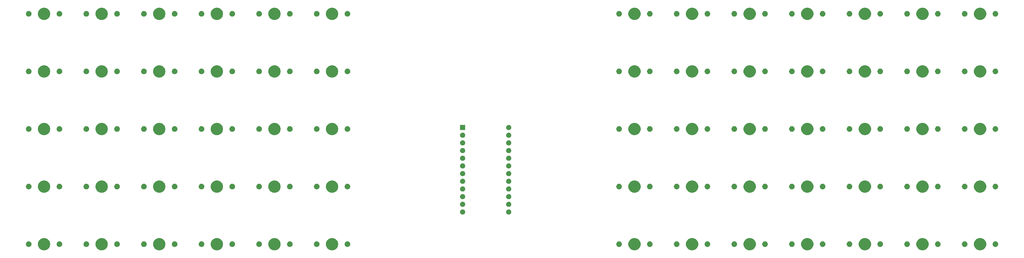
<source format=gts>
G04 #@! TF.GenerationSoftware,KiCad,Pcbnew,(5.1.4)-1*
G04 #@! TF.CreationDate,2021-12-20T20:52:28+07:00*
G04 #@! TF.ProjectId,Eihi5x13,45696869-3578-4313-932e-6b696361645f,rev?*
G04 #@! TF.SameCoordinates,Original*
G04 #@! TF.FileFunction,Soldermask,Top*
G04 #@! TF.FilePolarity,Negative*
%FSLAX46Y46*%
G04 Gerber Fmt 4.6, Leading zero omitted, Abs format (unit mm)*
G04 Created by KiCad (PCBNEW (5.1.4)-1) date 2021-12-20 20:52:28*
%MOMM*%
%LPD*%
G04 APERTURE LIST*
%ADD10C,1.000000*%
G04 APERTURE END LIST*
D10*
G36*
X124421474Y-137733684D02*
G01*
X124639474Y-137823983D01*
X124793623Y-137887833D01*
X125128548Y-138111623D01*
X125413377Y-138396452D01*
X125637167Y-138731377D01*
X125669562Y-138809586D01*
X125791316Y-139103526D01*
X125869900Y-139498594D01*
X125869900Y-139901406D01*
X125791316Y-140296474D01*
X125740451Y-140419272D01*
X125637167Y-140668623D01*
X125413377Y-141003548D01*
X125128548Y-141288377D01*
X124793623Y-141512167D01*
X124639474Y-141576017D01*
X124421474Y-141666316D01*
X124026406Y-141744900D01*
X123623594Y-141744900D01*
X123228526Y-141666316D01*
X123010526Y-141576017D01*
X122856377Y-141512167D01*
X122521452Y-141288377D01*
X122236623Y-141003548D01*
X122012833Y-140668623D01*
X121909549Y-140419272D01*
X121858684Y-140296474D01*
X121780100Y-139901406D01*
X121780100Y-139498594D01*
X121858684Y-139103526D01*
X121980438Y-138809586D01*
X122012833Y-138731377D01*
X122236623Y-138396452D01*
X122521452Y-138111623D01*
X122856377Y-137887833D01*
X123010526Y-137823983D01*
X123228526Y-137733684D01*
X123623594Y-137655100D01*
X124026406Y-137655100D01*
X124421474Y-137733684D01*
X124421474Y-137733684D01*
G37*
G36*
X86321474Y-137733684D02*
G01*
X86539474Y-137823983D01*
X86693623Y-137887833D01*
X87028548Y-138111623D01*
X87313377Y-138396452D01*
X87537167Y-138731377D01*
X87569562Y-138809586D01*
X87691316Y-139103526D01*
X87769900Y-139498594D01*
X87769900Y-139901406D01*
X87691316Y-140296474D01*
X87640451Y-140419272D01*
X87537167Y-140668623D01*
X87313377Y-141003548D01*
X87028548Y-141288377D01*
X86693623Y-141512167D01*
X86539474Y-141576017D01*
X86321474Y-141666316D01*
X85926406Y-141744900D01*
X85523594Y-141744900D01*
X85128526Y-141666316D01*
X84910526Y-141576017D01*
X84756377Y-141512167D01*
X84421452Y-141288377D01*
X84136623Y-141003548D01*
X83912833Y-140668623D01*
X83809549Y-140419272D01*
X83758684Y-140296474D01*
X83680100Y-139901406D01*
X83680100Y-139498594D01*
X83758684Y-139103526D01*
X83880438Y-138809586D01*
X83912833Y-138731377D01*
X84136623Y-138396452D01*
X84421452Y-138111623D01*
X84756377Y-137887833D01*
X84910526Y-137823983D01*
X85128526Y-137733684D01*
X85523594Y-137655100D01*
X85926406Y-137655100D01*
X86321474Y-137733684D01*
X86321474Y-137733684D01*
G37*
G36*
X319683974Y-137733684D02*
G01*
X319901974Y-137823983D01*
X320056123Y-137887833D01*
X320391048Y-138111623D01*
X320675877Y-138396452D01*
X320899667Y-138731377D01*
X320932062Y-138809586D01*
X321053816Y-139103526D01*
X321132400Y-139498594D01*
X321132400Y-139901406D01*
X321053816Y-140296474D01*
X321002951Y-140419272D01*
X320899667Y-140668623D01*
X320675877Y-141003548D01*
X320391048Y-141288377D01*
X320056123Y-141512167D01*
X319901974Y-141576017D01*
X319683974Y-141666316D01*
X319288906Y-141744900D01*
X318886094Y-141744900D01*
X318491026Y-141666316D01*
X318273026Y-141576017D01*
X318118877Y-141512167D01*
X317783952Y-141288377D01*
X317499123Y-141003548D01*
X317275333Y-140668623D01*
X317172049Y-140419272D01*
X317121184Y-140296474D01*
X317042600Y-139901406D01*
X317042600Y-139498594D01*
X317121184Y-139103526D01*
X317242938Y-138809586D01*
X317275333Y-138731377D01*
X317499123Y-138396452D01*
X317783952Y-138111623D01*
X318118877Y-137887833D01*
X318273026Y-137823983D01*
X318491026Y-137733684D01*
X318886094Y-137655100D01*
X319288906Y-137655100D01*
X319683974Y-137733684D01*
X319683974Y-137733684D01*
G37*
G36*
X67271474Y-137733684D02*
G01*
X67489474Y-137823983D01*
X67643623Y-137887833D01*
X67978548Y-138111623D01*
X68263377Y-138396452D01*
X68487167Y-138731377D01*
X68519562Y-138809586D01*
X68641316Y-139103526D01*
X68719900Y-139498594D01*
X68719900Y-139901406D01*
X68641316Y-140296474D01*
X68590451Y-140419272D01*
X68487167Y-140668623D01*
X68263377Y-141003548D01*
X67978548Y-141288377D01*
X67643623Y-141512167D01*
X67489474Y-141576017D01*
X67271474Y-141666316D01*
X66876406Y-141744900D01*
X66473594Y-141744900D01*
X66078526Y-141666316D01*
X65860526Y-141576017D01*
X65706377Y-141512167D01*
X65371452Y-141288377D01*
X65086623Y-141003548D01*
X64862833Y-140668623D01*
X64759549Y-140419272D01*
X64708684Y-140296474D01*
X64630100Y-139901406D01*
X64630100Y-139498594D01*
X64708684Y-139103526D01*
X64830438Y-138809586D01*
X64862833Y-138731377D01*
X65086623Y-138396452D01*
X65371452Y-138111623D01*
X65706377Y-137887833D01*
X65860526Y-137823983D01*
X66078526Y-137733684D01*
X66473594Y-137655100D01*
X66876406Y-137655100D01*
X67271474Y-137733684D01*
X67271474Y-137733684D01*
G37*
G36*
X300633974Y-137733684D02*
G01*
X300851974Y-137823983D01*
X301006123Y-137887833D01*
X301341048Y-138111623D01*
X301625877Y-138396452D01*
X301849667Y-138731377D01*
X301882062Y-138809586D01*
X302003816Y-139103526D01*
X302082400Y-139498594D01*
X302082400Y-139901406D01*
X302003816Y-140296474D01*
X301952951Y-140419272D01*
X301849667Y-140668623D01*
X301625877Y-141003548D01*
X301341048Y-141288377D01*
X301006123Y-141512167D01*
X300851974Y-141576017D01*
X300633974Y-141666316D01*
X300238906Y-141744900D01*
X299836094Y-141744900D01*
X299441026Y-141666316D01*
X299223026Y-141576017D01*
X299068877Y-141512167D01*
X298733952Y-141288377D01*
X298449123Y-141003548D01*
X298225333Y-140668623D01*
X298122049Y-140419272D01*
X298071184Y-140296474D01*
X297992600Y-139901406D01*
X297992600Y-139498594D01*
X298071184Y-139103526D01*
X298192938Y-138809586D01*
X298225333Y-138731377D01*
X298449123Y-138396452D01*
X298733952Y-138111623D01*
X299068877Y-137887833D01*
X299223026Y-137823983D01*
X299441026Y-137733684D01*
X299836094Y-137655100D01*
X300238906Y-137655100D01*
X300633974Y-137733684D01*
X300633974Y-137733684D01*
G37*
G36*
X281583974Y-137733684D02*
G01*
X281801974Y-137823983D01*
X281956123Y-137887833D01*
X282291048Y-138111623D01*
X282575877Y-138396452D01*
X282799667Y-138731377D01*
X282832062Y-138809586D01*
X282953816Y-139103526D01*
X283032400Y-139498594D01*
X283032400Y-139901406D01*
X282953816Y-140296474D01*
X282902951Y-140419272D01*
X282799667Y-140668623D01*
X282575877Y-141003548D01*
X282291048Y-141288377D01*
X281956123Y-141512167D01*
X281801974Y-141576017D01*
X281583974Y-141666316D01*
X281188906Y-141744900D01*
X280786094Y-141744900D01*
X280391026Y-141666316D01*
X280173026Y-141576017D01*
X280018877Y-141512167D01*
X279683952Y-141288377D01*
X279399123Y-141003548D01*
X279175333Y-140668623D01*
X279072049Y-140419272D01*
X279021184Y-140296474D01*
X278942600Y-139901406D01*
X278942600Y-139498594D01*
X279021184Y-139103526D01*
X279142938Y-138809586D01*
X279175333Y-138731377D01*
X279399123Y-138396452D01*
X279683952Y-138111623D01*
X280018877Y-137887833D01*
X280173026Y-137823983D01*
X280391026Y-137733684D01*
X280786094Y-137655100D01*
X281188906Y-137655100D01*
X281583974Y-137733684D01*
X281583974Y-137733684D01*
G37*
G36*
X48221474Y-137733684D02*
G01*
X48439474Y-137823983D01*
X48593623Y-137887833D01*
X48928548Y-138111623D01*
X49213377Y-138396452D01*
X49437167Y-138731377D01*
X49469562Y-138809586D01*
X49591316Y-139103526D01*
X49669900Y-139498594D01*
X49669900Y-139901406D01*
X49591316Y-140296474D01*
X49540451Y-140419272D01*
X49437167Y-140668623D01*
X49213377Y-141003548D01*
X48928548Y-141288377D01*
X48593623Y-141512167D01*
X48439474Y-141576017D01*
X48221474Y-141666316D01*
X47826406Y-141744900D01*
X47423594Y-141744900D01*
X47028526Y-141666316D01*
X46810526Y-141576017D01*
X46656377Y-141512167D01*
X46321452Y-141288377D01*
X46036623Y-141003548D01*
X45812833Y-140668623D01*
X45709549Y-140419272D01*
X45658684Y-140296474D01*
X45580100Y-139901406D01*
X45580100Y-139498594D01*
X45658684Y-139103526D01*
X45780438Y-138809586D01*
X45812833Y-138731377D01*
X46036623Y-138396452D01*
X46321452Y-138111623D01*
X46656377Y-137887833D01*
X46810526Y-137823983D01*
X47028526Y-137733684D01*
X47423594Y-137655100D01*
X47826406Y-137655100D01*
X48221474Y-137733684D01*
X48221474Y-137733684D01*
G37*
G36*
X243483974Y-137733684D02*
G01*
X243701974Y-137823983D01*
X243856123Y-137887833D01*
X244191048Y-138111623D01*
X244475877Y-138396452D01*
X244699667Y-138731377D01*
X244732062Y-138809586D01*
X244853816Y-139103526D01*
X244932400Y-139498594D01*
X244932400Y-139901406D01*
X244853816Y-140296474D01*
X244802951Y-140419272D01*
X244699667Y-140668623D01*
X244475877Y-141003548D01*
X244191048Y-141288377D01*
X243856123Y-141512167D01*
X243701974Y-141576017D01*
X243483974Y-141666316D01*
X243088906Y-141744900D01*
X242686094Y-141744900D01*
X242291026Y-141666316D01*
X242073026Y-141576017D01*
X241918877Y-141512167D01*
X241583952Y-141288377D01*
X241299123Y-141003548D01*
X241075333Y-140668623D01*
X240972049Y-140419272D01*
X240921184Y-140296474D01*
X240842600Y-139901406D01*
X240842600Y-139498594D01*
X240921184Y-139103526D01*
X241042938Y-138809586D01*
X241075333Y-138731377D01*
X241299123Y-138396452D01*
X241583952Y-138111623D01*
X241918877Y-137887833D01*
X242073026Y-137823983D01*
X242291026Y-137733684D01*
X242686094Y-137655100D01*
X243088906Y-137655100D01*
X243483974Y-137733684D01*
X243483974Y-137733684D01*
G37*
G36*
X29171474Y-137733684D02*
G01*
X29389474Y-137823983D01*
X29543623Y-137887833D01*
X29878548Y-138111623D01*
X30163377Y-138396452D01*
X30387167Y-138731377D01*
X30419562Y-138809586D01*
X30541316Y-139103526D01*
X30619900Y-139498594D01*
X30619900Y-139901406D01*
X30541316Y-140296474D01*
X30490451Y-140419272D01*
X30387167Y-140668623D01*
X30163377Y-141003548D01*
X29878548Y-141288377D01*
X29543623Y-141512167D01*
X29389474Y-141576017D01*
X29171474Y-141666316D01*
X28776406Y-141744900D01*
X28373594Y-141744900D01*
X27978526Y-141666316D01*
X27760526Y-141576017D01*
X27606377Y-141512167D01*
X27271452Y-141288377D01*
X26986623Y-141003548D01*
X26762833Y-140668623D01*
X26659549Y-140419272D01*
X26608684Y-140296474D01*
X26530100Y-139901406D01*
X26530100Y-139498594D01*
X26608684Y-139103526D01*
X26730438Y-138809586D01*
X26762833Y-138731377D01*
X26986623Y-138396452D01*
X27271452Y-138111623D01*
X27606377Y-137887833D01*
X27760526Y-137823983D01*
X27978526Y-137733684D01*
X28373594Y-137655100D01*
X28776406Y-137655100D01*
X29171474Y-137733684D01*
X29171474Y-137733684D01*
G37*
G36*
X105371474Y-137733684D02*
G01*
X105589474Y-137823983D01*
X105743623Y-137887833D01*
X106078548Y-138111623D01*
X106363377Y-138396452D01*
X106587167Y-138731377D01*
X106619562Y-138809586D01*
X106741316Y-139103526D01*
X106819900Y-139498594D01*
X106819900Y-139901406D01*
X106741316Y-140296474D01*
X106690451Y-140419272D01*
X106587167Y-140668623D01*
X106363377Y-141003548D01*
X106078548Y-141288377D01*
X105743623Y-141512167D01*
X105589474Y-141576017D01*
X105371474Y-141666316D01*
X104976406Y-141744900D01*
X104573594Y-141744900D01*
X104178526Y-141666316D01*
X103960526Y-141576017D01*
X103806377Y-141512167D01*
X103471452Y-141288377D01*
X103186623Y-141003548D01*
X102962833Y-140668623D01*
X102859549Y-140419272D01*
X102808684Y-140296474D01*
X102730100Y-139901406D01*
X102730100Y-139498594D01*
X102808684Y-139103526D01*
X102930438Y-138809586D01*
X102962833Y-138731377D01*
X103186623Y-138396452D01*
X103471452Y-138111623D01*
X103806377Y-137887833D01*
X103960526Y-137823983D01*
X104178526Y-137733684D01*
X104573594Y-137655100D01*
X104976406Y-137655100D01*
X105371474Y-137733684D01*
X105371474Y-137733684D01*
G37*
G36*
X224433974Y-137733684D02*
G01*
X224651974Y-137823983D01*
X224806123Y-137887833D01*
X225141048Y-138111623D01*
X225425877Y-138396452D01*
X225649667Y-138731377D01*
X225682062Y-138809586D01*
X225803816Y-139103526D01*
X225882400Y-139498594D01*
X225882400Y-139901406D01*
X225803816Y-140296474D01*
X225752951Y-140419272D01*
X225649667Y-140668623D01*
X225425877Y-141003548D01*
X225141048Y-141288377D01*
X224806123Y-141512167D01*
X224651974Y-141576017D01*
X224433974Y-141666316D01*
X224038906Y-141744900D01*
X223636094Y-141744900D01*
X223241026Y-141666316D01*
X223023026Y-141576017D01*
X222868877Y-141512167D01*
X222533952Y-141288377D01*
X222249123Y-141003548D01*
X222025333Y-140668623D01*
X221922049Y-140419272D01*
X221871184Y-140296474D01*
X221792600Y-139901406D01*
X221792600Y-139498594D01*
X221871184Y-139103526D01*
X221992938Y-138809586D01*
X222025333Y-138731377D01*
X222249123Y-138396452D01*
X222533952Y-138111623D01*
X222868877Y-137887833D01*
X223023026Y-137823983D01*
X223241026Y-137733684D01*
X223636094Y-137655100D01*
X224038906Y-137655100D01*
X224433974Y-137733684D01*
X224433974Y-137733684D01*
G37*
G36*
X338733974Y-137733684D02*
G01*
X338951974Y-137823983D01*
X339106123Y-137887833D01*
X339441048Y-138111623D01*
X339725877Y-138396452D01*
X339949667Y-138731377D01*
X339982062Y-138809586D01*
X340103816Y-139103526D01*
X340182400Y-139498594D01*
X340182400Y-139901406D01*
X340103816Y-140296474D01*
X340052951Y-140419272D01*
X339949667Y-140668623D01*
X339725877Y-141003548D01*
X339441048Y-141288377D01*
X339106123Y-141512167D01*
X338951974Y-141576017D01*
X338733974Y-141666316D01*
X338338906Y-141744900D01*
X337936094Y-141744900D01*
X337541026Y-141666316D01*
X337323026Y-141576017D01*
X337168877Y-141512167D01*
X336833952Y-141288377D01*
X336549123Y-141003548D01*
X336325333Y-140668623D01*
X336222049Y-140419272D01*
X336171184Y-140296474D01*
X336092600Y-139901406D01*
X336092600Y-139498594D01*
X336171184Y-139103526D01*
X336292938Y-138809586D01*
X336325333Y-138731377D01*
X336549123Y-138396452D01*
X336833952Y-138111623D01*
X337168877Y-137887833D01*
X337323026Y-137823983D01*
X337541026Y-137733684D01*
X337936094Y-137655100D01*
X338338906Y-137655100D01*
X338733974Y-137733684D01*
X338733974Y-137733684D01*
G37*
G36*
X262533974Y-137733684D02*
G01*
X262751974Y-137823983D01*
X262906123Y-137887833D01*
X263241048Y-138111623D01*
X263525877Y-138396452D01*
X263749667Y-138731377D01*
X263782062Y-138809586D01*
X263903816Y-139103526D01*
X263982400Y-139498594D01*
X263982400Y-139901406D01*
X263903816Y-140296474D01*
X263852951Y-140419272D01*
X263749667Y-140668623D01*
X263525877Y-141003548D01*
X263241048Y-141288377D01*
X262906123Y-141512167D01*
X262751974Y-141576017D01*
X262533974Y-141666316D01*
X262138906Y-141744900D01*
X261736094Y-141744900D01*
X261341026Y-141666316D01*
X261123026Y-141576017D01*
X260968877Y-141512167D01*
X260633952Y-141288377D01*
X260349123Y-141003548D01*
X260125333Y-140668623D01*
X260022049Y-140419272D01*
X259971184Y-140296474D01*
X259892600Y-139901406D01*
X259892600Y-139498594D01*
X259971184Y-139103526D01*
X260092938Y-138809586D01*
X260125333Y-138731377D01*
X260349123Y-138396452D01*
X260633952Y-138111623D01*
X260968877Y-137887833D01*
X261123026Y-137823983D01*
X261341026Y-137733684D01*
X261736094Y-137655100D01*
X262138906Y-137655100D01*
X262533974Y-137733684D01*
X262533974Y-137733684D01*
G37*
G36*
X248237604Y-138809585D02*
G01*
X248406126Y-138879389D01*
X248557791Y-138980728D01*
X248686772Y-139109709D01*
X248788111Y-139261374D01*
X248857915Y-139429896D01*
X248893500Y-139608797D01*
X248893500Y-139791203D01*
X248857915Y-139970104D01*
X248788111Y-140138626D01*
X248686772Y-140290291D01*
X248557791Y-140419272D01*
X248406126Y-140520611D01*
X248237604Y-140590415D01*
X248058703Y-140626000D01*
X247876297Y-140626000D01*
X247697396Y-140590415D01*
X247528874Y-140520611D01*
X247377209Y-140419272D01*
X247248228Y-140290291D01*
X247146889Y-140138626D01*
X247077085Y-139970104D01*
X247041500Y-139791203D01*
X247041500Y-139608797D01*
X247077085Y-139429896D01*
X247146889Y-139261374D01*
X247248228Y-139109709D01*
X247377209Y-138980728D01*
X247528874Y-138879389D01*
X247697396Y-138809585D01*
X247876297Y-138774000D01*
X248058703Y-138774000D01*
X248237604Y-138809585D01*
X248237604Y-138809585D01*
G37*
G36*
X238077604Y-138809585D02*
G01*
X238246126Y-138879389D01*
X238397791Y-138980728D01*
X238526772Y-139109709D01*
X238628111Y-139261374D01*
X238697915Y-139429896D01*
X238733500Y-139608797D01*
X238733500Y-139791203D01*
X238697915Y-139970104D01*
X238628111Y-140138626D01*
X238526772Y-140290291D01*
X238397791Y-140419272D01*
X238246126Y-140520611D01*
X238077604Y-140590415D01*
X237898703Y-140626000D01*
X237716297Y-140626000D01*
X237537396Y-140590415D01*
X237368874Y-140520611D01*
X237217209Y-140419272D01*
X237088228Y-140290291D01*
X236986889Y-140138626D01*
X236917085Y-139970104D01*
X236881500Y-139791203D01*
X236881500Y-139608797D01*
X236917085Y-139429896D01*
X236986889Y-139261374D01*
X237088228Y-139109709D01*
X237217209Y-138980728D01*
X237368874Y-138879389D01*
X237537396Y-138809585D01*
X237716297Y-138774000D01*
X237898703Y-138774000D01*
X238077604Y-138809585D01*
X238077604Y-138809585D01*
G37*
G36*
X267287604Y-138809585D02*
G01*
X267456126Y-138879389D01*
X267607791Y-138980728D01*
X267736772Y-139109709D01*
X267838111Y-139261374D01*
X267907915Y-139429896D01*
X267943500Y-139608797D01*
X267943500Y-139791203D01*
X267907915Y-139970104D01*
X267838111Y-140138626D01*
X267736772Y-140290291D01*
X267607791Y-140419272D01*
X267456126Y-140520611D01*
X267287604Y-140590415D01*
X267108703Y-140626000D01*
X266926297Y-140626000D01*
X266747396Y-140590415D01*
X266578874Y-140520611D01*
X266427209Y-140419272D01*
X266298228Y-140290291D01*
X266196889Y-140138626D01*
X266127085Y-139970104D01*
X266091500Y-139791203D01*
X266091500Y-139608797D01*
X266127085Y-139429896D01*
X266196889Y-139261374D01*
X266298228Y-139109709D01*
X266427209Y-138980728D01*
X266578874Y-138879389D01*
X266747396Y-138809585D01*
X266926297Y-138774000D01*
X267108703Y-138774000D01*
X267287604Y-138809585D01*
X267287604Y-138809585D01*
G37*
G36*
X257127604Y-138809585D02*
G01*
X257296126Y-138879389D01*
X257447791Y-138980728D01*
X257576772Y-139109709D01*
X257678111Y-139261374D01*
X257747915Y-139429896D01*
X257783500Y-139608797D01*
X257783500Y-139791203D01*
X257747915Y-139970104D01*
X257678111Y-140138626D01*
X257576772Y-140290291D01*
X257447791Y-140419272D01*
X257296126Y-140520611D01*
X257127604Y-140590415D01*
X256948703Y-140626000D01*
X256766297Y-140626000D01*
X256587396Y-140590415D01*
X256418874Y-140520611D01*
X256267209Y-140419272D01*
X256138228Y-140290291D01*
X256036889Y-140138626D01*
X255967085Y-139970104D01*
X255931500Y-139791203D01*
X255931500Y-139608797D01*
X255967085Y-139429896D01*
X256036889Y-139261374D01*
X256138228Y-139109709D01*
X256267209Y-138980728D01*
X256418874Y-138879389D01*
X256587396Y-138809585D01*
X256766297Y-138774000D01*
X256948703Y-138774000D01*
X257127604Y-138809585D01*
X257127604Y-138809585D01*
G37*
G36*
X286337604Y-138809585D02*
G01*
X286506126Y-138879389D01*
X286657791Y-138980728D01*
X286786772Y-139109709D01*
X286888111Y-139261374D01*
X286957915Y-139429896D01*
X286993500Y-139608797D01*
X286993500Y-139791203D01*
X286957915Y-139970104D01*
X286888111Y-140138626D01*
X286786772Y-140290291D01*
X286657791Y-140419272D01*
X286506126Y-140520611D01*
X286337604Y-140590415D01*
X286158703Y-140626000D01*
X285976297Y-140626000D01*
X285797396Y-140590415D01*
X285628874Y-140520611D01*
X285477209Y-140419272D01*
X285348228Y-140290291D01*
X285246889Y-140138626D01*
X285177085Y-139970104D01*
X285141500Y-139791203D01*
X285141500Y-139608797D01*
X285177085Y-139429896D01*
X285246889Y-139261374D01*
X285348228Y-139109709D01*
X285477209Y-138980728D01*
X285628874Y-138879389D01*
X285797396Y-138809585D01*
X285976297Y-138774000D01*
X286158703Y-138774000D01*
X286337604Y-138809585D01*
X286337604Y-138809585D01*
G37*
G36*
X276177604Y-138809585D02*
G01*
X276346126Y-138879389D01*
X276497791Y-138980728D01*
X276626772Y-139109709D01*
X276728111Y-139261374D01*
X276797915Y-139429896D01*
X276833500Y-139608797D01*
X276833500Y-139791203D01*
X276797915Y-139970104D01*
X276728111Y-140138626D01*
X276626772Y-140290291D01*
X276497791Y-140419272D01*
X276346126Y-140520611D01*
X276177604Y-140590415D01*
X275998703Y-140626000D01*
X275816297Y-140626000D01*
X275637396Y-140590415D01*
X275468874Y-140520611D01*
X275317209Y-140419272D01*
X275188228Y-140290291D01*
X275086889Y-140138626D01*
X275017085Y-139970104D01*
X274981500Y-139791203D01*
X274981500Y-139608797D01*
X275017085Y-139429896D01*
X275086889Y-139261374D01*
X275188228Y-139109709D01*
X275317209Y-138980728D01*
X275468874Y-138879389D01*
X275637396Y-138809585D01*
X275816297Y-138774000D01*
X275998703Y-138774000D01*
X276177604Y-138809585D01*
X276177604Y-138809585D01*
G37*
G36*
X305387604Y-138809585D02*
G01*
X305556126Y-138879389D01*
X305707791Y-138980728D01*
X305836772Y-139109709D01*
X305938111Y-139261374D01*
X306007915Y-139429896D01*
X306043500Y-139608797D01*
X306043500Y-139791203D01*
X306007915Y-139970104D01*
X305938111Y-140138626D01*
X305836772Y-140290291D01*
X305707791Y-140419272D01*
X305556126Y-140520611D01*
X305387604Y-140590415D01*
X305208703Y-140626000D01*
X305026297Y-140626000D01*
X304847396Y-140590415D01*
X304678874Y-140520611D01*
X304527209Y-140419272D01*
X304398228Y-140290291D01*
X304296889Y-140138626D01*
X304227085Y-139970104D01*
X304191500Y-139791203D01*
X304191500Y-139608797D01*
X304227085Y-139429896D01*
X304296889Y-139261374D01*
X304398228Y-139109709D01*
X304527209Y-138980728D01*
X304678874Y-138879389D01*
X304847396Y-138809585D01*
X305026297Y-138774000D01*
X305208703Y-138774000D01*
X305387604Y-138809585D01*
X305387604Y-138809585D01*
G37*
G36*
X295227604Y-138809585D02*
G01*
X295396126Y-138879389D01*
X295547791Y-138980728D01*
X295676772Y-139109709D01*
X295778111Y-139261374D01*
X295847915Y-139429896D01*
X295883500Y-139608797D01*
X295883500Y-139791203D01*
X295847915Y-139970104D01*
X295778111Y-140138626D01*
X295676772Y-140290291D01*
X295547791Y-140419272D01*
X295396126Y-140520611D01*
X295227604Y-140590415D01*
X295048703Y-140626000D01*
X294866297Y-140626000D01*
X294687396Y-140590415D01*
X294518874Y-140520611D01*
X294367209Y-140419272D01*
X294238228Y-140290291D01*
X294136889Y-140138626D01*
X294067085Y-139970104D01*
X294031500Y-139791203D01*
X294031500Y-139608797D01*
X294067085Y-139429896D01*
X294136889Y-139261374D01*
X294238228Y-139109709D01*
X294367209Y-138980728D01*
X294518874Y-138879389D01*
X294687396Y-138809585D01*
X294866297Y-138774000D01*
X295048703Y-138774000D01*
X295227604Y-138809585D01*
X295227604Y-138809585D01*
G37*
G36*
X324437604Y-138809585D02*
G01*
X324606126Y-138879389D01*
X324757791Y-138980728D01*
X324886772Y-139109709D01*
X324988111Y-139261374D01*
X325057915Y-139429896D01*
X325093500Y-139608797D01*
X325093500Y-139791203D01*
X325057915Y-139970104D01*
X324988111Y-140138626D01*
X324886772Y-140290291D01*
X324757791Y-140419272D01*
X324606126Y-140520611D01*
X324437604Y-140590415D01*
X324258703Y-140626000D01*
X324076297Y-140626000D01*
X323897396Y-140590415D01*
X323728874Y-140520611D01*
X323577209Y-140419272D01*
X323448228Y-140290291D01*
X323346889Y-140138626D01*
X323277085Y-139970104D01*
X323241500Y-139791203D01*
X323241500Y-139608797D01*
X323277085Y-139429896D01*
X323346889Y-139261374D01*
X323448228Y-139109709D01*
X323577209Y-138980728D01*
X323728874Y-138879389D01*
X323897396Y-138809585D01*
X324076297Y-138774000D01*
X324258703Y-138774000D01*
X324437604Y-138809585D01*
X324437604Y-138809585D01*
G37*
G36*
X314277604Y-138809585D02*
G01*
X314446126Y-138879389D01*
X314597791Y-138980728D01*
X314726772Y-139109709D01*
X314828111Y-139261374D01*
X314897915Y-139429896D01*
X314933500Y-139608797D01*
X314933500Y-139791203D01*
X314897915Y-139970104D01*
X314828111Y-140138626D01*
X314726772Y-140290291D01*
X314597791Y-140419272D01*
X314446126Y-140520611D01*
X314277604Y-140590415D01*
X314098703Y-140626000D01*
X313916297Y-140626000D01*
X313737396Y-140590415D01*
X313568874Y-140520611D01*
X313417209Y-140419272D01*
X313288228Y-140290291D01*
X313186889Y-140138626D01*
X313117085Y-139970104D01*
X313081500Y-139791203D01*
X313081500Y-139608797D01*
X313117085Y-139429896D01*
X313186889Y-139261374D01*
X313288228Y-139109709D01*
X313417209Y-138980728D01*
X313568874Y-138879389D01*
X313737396Y-138809585D01*
X313916297Y-138774000D01*
X314098703Y-138774000D01*
X314277604Y-138809585D01*
X314277604Y-138809585D01*
G37*
G36*
X343487604Y-138809585D02*
G01*
X343656126Y-138879389D01*
X343807791Y-138980728D01*
X343936772Y-139109709D01*
X344038111Y-139261374D01*
X344107915Y-139429896D01*
X344143500Y-139608797D01*
X344143500Y-139791203D01*
X344107915Y-139970104D01*
X344038111Y-140138626D01*
X343936772Y-140290291D01*
X343807791Y-140419272D01*
X343656126Y-140520611D01*
X343487604Y-140590415D01*
X343308703Y-140626000D01*
X343126297Y-140626000D01*
X342947396Y-140590415D01*
X342778874Y-140520611D01*
X342627209Y-140419272D01*
X342498228Y-140290291D01*
X342396889Y-140138626D01*
X342327085Y-139970104D01*
X342291500Y-139791203D01*
X342291500Y-139608797D01*
X342327085Y-139429896D01*
X342396889Y-139261374D01*
X342498228Y-139109709D01*
X342627209Y-138980728D01*
X342778874Y-138879389D01*
X342947396Y-138809585D01*
X343126297Y-138774000D01*
X343308703Y-138774000D01*
X343487604Y-138809585D01*
X343487604Y-138809585D01*
G37*
G36*
X333327604Y-138809585D02*
G01*
X333496126Y-138879389D01*
X333647791Y-138980728D01*
X333776772Y-139109709D01*
X333878111Y-139261374D01*
X333947915Y-139429896D01*
X333983500Y-139608797D01*
X333983500Y-139791203D01*
X333947915Y-139970104D01*
X333878111Y-140138626D01*
X333776772Y-140290291D01*
X333647791Y-140419272D01*
X333496126Y-140520611D01*
X333327604Y-140590415D01*
X333148703Y-140626000D01*
X332966297Y-140626000D01*
X332787396Y-140590415D01*
X332618874Y-140520611D01*
X332467209Y-140419272D01*
X332338228Y-140290291D01*
X332236889Y-140138626D01*
X332167085Y-139970104D01*
X332131500Y-139791203D01*
X332131500Y-139608797D01*
X332167085Y-139429896D01*
X332236889Y-139261374D01*
X332338228Y-139109709D01*
X332467209Y-138980728D01*
X332618874Y-138879389D01*
X332787396Y-138809585D01*
X332966297Y-138774000D01*
X333148703Y-138774000D01*
X333327604Y-138809585D01*
X333327604Y-138809585D01*
G37*
G36*
X229187604Y-138809585D02*
G01*
X229356126Y-138879389D01*
X229507791Y-138980728D01*
X229636772Y-139109709D01*
X229738111Y-139261374D01*
X229807915Y-139429896D01*
X229843500Y-139608797D01*
X229843500Y-139791203D01*
X229807915Y-139970104D01*
X229738111Y-140138626D01*
X229636772Y-140290291D01*
X229507791Y-140419272D01*
X229356126Y-140520611D01*
X229187604Y-140590415D01*
X229008703Y-140626000D01*
X228826297Y-140626000D01*
X228647396Y-140590415D01*
X228478874Y-140520611D01*
X228327209Y-140419272D01*
X228198228Y-140290291D01*
X228096889Y-140138626D01*
X228027085Y-139970104D01*
X227991500Y-139791203D01*
X227991500Y-139608797D01*
X228027085Y-139429896D01*
X228096889Y-139261374D01*
X228198228Y-139109709D01*
X228327209Y-138980728D01*
X228478874Y-138879389D01*
X228647396Y-138809585D01*
X228826297Y-138774000D01*
X229008703Y-138774000D01*
X229187604Y-138809585D01*
X229187604Y-138809585D01*
G37*
G36*
X219027604Y-138809585D02*
G01*
X219196126Y-138879389D01*
X219347791Y-138980728D01*
X219476772Y-139109709D01*
X219578111Y-139261374D01*
X219647915Y-139429896D01*
X219683500Y-139608797D01*
X219683500Y-139791203D01*
X219647915Y-139970104D01*
X219578111Y-140138626D01*
X219476772Y-140290291D01*
X219347791Y-140419272D01*
X219196126Y-140520611D01*
X219027604Y-140590415D01*
X218848703Y-140626000D01*
X218666297Y-140626000D01*
X218487396Y-140590415D01*
X218318874Y-140520611D01*
X218167209Y-140419272D01*
X218038228Y-140290291D01*
X217936889Y-140138626D01*
X217867085Y-139970104D01*
X217831500Y-139791203D01*
X217831500Y-139608797D01*
X217867085Y-139429896D01*
X217936889Y-139261374D01*
X218038228Y-139109709D01*
X218167209Y-138980728D01*
X218318874Y-138879389D01*
X218487396Y-138809585D01*
X218666297Y-138774000D01*
X218848703Y-138774000D01*
X219027604Y-138809585D01*
X219027604Y-138809585D01*
G37*
G36*
X42815104Y-138809585D02*
G01*
X42983626Y-138879389D01*
X43135291Y-138980728D01*
X43264272Y-139109709D01*
X43365611Y-139261374D01*
X43435415Y-139429896D01*
X43471000Y-139608797D01*
X43471000Y-139791203D01*
X43435415Y-139970104D01*
X43365611Y-140138626D01*
X43264272Y-140290291D01*
X43135291Y-140419272D01*
X42983626Y-140520611D01*
X42815104Y-140590415D01*
X42636203Y-140626000D01*
X42453797Y-140626000D01*
X42274896Y-140590415D01*
X42106374Y-140520611D01*
X41954709Y-140419272D01*
X41825728Y-140290291D01*
X41724389Y-140138626D01*
X41654585Y-139970104D01*
X41619000Y-139791203D01*
X41619000Y-139608797D01*
X41654585Y-139429896D01*
X41724389Y-139261374D01*
X41825728Y-139109709D01*
X41954709Y-138980728D01*
X42106374Y-138879389D01*
X42274896Y-138809585D01*
X42453797Y-138774000D01*
X42636203Y-138774000D01*
X42815104Y-138809585D01*
X42815104Y-138809585D01*
G37*
G36*
X91075104Y-138809585D02*
G01*
X91243626Y-138879389D01*
X91395291Y-138980728D01*
X91524272Y-139109709D01*
X91625611Y-139261374D01*
X91695415Y-139429896D01*
X91731000Y-139608797D01*
X91731000Y-139791203D01*
X91695415Y-139970104D01*
X91625611Y-140138626D01*
X91524272Y-140290291D01*
X91395291Y-140419272D01*
X91243626Y-140520611D01*
X91075104Y-140590415D01*
X90896203Y-140626000D01*
X90713797Y-140626000D01*
X90534896Y-140590415D01*
X90366374Y-140520611D01*
X90214709Y-140419272D01*
X90085728Y-140290291D01*
X89984389Y-140138626D01*
X89914585Y-139970104D01*
X89879000Y-139791203D01*
X89879000Y-139608797D01*
X89914585Y-139429896D01*
X89984389Y-139261374D01*
X90085728Y-139109709D01*
X90214709Y-138980728D01*
X90366374Y-138879389D01*
X90534896Y-138809585D01*
X90713797Y-138774000D01*
X90896203Y-138774000D01*
X91075104Y-138809585D01*
X91075104Y-138809585D01*
G37*
G36*
X80915104Y-138809585D02*
G01*
X81083626Y-138879389D01*
X81235291Y-138980728D01*
X81364272Y-139109709D01*
X81465611Y-139261374D01*
X81535415Y-139429896D01*
X81571000Y-139608797D01*
X81571000Y-139791203D01*
X81535415Y-139970104D01*
X81465611Y-140138626D01*
X81364272Y-140290291D01*
X81235291Y-140419272D01*
X81083626Y-140520611D01*
X80915104Y-140590415D01*
X80736203Y-140626000D01*
X80553797Y-140626000D01*
X80374896Y-140590415D01*
X80206374Y-140520611D01*
X80054709Y-140419272D01*
X79925728Y-140290291D01*
X79824389Y-140138626D01*
X79754585Y-139970104D01*
X79719000Y-139791203D01*
X79719000Y-139608797D01*
X79754585Y-139429896D01*
X79824389Y-139261374D01*
X79925728Y-139109709D01*
X80054709Y-138980728D01*
X80206374Y-138879389D01*
X80374896Y-138809585D01*
X80553797Y-138774000D01*
X80736203Y-138774000D01*
X80915104Y-138809585D01*
X80915104Y-138809585D01*
G37*
G36*
X33925104Y-138809585D02*
G01*
X34093626Y-138879389D01*
X34245291Y-138980728D01*
X34374272Y-139109709D01*
X34475611Y-139261374D01*
X34545415Y-139429896D01*
X34581000Y-139608797D01*
X34581000Y-139791203D01*
X34545415Y-139970104D01*
X34475611Y-140138626D01*
X34374272Y-140290291D01*
X34245291Y-140419272D01*
X34093626Y-140520611D01*
X33925104Y-140590415D01*
X33746203Y-140626000D01*
X33563797Y-140626000D01*
X33384896Y-140590415D01*
X33216374Y-140520611D01*
X33064709Y-140419272D01*
X32935728Y-140290291D01*
X32834389Y-140138626D01*
X32764585Y-139970104D01*
X32729000Y-139791203D01*
X32729000Y-139608797D01*
X32764585Y-139429896D01*
X32834389Y-139261374D01*
X32935728Y-139109709D01*
X33064709Y-138980728D01*
X33216374Y-138879389D01*
X33384896Y-138809585D01*
X33563797Y-138774000D01*
X33746203Y-138774000D01*
X33925104Y-138809585D01*
X33925104Y-138809585D01*
G37*
G36*
X23765104Y-138809585D02*
G01*
X23933626Y-138879389D01*
X24085291Y-138980728D01*
X24214272Y-139109709D01*
X24315611Y-139261374D01*
X24385415Y-139429896D01*
X24421000Y-139608797D01*
X24421000Y-139791203D01*
X24385415Y-139970104D01*
X24315611Y-140138626D01*
X24214272Y-140290291D01*
X24085291Y-140419272D01*
X23933626Y-140520611D01*
X23765104Y-140590415D01*
X23586203Y-140626000D01*
X23403797Y-140626000D01*
X23224896Y-140590415D01*
X23056374Y-140520611D01*
X22904709Y-140419272D01*
X22775728Y-140290291D01*
X22674389Y-140138626D01*
X22604585Y-139970104D01*
X22569000Y-139791203D01*
X22569000Y-139608797D01*
X22604585Y-139429896D01*
X22674389Y-139261374D01*
X22775728Y-139109709D01*
X22904709Y-138980728D01*
X23056374Y-138879389D01*
X23224896Y-138809585D01*
X23403797Y-138774000D01*
X23586203Y-138774000D01*
X23765104Y-138809585D01*
X23765104Y-138809585D01*
G37*
G36*
X72025104Y-138809585D02*
G01*
X72193626Y-138879389D01*
X72345291Y-138980728D01*
X72474272Y-139109709D01*
X72575611Y-139261374D01*
X72645415Y-139429896D01*
X72681000Y-139608797D01*
X72681000Y-139791203D01*
X72645415Y-139970104D01*
X72575611Y-140138626D01*
X72474272Y-140290291D01*
X72345291Y-140419272D01*
X72193626Y-140520611D01*
X72025104Y-140590415D01*
X71846203Y-140626000D01*
X71663797Y-140626000D01*
X71484896Y-140590415D01*
X71316374Y-140520611D01*
X71164709Y-140419272D01*
X71035728Y-140290291D01*
X70934389Y-140138626D01*
X70864585Y-139970104D01*
X70829000Y-139791203D01*
X70829000Y-139608797D01*
X70864585Y-139429896D01*
X70934389Y-139261374D01*
X71035728Y-139109709D01*
X71164709Y-138980728D01*
X71316374Y-138879389D01*
X71484896Y-138809585D01*
X71663797Y-138774000D01*
X71846203Y-138774000D01*
X72025104Y-138809585D01*
X72025104Y-138809585D01*
G37*
G36*
X61865104Y-138809585D02*
G01*
X62033626Y-138879389D01*
X62185291Y-138980728D01*
X62314272Y-139109709D01*
X62415611Y-139261374D01*
X62485415Y-139429896D01*
X62521000Y-139608797D01*
X62521000Y-139791203D01*
X62485415Y-139970104D01*
X62415611Y-140138626D01*
X62314272Y-140290291D01*
X62185291Y-140419272D01*
X62033626Y-140520611D01*
X61865104Y-140590415D01*
X61686203Y-140626000D01*
X61503797Y-140626000D01*
X61324896Y-140590415D01*
X61156374Y-140520611D01*
X61004709Y-140419272D01*
X60875728Y-140290291D01*
X60774389Y-140138626D01*
X60704585Y-139970104D01*
X60669000Y-139791203D01*
X60669000Y-139608797D01*
X60704585Y-139429896D01*
X60774389Y-139261374D01*
X60875728Y-139109709D01*
X61004709Y-138980728D01*
X61156374Y-138879389D01*
X61324896Y-138809585D01*
X61503797Y-138774000D01*
X61686203Y-138774000D01*
X61865104Y-138809585D01*
X61865104Y-138809585D01*
G37*
G36*
X99965104Y-138809585D02*
G01*
X100133626Y-138879389D01*
X100285291Y-138980728D01*
X100414272Y-139109709D01*
X100515611Y-139261374D01*
X100585415Y-139429896D01*
X100621000Y-139608797D01*
X100621000Y-139791203D01*
X100585415Y-139970104D01*
X100515611Y-140138626D01*
X100414272Y-140290291D01*
X100285291Y-140419272D01*
X100133626Y-140520611D01*
X99965104Y-140590415D01*
X99786203Y-140626000D01*
X99603797Y-140626000D01*
X99424896Y-140590415D01*
X99256374Y-140520611D01*
X99104709Y-140419272D01*
X98975728Y-140290291D01*
X98874389Y-140138626D01*
X98804585Y-139970104D01*
X98769000Y-139791203D01*
X98769000Y-139608797D01*
X98804585Y-139429896D01*
X98874389Y-139261374D01*
X98975728Y-139109709D01*
X99104709Y-138980728D01*
X99256374Y-138879389D01*
X99424896Y-138809585D01*
X99603797Y-138774000D01*
X99786203Y-138774000D01*
X99965104Y-138809585D01*
X99965104Y-138809585D01*
G37*
G36*
X110125104Y-138809585D02*
G01*
X110293626Y-138879389D01*
X110445291Y-138980728D01*
X110574272Y-139109709D01*
X110675611Y-139261374D01*
X110745415Y-139429896D01*
X110781000Y-139608797D01*
X110781000Y-139791203D01*
X110745415Y-139970104D01*
X110675611Y-140138626D01*
X110574272Y-140290291D01*
X110445291Y-140419272D01*
X110293626Y-140520611D01*
X110125104Y-140590415D01*
X109946203Y-140626000D01*
X109763797Y-140626000D01*
X109584896Y-140590415D01*
X109416374Y-140520611D01*
X109264709Y-140419272D01*
X109135728Y-140290291D01*
X109034389Y-140138626D01*
X108964585Y-139970104D01*
X108929000Y-139791203D01*
X108929000Y-139608797D01*
X108964585Y-139429896D01*
X109034389Y-139261374D01*
X109135728Y-139109709D01*
X109264709Y-138980728D01*
X109416374Y-138879389D01*
X109584896Y-138809585D01*
X109763797Y-138774000D01*
X109946203Y-138774000D01*
X110125104Y-138809585D01*
X110125104Y-138809585D01*
G37*
G36*
X52975104Y-138809585D02*
G01*
X53143626Y-138879389D01*
X53295291Y-138980728D01*
X53424272Y-139109709D01*
X53525611Y-139261374D01*
X53595415Y-139429896D01*
X53631000Y-139608797D01*
X53631000Y-139791203D01*
X53595415Y-139970104D01*
X53525611Y-140138626D01*
X53424272Y-140290291D01*
X53295291Y-140419272D01*
X53143626Y-140520611D01*
X52975104Y-140590415D01*
X52796203Y-140626000D01*
X52613797Y-140626000D01*
X52434896Y-140590415D01*
X52266374Y-140520611D01*
X52114709Y-140419272D01*
X51985728Y-140290291D01*
X51884389Y-140138626D01*
X51814585Y-139970104D01*
X51779000Y-139791203D01*
X51779000Y-139608797D01*
X51814585Y-139429896D01*
X51884389Y-139261374D01*
X51985728Y-139109709D01*
X52114709Y-138980728D01*
X52266374Y-138879389D01*
X52434896Y-138809585D01*
X52613797Y-138774000D01*
X52796203Y-138774000D01*
X52975104Y-138809585D01*
X52975104Y-138809585D01*
G37*
G36*
X119015104Y-138809585D02*
G01*
X119183626Y-138879389D01*
X119335291Y-138980728D01*
X119464272Y-139109709D01*
X119565611Y-139261374D01*
X119635415Y-139429896D01*
X119671000Y-139608797D01*
X119671000Y-139791203D01*
X119635415Y-139970104D01*
X119565611Y-140138626D01*
X119464272Y-140290291D01*
X119335291Y-140419272D01*
X119183626Y-140520611D01*
X119015104Y-140590415D01*
X118836203Y-140626000D01*
X118653797Y-140626000D01*
X118474896Y-140590415D01*
X118306374Y-140520611D01*
X118154709Y-140419272D01*
X118025728Y-140290291D01*
X117924389Y-140138626D01*
X117854585Y-139970104D01*
X117819000Y-139791203D01*
X117819000Y-139608797D01*
X117854585Y-139429896D01*
X117924389Y-139261374D01*
X118025728Y-139109709D01*
X118154709Y-138980728D01*
X118306374Y-138879389D01*
X118474896Y-138809585D01*
X118653797Y-138774000D01*
X118836203Y-138774000D01*
X119015104Y-138809585D01*
X119015104Y-138809585D01*
G37*
G36*
X129175104Y-138809585D02*
G01*
X129343626Y-138879389D01*
X129495291Y-138980728D01*
X129624272Y-139109709D01*
X129725611Y-139261374D01*
X129795415Y-139429896D01*
X129831000Y-139608797D01*
X129831000Y-139791203D01*
X129795415Y-139970104D01*
X129725611Y-140138626D01*
X129624272Y-140290291D01*
X129495291Y-140419272D01*
X129343626Y-140520611D01*
X129175104Y-140590415D01*
X128996203Y-140626000D01*
X128813797Y-140626000D01*
X128634896Y-140590415D01*
X128466374Y-140520611D01*
X128314709Y-140419272D01*
X128185728Y-140290291D01*
X128084389Y-140138626D01*
X128014585Y-139970104D01*
X127979000Y-139791203D01*
X127979000Y-139608797D01*
X128014585Y-139429896D01*
X128084389Y-139261374D01*
X128185728Y-139109709D01*
X128314709Y-138980728D01*
X128466374Y-138879389D01*
X128634896Y-138809585D01*
X128813797Y-138774000D01*
X128996203Y-138774000D01*
X129175104Y-138809585D01*
X129175104Y-138809585D01*
G37*
G36*
X182493228Y-128245453D02*
G01*
X182648100Y-128309603D01*
X182787481Y-128402735D01*
X182906015Y-128521269D01*
X182999147Y-128660650D01*
X183063297Y-128815522D01*
X183096000Y-128979934D01*
X183096000Y-129147566D01*
X183063297Y-129311978D01*
X182999147Y-129466850D01*
X182906015Y-129606231D01*
X182787481Y-129724765D01*
X182648100Y-129817897D01*
X182493228Y-129882047D01*
X182328816Y-129914750D01*
X182161184Y-129914750D01*
X181996772Y-129882047D01*
X181841900Y-129817897D01*
X181702519Y-129724765D01*
X181583985Y-129606231D01*
X181490853Y-129466850D01*
X181426703Y-129311978D01*
X181394000Y-129147566D01*
X181394000Y-128979934D01*
X181426703Y-128815522D01*
X181490853Y-128660650D01*
X181583985Y-128521269D01*
X181702519Y-128402735D01*
X181841900Y-128309603D01*
X181996772Y-128245453D01*
X182161184Y-128212750D01*
X182328816Y-128212750D01*
X182493228Y-128245453D01*
X182493228Y-128245453D01*
G37*
G36*
X167253228Y-128245453D02*
G01*
X167408100Y-128309603D01*
X167547481Y-128402735D01*
X167666015Y-128521269D01*
X167759147Y-128660650D01*
X167823297Y-128815522D01*
X167856000Y-128979934D01*
X167856000Y-129147566D01*
X167823297Y-129311978D01*
X167759147Y-129466850D01*
X167666015Y-129606231D01*
X167547481Y-129724765D01*
X167408100Y-129817897D01*
X167253228Y-129882047D01*
X167088816Y-129914750D01*
X166921184Y-129914750D01*
X166756772Y-129882047D01*
X166601900Y-129817897D01*
X166462519Y-129724765D01*
X166343985Y-129606231D01*
X166250853Y-129466850D01*
X166186703Y-129311978D01*
X166154000Y-129147566D01*
X166154000Y-128979934D01*
X166186703Y-128815522D01*
X166250853Y-128660650D01*
X166343985Y-128521269D01*
X166462519Y-128402735D01*
X166601900Y-128309603D01*
X166756772Y-128245453D01*
X166921184Y-128212750D01*
X167088816Y-128212750D01*
X167253228Y-128245453D01*
X167253228Y-128245453D01*
G37*
G36*
X182493228Y-125705453D02*
G01*
X182648100Y-125769603D01*
X182787481Y-125862735D01*
X182906015Y-125981269D01*
X182999147Y-126120650D01*
X183063297Y-126275522D01*
X183096000Y-126439934D01*
X183096000Y-126607566D01*
X183063297Y-126771978D01*
X182999147Y-126926850D01*
X182906015Y-127066231D01*
X182787481Y-127184765D01*
X182648100Y-127277897D01*
X182493228Y-127342047D01*
X182328816Y-127374750D01*
X182161184Y-127374750D01*
X181996772Y-127342047D01*
X181841900Y-127277897D01*
X181702519Y-127184765D01*
X181583985Y-127066231D01*
X181490853Y-126926850D01*
X181426703Y-126771978D01*
X181394000Y-126607566D01*
X181394000Y-126439934D01*
X181426703Y-126275522D01*
X181490853Y-126120650D01*
X181583985Y-125981269D01*
X181702519Y-125862735D01*
X181841900Y-125769603D01*
X181996772Y-125705453D01*
X182161184Y-125672750D01*
X182328816Y-125672750D01*
X182493228Y-125705453D01*
X182493228Y-125705453D01*
G37*
G36*
X167253228Y-125705453D02*
G01*
X167408100Y-125769603D01*
X167547481Y-125862735D01*
X167666015Y-125981269D01*
X167759147Y-126120650D01*
X167823297Y-126275522D01*
X167856000Y-126439934D01*
X167856000Y-126607566D01*
X167823297Y-126771978D01*
X167759147Y-126926850D01*
X167666015Y-127066231D01*
X167547481Y-127184765D01*
X167408100Y-127277897D01*
X167253228Y-127342047D01*
X167088816Y-127374750D01*
X166921184Y-127374750D01*
X166756772Y-127342047D01*
X166601900Y-127277897D01*
X166462519Y-127184765D01*
X166343985Y-127066231D01*
X166250853Y-126926850D01*
X166186703Y-126771978D01*
X166154000Y-126607566D01*
X166154000Y-126439934D01*
X166186703Y-126275522D01*
X166250853Y-126120650D01*
X166343985Y-125981269D01*
X166462519Y-125862735D01*
X166601900Y-125769603D01*
X166756772Y-125705453D01*
X166921184Y-125672750D01*
X167088816Y-125672750D01*
X167253228Y-125705453D01*
X167253228Y-125705453D01*
G37*
G36*
X182493228Y-123165453D02*
G01*
X182648100Y-123229603D01*
X182787481Y-123322735D01*
X182906015Y-123441269D01*
X182999147Y-123580650D01*
X183063297Y-123735522D01*
X183096000Y-123899934D01*
X183096000Y-124067566D01*
X183063297Y-124231978D01*
X182999147Y-124386850D01*
X182906015Y-124526231D01*
X182787481Y-124644765D01*
X182648100Y-124737897D01*
X182493228Y-124802047D01*
X182328816Y-124834750D01*
X182161184Y-124834750D01*
X181996772Y-124802047D01*
X181841900Y-124737897D01*
X181702519Y-124644765D01*
X181583985Y-124526231D01*
X181490853Y-124386850D01*
X181426703Y-124231978D01*
X181394000Y-124067566D01*
X181394000Y-123899934D01*
X181426703Y-123735522D01*
X181490853Y-123580650D01*
X181583985Y-123441269D01*
X181702519Y-123322735D01*
X181841900Y-123229603D01*
X181996772Y-123165453D01*
X182161184Y-123132750D01*
X182328816Y-123132750D01*
X182493228Y-123165453D01*
X182493228Y-123165453D01*
G37*
G36*
X167253228Y-123165453D02*
G01*
X167408100Y-123229603D01*
X167547481Y-123322735D01*
X167666015Y-123441269D01*
X167759147Y-123580650D01*
X167823297Y-123735522D01*
X167856000Y-123899934D01*
X167856000Y-124067566D01*
X167823297Y-124231978D01*
X167759147Y-124386850D01*
X167666015Y-124526231D01*
X167547481Y-124644765D01*
X167408100Y-124737897D01*
X167253228Y-124802047D01*
X167088816Y-124834750D01*
X166921184Y-124834750D01*
X166756772Y-124802047D01*
X166601900Y-124737897D01*
X166462519Y-124644765D01*
X166343985Y-124526231D01*
X166250853Y-124386850D01*
X166186703Y-124231978D01*
X166154000Y-124067566D01*
X166154000Y-123899934D01*
X166186703Y-123735522D01*
X166250853Y-123580650D01*
X166343985Y-123441269D01*
X166462519Y-123322735D01*
X166601900Y-123229603D01*
X166756772Y-123165453D01*
X166921184Y-123132750D01*
X167088816Y-123132750D01*
X167253228Y-123165453D01*
X167253228Y-123165453D01*
G37*
G36*
X281583974Y-118683684D02*
G01*
X281801974Y-118773983D01*
X281956123Y-118837833D01*
X282291048Y-119061623D01*
X282575877Y-119346452D01*
X282799667Y-119681377D01*
X282832062Y-119759586D01*
X282953816Y-120053526D01*
X283032400Y-120448594D01*
X283032400Y-120851406D01*
X282953816Y-121246474D01*
X282902951Y-121369272D01*
X282799667Y-121618623D01*
X282575877Y-121953548D01*
X282291048Y-122238377D01*
X281956123Y-122462167D01*
X281801974Y-122526017D01*
X281583974Y-122616316D01*
X281188906Y-122694900D01*
X280786094Y-122694900D01*
X280391026Y-122616316D01*
X280173026Y-122526017D01*
X280018877Y-122462167D01*
X279683952Y-122238377D01*
X279399123Y-121953548D01*
X279175333Y-121618623D01*
X279072049Y-121369272D01*
X279021184Y-121246474D01*
X278942600Y-120851406D01*
X278942600Y-120448594D01*
X279021184Y-120053526D01*
X279142938Y-119759586D01*
X279175333Y-119681377D01*
X279399123Y-119346452D01*
X279683952Y-119061623D01*
X280018877Y-118837833D01*
X280173026Y-118773983D01*
X280391026Y-118683684D01*
X280786094Y-118605100D01*
X281188906Y-118605100D01*
X281583974Y-118683684D01*
X281583974Y-118683684D01*
G37*
G36*
X262533974Y-118683684D02*
G01*
X262751974Y-118773983D01*
X262906123Y-118837833D01*
X263241048Y-119061623D01*
X263525877Y-119346452D01*
X263749667Y-119681377D01*
X263782062Y-119759586D01*
X263903816Y-120053526D01*
X263982400Y-120448594D01*
X263982400Y-120851406D01*
X263903816Y-121246474D01*
X263852951Y-121369272D01*
X263749667Y-121618623D01*
X263525877Y-121953548D01*
X263241048Y-122238377D01*
X262906123Y-122462167D01*
X262751974Y-122526017D01*
X262533974Y-122616316D01*
X262138906Y-122694900D01*
X261736094Y-122694900D01*
X261341026Y-122616316D01*
X261123026Y-122526017D01*
X260968877Y-122462167D01*
X260633952Y-122238377D01*
X260349123Y-121953548D01*
X260125333Y-121618623D01*
X260022049Y-121369272D01*
X259971184Y-121246474D01*
X259892600Y-120851406D01*
X259892600Y-120448594D01*
X259971184Y-120053526D01*
X260092938Y-119759586D01*
X260125333Y-119681377D01*
X260349123Y-119346452D01*
X260633952Y-119061623D01*
X260968877Y-118837833D01*
X261123026Y-118773983D01*
X261341026Y-118683684D01*
X261736094Y-118605100D01*
X262138906Y-118605100D01*
X262533974Y-118683684D01*
X262533974Y-118683684D01*
G37*
G36*
X86321474Y-118683684D02*
G01*
X86539474Y-118773983D01*
X86693623Y-118837833D01*
X87028548Y-119061623D01*
X87313377Y-119346452D01*
X87537167Y-119681377D01*
X87569562Y-119759586D01*
X87691316Y-120053526D01*
X87769900Y-120448594D01*
X87769900Y-120851406D01*
X87691316Y-121246474D01*
X87640451Y-121369272D01*
X87537167Y-121618623D01*
X87313377Y-121953548D01*
X87028548Y-122238377D01*
X86693623Y-122462167D01*
X86539474Y-122526017D01*
X86321474Y-122616316D01*
X85926406Y-122694900D01*
X85523594Y-122694900D01*
X85128526Y-122616316D01*
X84910526Y-122526017D01*
X84756377Y-122462167D01*
X84421452Y-122238377D01*
X84136623Y-121953548D01*
X83912833Y-121618623D01*
X83809549Y-121369272D01*
X83758684Y-121246474D01*
X83680100Y-120851406D01*
X83680100Y-120448594D01*
X83758684Y-120053526D01*
X83880438Y-119759586D01*
X83912833Y-119681377D01*
X84136623Y-119346452D01*
X84421452Y-119061623D01*
X84756377Y-118837833D01*
X84910526Y-118773983D01*
X85128526Y-118683684D01*
X85523594Y-118605100D01*
X85926406Y-118605100D01*
X86321474Y-118683684D01*
X86321474Y-118683684D01*
G37*
G36*
X67271474Y-118683684D02*
G01*
X67489474Y-118773983D01*
X67643623Y-118837833D01*
X67978548Y-119061623D01*
X68263377Y-119346452D01*
X68487167Y-119681377D01*
X68519562Y-119759586D01*
X68641316Y-120053526D01*
X68719900Y-120448594D01*
X68719900Y-120851406D01*
X68641316Y-121246474D01*
X68590451Y-121369272D01*
X68487167Y-121618623D01*
X68263377Y-121953548D01*
X67978548Y-122238377D01*
X67643623Y-122462167D01*
X67489474Y-122526017D01*
X67271474Y-122616316D01*
X66876406Y-122694900D01*
X66473594Y-122694900D01*
X66078526Y-122616316D01*
X65860526Y-122526017D01*
X65706377Y-122462167D01*
X65371452Y-122238377D01*
X65086623Y-121953548D01*
X64862833Y-121618623D01*
X64759549Y-121369272D01*
X64708684Y-121246474D01*
X64630100Y-120851406D01*
X64630100Y-120448594D01*
X64708684Y-120053526D01*
X64830438Y-119759586D01*
X64862833Y-119681377D01*
X65086623Y-119346452D01*
X65371452Y-119061623D01*
X65706377Y-118837833D01*
X65860526Y-118773983D01*
X66078526Y-118683684D01*
X66473594Y-118605100D01*
X66876406Y-118605100D01*
X67271474Y-118683684D01*
X67271474Y-118683684D01*
G37*
G36*
X48221474Y-118683684D02*
G01*
X48439474Y-118773983D01*
X48593623Y-118837833D01*
X48928548Y-119061623D01*
X49213377Y-119346452D01*
X49437167Y-119681377D01*
X49469562Y-119759586D01*
X49591316Y-120053526D01*
X49669900Y-120448594D01*
X49669900Y-120851406D01*
X49591316Y-121246474D01*
X49540451Y-121369272D01*
X49437167Y-121618623D01*
X49213377Y-121953548D01*
X48928548Y-122238377D01*
X48593623Y-122462167D01*
X48439474Y-122526017D01*
X48221474Y-122616316D01*
X47826406Y-122694900D01*
X47423594Y-122694900D01*
X47028526Y-122616316D01*
X46810526Y-122526017D01*
X46656377Y-122462167D01*
X46321452Y-122238377D01*
X46036623Y-121953548D01*
X45812833Y-121618623D01*
X45709549Y-121369272D01*
X45658684Y-121246474D01*
X45580100Y-120851406D01*
X45580100Y-120448594D01*
X45658684Y-120053526D01*
X45780438Y-119759586D01*
X45812833Y-119681377D01*
X46036623Y-119346452D01*
X46321452Y-119061623D01*
X46656377Y-118837833D01*
X46810526Y-118773983D01*
X47028526Y-118683684D01*
X47423594Y-118605100D01*
X47826406Y-118605100D01*
X48221474Y-118683684D01*
X48221474Y-118683684D01*
G37*
G36*
X105371474Y-118683684D02*
G01*
X105589474Y-118773983D01*
X105743623Y-118837833D01*
X106078548Y-119061623D01*
X106363377Y-119346452D01*
X106587167Y-119681377D01*
X106619562Y-119759586D01*
X106741316Y-120053526D01*
X106819900Y-120448594D01*
X106819900Y-120851406D01*
X106741316Y-121246474D01*
X106690451Y-121369272D01*
X106587167Y-121618623D01*
X106363377Y-121953548D01*
X106078548Y-122238377D01*
X105743623Y-122462167D01*
X105589474Y-122526017D01*
X105371474Y-122616316D01*
X104976406Y-122694900D01*
X104573594Y-122694900D01*
X104178526Y-122616316D01*
X103960526Y-122526017D01*
X103806377Y-122462167D01*
X103471452Y-122238377D01*
X103186623Y-121953548D01*
X102962833Y-121618623D01*
X102859549Y-121369272D01*
X102808684Y-121246474D01*
X102730100Y-120851406D01*
X102730100Y-120448594D01*
X102808684Y-120053526D01*
X102930438Y-119759586D01*
X102962833Y-119681377D01*
X103186623Y-119346452D01*
X103471452Y-119061623D01*
X103806377Y-118837833D01*
X103960526Y-118773983D01*
X104178526Y-118683684D01*
X104573594Y-118605100D01*
X104976406Y-118605100D01*
X105371474Y-118683684D01*
X105371474Y-118683684D01*
G37*
G36*
X319683974Y-118683684D02*
G01*
X319901974Y-118773983D01*
X320056123Y-118837833D01*
X320391048Y-119061623D01*
X320675877Y-119346452D01*
X320899667Y-119681377D01*
X320932062Y-119759586D01*
X321053816Y-120053526D01*
X321132400Y-120448594D01*
X321132400Y-120851406D01*
X321053816Y-121246474D01*
X321002951Y-121369272D01*
X320899667Y-121618623D01*
X320675877Y-121953548D01*
X320391048Y-122238377D01*
X320056123Y-122462167D01*
X319901974Y-122526017D01*
X319683974Y-122616316D01*
X319288906Y-122694900D01*
X318886094Y-122694900D01*
X318491026Y-122616316D01*
X318273026Y-122526017D01*
X318118877Y-122462167D01*
X317783952Y-122238377D01*
X317499123Y-121953548D01*
X317275333Y-121618623D01*
X317172049Y-121369272D01*
X317121184Y-121246474D01*
X317042600Y-120851406D01*
X317042600Y-120448594D01*
X317121184Y-120053526D01*
X317242938Y-119759586D01*
X317275333Y-119681377D01*
X317499123Y-119346452D01*
X317783952Y-119061623D01*
X318118877Y-118837833D01*
X318273026Y-118773983D01*
X318491026Y-118683684D01*
X318886094Y-118605100D01*
X319288906Y-118605100D01*
X319683974Y-118683684D01*
X319683974Y-118683684D01*
G37*
G36*
X224433974Y-118683684D02*
G01*
X224651974Y-118773983D01*
X224806123Y-118837833D01*
X225141048Y-119061623D01*
X225425877Y-119346452D01*
X225649667Y-119681377D01*
X225682062Y-119759586D01*
X225803816Y-120053526D01*
X225882400Y-120448594D01*
X225882400Y-120851406D01*
X225803816Y-121246474D01*
X225752951Y-121369272D01*
X225649667Y-121618623D01*
X225425877Y-121953548D01*
X225141048Y-122238377D01*
X224806123Y-122462167D01*
X224651974Y-122526017D01*
X224433974Y-122616316D01*
X224038906Y-122694900D01*
X223636094Y-122694900D01*
X223241026Y-122616316D01*
X223023026Y-122526017D01*
X222868877Y-122462167D01*
X222533952Y-122238377D01*
X222249123Y-121953548D01*
X222025333Y-121618623D01*
X221922049Y-121369272D01*
X221871184Y-121246474D01*
X221792600Y-120851406D01*
X221792600Y-120448594D01*
X221871184Y-120053526D01*
X221992938Y-119759586D01*
X222025333Y-119681377D01*
X222249123Y-119346452D01*
X222533952Y-119061623D01*
X222868877Y-118837833D01*
X223023026Y-118773983D01*
X223241026Y-118683684D01*
X223636094Y-118605100D01*
X224038906Y-118605100D01*
X224433974Y-118683684D01*
X224433974Y-118683684D01*
G37*
G36*
X243483974Y-118683684D02*
G01*
X243701974Y-118773983D01*
X243856123Y-118837833D01*
X244191048Y-119061623D01*
X244475877Y-119346452D01*
X244699667Y-119681377D01*
X244732062Y-119759586D01*
X244853816Y-120053526D01*
X244932400Y-120448594D01*
X244932400Y-120851406D01*
X244853816Y-121246474D01*
X244802951Y-121369272D01*
X244699667Y-121618623D01*
X244475877Y-121953548D01*
X244191048Y-122238377D01*
X243856123Y-122462167D01*
X243701974Y-122526017D01*
X243483974Y-122616316D01*
X243088906Y-122694900D01*
X242686094Y-122694900D01*
X242291026Y-122616316D01*
X242073026Y-122526017D01*
X241918877Y-122462167D01*
X241583952Y-122238377D01*
X241299123Y-121953548D01*
X241075333Y-121618623D01*
X240972049Y-121369272D01*
X240921184Y-121246474D01*
X240842600Y-120851406D01*
X240842600Y-120448594D01*
X240921184Y-120053526D01*
X241042938Y-119759586D01*
X241075333Y-119681377D01*
X241299123Y-119346452D01*
X241583952Y-119061623D01*
X241918877Y-118837833D01*
X242073026Y-118773983D01*
X242291026Y-118683684D01*
X242686094Y-118605100D01*
X243088906Y-118605100D01*
X243483974Y-118683684D01*
X243483974Y-118683684D01*
G37*
G36*
X338733974Y-118683684D02*
G01*
X338951974Y-118773983D01*
X339106123Y-118837833D01*
X339441048Y-119061623D01*
X339725877Y-119346452D01*
X339949667Y-119681377D01*
X339982062Y-119759586D01*
X340103816Y-120053526D01*
X340182400Y-120448594D01*
X340182400Y-120851406D01*
X340103816Y-121246474D01*
X340052951Y-121369272D01*
X339949667Y-121618623D01*
X339725877Y-121953548D01*
X339441048Y-122238377D01*
X339106123Y-122462167D01*
X338951974Y-122526017D01*
X338733974Y-122616316D01*
X338338906Y-122694900D01*
X337936094Y-122694900D01*
X337541026Y-122616316D01*
X337323026Y-122526017D01*
X337168877Y-122462167D01*
X336833952Y-122238377D01*
X336549123Y-121953548D01*
X336325333Y-121618623D01*
X336222049Y-121369272D01*
X336171184Y-121246474D01*
X336092600Y-120851406D01*
X336092600Y-120448594D01*
X336171184Y-120053526D01*
X336292938Y-119759586D01*
X336325333Y-119681377D01*
X336549123Y-119346452D01*
X336833952Y-119061623D01*
X337168877Y-118837833D01*
X337323026Y-118773983D01*
X337541026Y-118683684D01*
X337936094Y-118605100D01*
X338338906Y-118605100D01*
X338733974Y-118683684D01*
X338733974Y-118683684D01*
G37*
G36*
X300633974Y-118683684D02*
G01*
X300851974Y-118773983D01*
X301006123Y-118837833D01*
X301341048Y-119061623D01*
X301625877Y-119346452D01*
X301849667Y-119681377D01*
X301882062Y-119759586D01*
X302003816Y-120053526D01*
X302082400Y-120448594D01*
X302082400Y-120851406D01*
X302003816Y-121246474D01*
X301952951Y-121369272D01*
X301849667Y-121618623D01*
X301625877Y-121953548D01*
X301341048Y-122238377D01*
X301006123Y-122462167D01*
X300851974Y-122526017D01*
X300633974Y-122616316D01*
X300238906Y-122694900D01*
X299836094Y-122694900D01*
X299441026Y-122616316D01*
X299223026Y-122526017D01*
X299068877Y-122462167D01*
X298733952Y-122238377D01*
X298449123Y-121953548D01*
X298225333Y-121618623D01*
X298122049Y-121369272D01*
X298071184Y-121246474D01*
X297992600Y-120851406D01*
X297992600Y-120448594D01*
X298071184Y-120053526D01*
X298192938Y-119759586D01*
X298225333Y-119681377D01*
X298449123Y-119346452D01*
X298733952Y-119061623D01*
X299068877Y-118837833D01*
X299223026Y-118773983D01*
X299441026Y-118683684D01*
X299836094Y-118605100D01*
X300238906Y-118605100D01*
X300633974Y-118683684D01*
X300633974Y-118683684D01*
G37*
G36*
X124421474Y-118683684D02*
G01*
X124639474Y-118773983D01*
X124793623Y-118837833D01*
X125128548Y-119061623D01*
X125413377Y-119346452D01*
X125637167Y-119681377D01*
X125669562Y-119759586D01*
X125791316Y-120053526D01*
X125869900Y-120448594D01*
X125869900Y-120851406D01*
X125791316Y-121246474D01*
X125740451Y-121369272D01*
X125637167Y-121618623D01*
X125413377Y-121953548D01*
X125128548Y-122238377D01*
X124793623Y-122462167D01*
X124639474Y-122526017D01*
X124421474Y-122616316D01*
X124026406Y-122694900D01*
X123623594Y-122694900D01*
X123228526Y-122616316D01*
X123010526Y-122526017D01*
X122856377Y-122462167D01*
X122521452Y-122238377D01*
X122236623Y-121953548D01*
X122012833Y-121618623D01*
X121909549Y-121369272D01*
X121858684Y-121246474D01*
X121780100Y-120851406D01*
X121780100Y-120448594D01*
X121858684Y-120053526D01*
X121980438Y-119759586D01*
X122012833Y-119681377D01*
X122236623Y-119346452D01*
X122521452Y-119061623D01*
X122856377Y-118837833D01*
X123010526Y-118773983D01*
X123228526Y-118683684D01*
X123623594Y-118605100D01*
X124026406Y-118605100D01*
X124421474Y-118683684D01*
X124421474Y-118683684D01*
G37*
G36*
X29171474Y-118683683D02*
G01*
X29389474Y-118773982D01*
X29543623Y-118837832D01*
X29878548Y-119061622D01*
X30163377Y-119346451D01*
X30387167Y-119681376D01*
X30419562Y-119759585D01*
X30541316Y-120053525D01*
X30619900Y-120448593D01*
X30619900Y-120851405D01*
X30541316Y-121246473D01*
X30490451Y-121369271D01*
X30387167Y-121618622D01*
X30163377Y-121953547D01*
X29878548Y-122238376D01*
X29543623Y-122462166D01*
X29389474Y-122526016D01*
X29171474Y-122616315D01*
X28776406Y-122694899D01*
X28373594Y-122694899D01*
X27978526Y-122616315D01*
X27760526Y-122526016D01*
X27606377Y-122462166D01*
X27271452Y-122238376D01*
X26986623Y-121953547D01*
X26762833Y-121618622D01*
X26659549Y-121369271D01*
X26608684Y-121246473D01*
X26530100Y-120851405D01*
X26530100Y-120448593D01*
X26608684Y-120053525D01*
X26730438Y-119759585D01*
X26762833Y-119681376D01*
X26986623Y-119346451D01*
X27271452Y-119061622D01*
X27606377Y-118837832D01*
X27760526Y-118773982D01*
X27978526Y-118683683D01*
X28373594Y-118605099D01*
X28776406Y-118605099D01*
X29171474Y-118683683D01*
X29171474Y-118683683D01*
G37*
G36*
X182493228Y-120625453D02*
G01*
X182648100Y-120689603D01*
X182787481Y-120782735D01*
X182906015Y-120901269D01*
X182999147Y-121040650D01*
X183063297Y-121195522D01*
X183096000Y-121359934D01*
X183096000Y-121527566D01*
X183063297Y-121691978D01*
X182999147Y-121846850D01*
X182906015Y-121986231D01*
X182787481Y-122104765D01*
X182648100Y-122197897D01*
X182493228Y-122262047D01*
X182328816Y-122294750D01*
X182161184Y-122294750D01*
X181996772Y-122262047D01*
X181841900Y-122197897D01*
X181702519Y-122104765D01*
X181583985Y-121986231D01*
X181490853Y-121846850D01*
X181426703Y-121691978D01*
X181394000Y-121527566D01*
X181394000Y-121359934D01*
X181426703Y-121195522D01*
X181490853Y-121040650D01*
X181583985Y-120901269D01*
X181702519Y-120782735D01*
X181841900Y-120689603D01*
X181996772Y-120625453D01*
X182161184Y-120592750D01*
X182328816Y-120592750D01*
X182493228Y-120625453D01*
X182493228Y-120625453D01*
G37*
G36*
X167253228Y-120625453D02*
G01*
X167408100Y-120689603D01*
X167547481Y-120782735D01*
X167666015Y-120901269D01*
X167759147Y-121040650D01*
X167823297Y-121195522D01*
X167856000Y-121359934D01*
X167856000Y-121527566D01*
X167823297Y-121691978D01*
X167759147Y-121846850D01*
X167666015Y-121986231D01*
X167547481Y-122104765D01*
X167408100Y-122197897D01*
X167253228Y-122262047D01*
X167088816Y-122294750D01*
X166921184Y-122294750D01*
X166756772Y-122262047D01*
X166601900Y-122197897D01*
X166462519Y-122104765D01*
X166343985Y-121986231D01*
X166250853Y-121846850D01*
X166186703Y-121691978D01*
X166154000Y-121527566D01*
X166154000Y-121359934D01*
X166186703Y-121195522D01*
X166250853Y-121040650D01*
X166343985Y-120901269D01*
X166462519Y-120782735D01*
X166601900Y-120689603D01*
X166756772Y-120625453D01*
X166921184Y-120592750D01*
X167088816Y-120592750D01*
X167253228Y-120625453D01*
X167253228Y-120625453D01*
G37*
G36*
X276177604Y-119759585D02*
G01*
X276346126Y-119829389D01*
X276497791Y-119930728D01*
X276626772Y-120059709D01*
X276728111Y-120211374D01*
X276797915Y-120379896D01*
X276833500Y-120558797D01*
X276833500Y-120741203D01*
X276797915Y-120920104D01*
X276728111Y-121088626D01*
X276626772Y-121240291D01*
X276497791Y-121369272D01*
X276346126Y-121470611D01*
X276177604Y-121540415D01*
X275998703Y-121576000D01*
X275816297Y-121576000D01*
X275637396Y-121540415D01*
X275468874Y-121470611D01*
X275317209Y-121369272D01*
X275188228Y-121240291D01*
X275086889Y-121088626D01*
X275017085Y-120920104D01*
X274981500Y-120741203D01*
X274981500Y-120558797D01*
X275017085Y-120379896D01*
X275086889Y-120211374D01*
X275188228Y-120059709D01*
X275317209Y-119930728D01*
X275468874Y-119829389D01*
X275637396Y-119759585D01*
X275816297Y-119724000D01*
X275998703Y-119724000D01*
X276177604Y-119759585D01*
X276177604Y-119759585D01*
G37*
G36*
X257127604Y-119759585D02*
G01*
X257296126Y-119829389D01*
X257447791Y-119930728D01*
X257576772Y-120059709D01*
X257678111Y-120211374D01*
X257747915Y-120379896D01*
X257783500Y-120558797D01*
X257783500Y-120741203D01*
X257747915Y-120920104D01*
X257678111Y-121088626D01*
X257576772Y-121240291D01*
X257447791Y-121369272D01*
X257296126Y-121470611D01*
X257127604Y-121540415D01*
X256948703Y-121576000D01*
X256766297Y-121576000D01*
X256587396Y-121540415D01*
X256418874Y-121470611D01*
X256267209Y-121369272D01*
X256138228Y-121240291D01*
X256036889Y-121088626D01*
X255967085Y-120920104D01*
X255931500Y-120741203D01*
X255931500Y-120558797D01*
X255967085Y-120379896D01*
X256036889Y-120211374D01*
X256138228Y-120059709D01*
X256267209Y-119930728D01*
X256418874Y-119829389D01*
X256587396Y-119759585D01*
X256766297Y-119724000D01*
X256948703Y-119724000D01*
X257127604Y-119759585D01*
X257127604Y-119759585D01*
G37*
G36*
X286337604Y-119759585D02*
G01*
X286506126Y-119829389D01*
X286657791Y-119930728D01*
X286786772Y-120059709D01*
X286888111Y-120211374D01*
X286957915Y-120379896D01*
X286993500Y-120558797D01*
X286993500Y-120741203D01*
X286957915Y-120920104D01*
X286888111Y-121088626D01*
X286786772Y-121240291D01*
X286657791Y-121369272D01*
X286506126Y-121470611D01*
X286337604Y-121540415D01*
X286158703Y-121576000D01*
X285976297Y-121576000D01*
X285797396Y-121540415D01*
X285628874Y-121470611D01*
X285477209Y-121369272D01*
X285348228Y-121240291D01*
X285246889Y-121088626D01*
X285177085Y-120920104D01*
X285141500Y-120741203D01*
X285141500Y-120558797D01*
X285177085Y-120379896D01*
X285246889Y-120211374D01*
X285348228Y-120059709D01*
X285477209Y-119930728D01*
X285628874Y-119829389D01*
X285797396Y-119759585D01*
X285976297Y-119724000D01*
X286158703Y-119724000D01*
X286337604Y-119759585D01*
X286337604Y-119759585D01*
G37*
G36*
X91075104Y-119759585D02*
G01*
X91243626Y-119829389D01*
X91395291Y-119930728D01*
X91524272Y-120059709D01*
X91625611Y-120211374D01*
X91695415Y-120379896D01*
X91731000Y-120558797D01*
X91731000Y-120741203D01*
X91695415Y-120920104D01*
X91625611Y-121088626D01*
X91524272Y-121240291D01*
X91395291Y-121369272D01*
X91243626Y-121470611D01*
X91075104Y-121540415D01*
X90896203Y-121576000D01*
X90713797Y-121576000D01*
X90534896Y-121540415D01*
X90366374Y-121470611D01*
X90214709Y-121369272D01*
X90085728Y-121240291D01*
X89984389Y-121088626D01*
X89914585Y-120920104D01*
X89879000Y-120741203D01*
X89879000Y-120558797D01*
X89914585Y-120379896D01*
X89984389Y-120211374D01*
X90085728Y-120059709D01*
X90214709Y-119930728D01*
X90366374Y-119829389D01*
X90534896Y-119759585D01*
X90713797Y-119724000D01*
X90896203Y-119724000D01*
X91075104Y-119759585D01*
X91075104Y-119759585D01*
G37*
G36*
X110125104Y-119759585D02*
G01*
X110293626Y-119829389D01*
X110445291Y-119930728D01*
X110574272Y-120059709D01*
X110675611Y-120211374D01*
X110745415Y-120379896D01*
X110781000Y-120558797D01*
X110781000Y-120741203D01*
X110745415Y-120920104D01*
X110675611Y-121088626D01*
X110574272Y-121240291D01*
X110445291Y-121369272D01*
X110293626Y-121470611D01*
X110125104Y-121540415D01*
X109946203Y-121576000D01*
X109763797Y-121576000D01*
X109584896Y-121540415D01*
X109416374Y-121470611D01*
X109264709Y-121369272D01*
X109135728Y-121240291D01*
X109034389Y-121088626D01*
X108964585Y-120920104D01*
X108929000Y-120741203D01*
X108929000Y-120558797D01*
X108964585Y-120379896D01*
X109034389Y-120211374D01*
X109135728Y-120059709D01*
X109264709Y-119930728D01*
X109416374Y-119829389D01*
X109584896Y-119759585D01*
X109763797Y-119724000D01*
X109946203Y-119724000D01*
X110125104Y-119759585D01*
X110125104Y-119759585D01*
G37*
G36*
X52975104Y-119759585D02*
G01*
X53143626Y-119829389D01*
X53295291Y-119930728D01*
X53424272Y-120059709D01*
X53525611Y-120211374D01*
X53595415Y-120379896D01*
X53631000Y-120558797D01*
X53631000Y-120741203D01*
X53595415Y-120920104D01*
X53525611Y-121088626D01*
X53424272Y-121240291D01*
X53295291Y-121369272D01*
X53143626Y-121470611D01*
X52975104Y-121540415D01*
X52796203Y-121576000D01*
X52613797Y-121576000D01*
X52434896Y-121540415D01*
X52266374Y-121470611D01*
X52114709Y-121369272D01*
X51985728Y-121240291D01*
X51884389Y-121088626D01*
X51814585Y-120920104D01*
X51779000Y-120741203D01*
X51779000Y-120558797D01*
X51814585Y-120379896D01*
X51884389Y-120211374D01*
X51985728Y-120059709D01*
X52114709Y-119930728D01*
X52266374Y-119829389D01*
X52434896Y-119759585D01*
X52613797Y-119724000D01*
X52796203Y-119724000D01*
X52975104Y-119759585D01*
X52975104Y-119759585D01*
G37*
G36*
X42815104Y-119759585D02*
G01*
X42983626Y-119829389D01*
X43135291Y-119930728D01*
X43264272Y-120059709D01*
X43365611Y-120211374D01*
X43435415Y-120379896D01*
X43471000Y-120558797D01*
X43471000Y-120741203D01*
X43435415Y-120920104D01*
X43365611Y-121088626D01*
X43264272Y-121240291D01*
X43135291Y-121369272D01*
X42983626Y-121470611D01*
X42815104Y-121540415D01*
X42636203Y-121576000D01*
X42453797Y-121576000D01*
X42274896Y-121540415D01*
X42106374Y-121470611D01*
X41954709Y-121369272D01*
X41825728Y-121240291D01*
X41724389Y-121088626D01*
X41654585Y-120920104D01*
X41619000Y-120741203D01*
X41619000Y-120558797D01*
X41654585Y-120379896D01*
X41724389Y-120211374D01*
X41825728Y-120059709D01*
X41954709Y-119930728D01*
X42106374Y-119829389D01*
X42274896Y-119759585D01*
X42453797Y-119724000D01*
X42636203Y-119724000D01*
X42815104Y-119759585D01*
X42815104Y-119759585D01*
G37*
G36*
X267287604Y-119759585D02*
G01*
X267456126Y-119829389D01*
X267607791Y-119930728D01*
X267736772Y-120059709D01*
X267838111Y-120211374D01*
X267907915Y-120379896D01*
X267943500Y-120558797D01*
X267943500Y-120741203D01*
X267907915Y-120920104D01*
X267838111Y-121088626D01*
X267736772Y-121240291D01*
X267607791Y-121369272D01*
X267456126Y-121470611D01*
X267287604Y-121540415D01*
X267108703Y-121576000D01*
X266926297Y-121576000D01*
X266747396Y-121540415D01*
X266578874Y-121470611D01*
X266427209Y-121369272D01*
X266298228Y-121240291D01*
X266196889Y-121088626D01*
X266127085Y-120920104D01*
X266091500Y-120741203D01*
X266091500Y-120558797D01*
X266127085Y-120379896D01*
X266196889Y-120211374D01*
X266298228Y-120059709D01*
X266427209Y-119930728D01*
X266578874Y-119829389D01*
X266747396Y-119759585D01*
X266926297Y-119724000D01*
X267108703Y-119724000D01*
X267287604Y-119759585D01*
X267287604Y-119759585D01*
G37*
G36*
X80915104Y-119759585D02*
G01*
X81083626Y-119829389D01*
X81235291Y-119930728D01*
X81364272Y-120059709D01*
X81465611Y-120211374D01*
X81535415Y-120379896D01*
X81571000Y-120558797D01*
X81571000Y-120741203D01*
X81535415Y-120920104D01*
X81465611Y-121088626D01*
X81364272Y-121240291D01*
X81235291Y-121369272D01*
X81083626Y-121470611D01*
X80915104Y-121540415D01*
X80736203Y-121576000D01*
X80553797Y-121576000D01*
X80374896Y-121540415D01*
X80206374Y-121470611D01*
X80054709Y-121369272D01*
X79925728Y-121240291D01*
X79824389Y-121088626D01*
X79754585Y-120920104D01*
X79719000Y-120741203D01*
X79719000Y-120558797D01*
X79754585Y-120379896D01*
X79824389Y-120211374D01*
X79925728Y-120059709D01*
X80054709Y-119930728D01*
X80206374Y-119829389D01*
X80374896Y-119759585D01*
X80553797Y-119724000D01*
X80736203Y-119724000D01*
X80915104Y-119759585D01*
X80915104Y-119759585D01*
G37*
G36*
X72025104Y-119759585D02*
G01*
X72193626Y-119829389D01*
X72345291Y-119930728D01*
X72474272Y-120059709D01*
X72575611Y-120211374D01*
X72645415Y-120379896D01*
X72681000Y-120558797D01*
X72681000Y-120741203D01*
X72645415Y-120920104D01*
X72575611Y-121088626D01*
X72474272Y-121240291D01*
X72345291Y-121369272D01*
X72193626Y-121470611D01*
X72025104Y-121540415D01*
X71846203Y-121576000D01*
X71663797Y-121576000D01*
X71484896Y-121540415D01*
X71316374Y-121470611D01*
X71164709Y-121369272D01*
X71035728Y-121240291D01*
X70934389Y-121088626D01*
X70864585Y-120920104D01*
X70829000Y-120741203D01*
X70829000Y-120558797D01*
X70864585Y-120379896D01*
X70934389Y-120211374D01*
X71035728Y-120059709D01*
X71164709Y-119930728D01*
X71316374Y-119829389D01*
X71484896Y-119759585D01*
X71663797Y-119724000D01*
X71846203Y-119724000D01*
X72025104Y-119759585D01*
X72025104Y-119759585D01*
G37*
G36*
X248237604Y-119759585D02*
G01*
X248406126Y-119829389D01*
X248557791Y-119930728D01*
X248686772Y-120059709D01*
X248788111Y-120211374D01*
X248857915Y-120379896D01*
X248893500Y-120558797D01*
X248893500Y-120741203D01*
X248857915Y-120920104D01*
X248788111Y-121088626D01*
X248686772Y-121240291D01*
X248557791Y-121369272D01*
X248406126Y-121470611D01*
X248237604Y-121540415D01*
X248058703Y-121576000D01*
X247876297Y-121576000D01*
X247697396Y-121540415D01*
X247528874Y-121470611D01*
X247377209Y-121369272D01*
X247248228Y-121240291D01*
X247146889Y-121088626D01*
X247077085Y-120920104D01*
X247041500Y-120741203D01*
X247041500Y-120558797D01*
X247077085Y-120379896D01*
X247146889Y-120211374D01*
X247248228Y-120059709D01*
X247377209Y-119930728D01*
X247528874Y-119829389D01*
X247697396Y-119759585D01*
X247876297Y-119724000D01*
X248058703Y-119724000D01*
X248237604Y-119759585D01*
X248237604Y-119759585D01*
G37*
G36*
X333327604Y-119759585D02*
G01*
X333496126Y-119829389D01*
X333647791Y-119930728D01*
X333776772Y-120059709D01*
X333878111Y-120211374D01*
X333947915Y-120379896D01*
X333983500Y-120558797D01*
X333983500Y-120741203D01*
X333947915Y-120920104D01*
X333878111Y-121088626D01*
X333776772Y-121240291D01*
X333647791Y-121369272D01*
X333496126Y-121470611D01*
X333327604Y-121540415D01*
X333148703Y-121576000D01*
X332966297Y-121576000D01*
X332787396Y-121540415D01*
X332618874Y-121470611D01*
X332467209Y-121369272D01*
X332338228Y-121240291D01*
X332236889Y-121088626D01*
X332167085Y-120920104D01*
X332131500Y-120741203D01*
X332131500Y-120558797D01*
X332167085Y-120379896D01*
X332236889Y-120211374D01*
X332338228Y-120059709D01*
X332467209Y-119930728D01*
X332618874Y-119829389D01*
X332787396Y-119759585D01*
X332966297Y-119724000D01*
X333148703Y-119724000D01*
X333327604Y-119759585D01*
X333327604Y-119759585D01*
G37*
G36*
X129175104Y-119759585D02*
G01*
X129343626Y-119829389D01*
X129495291Y-119930728D01*
X129624272Y-120059709D01*
X129725611Y-120211374D01*
X129795415Y-120379896D01*
X129831000Y-120558797D01*
X129831000Y-120741203D01*
X129795415Y-120920104D01*
X129725611Y-121088626D01*
X129624272Y-121240291D01*
X129495291Y-121369272D01*
X129343626Y-121470611D01*
X129175104Y-121540415D01*
X128996203Y-121576000D01*
X128813797Y-121576000D01*
X128634896Y-121540415D01*
X128466374Y-121470611D01*
X128314709Y-121369272D01*
X128185728Y-121240291D01*
X128084389Y-121088626D01*
X128014585Y-120920104D01*
X127979000Y-120741203D01*
X127979000Y-120558797D01*
X128014585Y-120379896D01*
X128084389Y-120211374D01*
X128185728Y-120059709D01*
X128314709Y-119930728D01*
X128466374Y-119829389D01*
X128634896Y-119759585D01*
X128813797Y-119724000D01*
X128996203Y-119724000D01*
X129175104Y-119759585D01*
X129175104Y-119759585D01*
G37*
G36*
X219027604Y-119759585D02*
G01*
X219196126Y-119829389D01*
X219347791Y-119930728D01*
X219476772Y-120059709D01*
X219578111Y-120211374D01*
X219647915Y-120379896D01*
X219683500Y-120558797D01*
X219683500Y-120741203D01*
X219647915Y-120920104D01*
X219578111Y-121088626D01*
X219476772Y-121240291D01*
X219347791Y-121369272D01*
X219196126Y-121470611D01*
X219027604Y-121540415D01*
X218848703Y-121576000D01*
X218666297Y-121576000D01*
X218487396Y-121540415D01*
X218318874Y-121470611D01*
X218167209Y-121369272D01*
X218038228Y-121240291D01*
X217936889Y-121088626D01*
X217867085Y-120920104D01*
X217831500Y-120741203D01*
X217831500Y-120558797D01*
X217867085Y-120379896D01*
X217936889Y-120211374D01*
X218038228Y-120059709D01*
X218167209Y-119930728D01*
X218318874Y-119829389D01*
X218487396Y-119759585D01*
X218666297Y-119724000D01*
X218848703Y-119724000D01*
X219027604Y-119759585D01*
X219027604Y-119759585D01*
G37*
G36*
X229187604Y-119759585D02*
G01*
X229356126Y-119829389D01*
X229507791Y-119930728D01*
X229636772Y-120059709D01*
X229738111Y-120211374D01*
X229807915Y-120379896D01*
X229843500Y-120558797D01*
X229843500Y-120741203D01*
X229807915Y-120920104D01*
X229738111Y-121088626D01*
X229636772Y-121240291D01*
X229507791Y-121369272D01*
X229356126Y-121470611D01*
X229187604Y-121540415D01*
X229008703Y-121576000D01*
X228826297Y-121576000D01*
X228647396Y-121540415D01*
X228478874Y-121470611D01*
X228327209Y-121369272D01*
X228198228Y-121240291D01*
X228096889Y-121088626D01*
X228027085Y-120920104D01*
X227991500Y-120741203D01*
X227991500Y-120558797D01*
X228027085Y-120379896D01*
X228096889Y-120211374D01*
X228198228Y-120059709D01*
X228327209Y-119930728D01*
X228478874Y-119829389D01*
X228647396Y-119759585D01*
X228826297Y-119724000D01*
X229008703Y-119724000D01*
X229187604Y-119759585D01*
X229187604Y-119759585D01*
G37*
G36*
X119015104Y-119759585D02*
G01*
X119183626Y-119829389D01*
X119335291Y-119930728D01*
X119464272Y-120059709D01*
X119565611Y-120211374D01*
X119635415Y-120379896D01*
X119671000Y-120558797D01*
X119671000Y-120741203D01*
X119635415Y-120920104D01*
X119565611Y-121088626D01*
X119464272Y-121240291D01*
X119335291Y-121369272D01*
X119183626Y-121470611D01*
X119015104Y-121540415D01*
X118836203Y-121576000D01*
X118653797Y-121576000D01*
X118474896Y-121540415D01*
X118306374Y-121470611D01*
X118154709Y-121369272D01*
X118025728Y-121240291D01*
X117924389Y-121088626D01*
X117854585Y-120920104D01*
X117819000Y-120741203D01*
X117819000Y-120558797D01*
X117854585Y-120379896D01*
X117924389Y-120211374D01*
X118025728Y-120059709D01*
X118154709Y-119930728D01*
X118306374Y-119829389D01*
X118474896Y-119759585D01*
X118653797Y-119724000D01*
X118836203Y-119724000D01*
X119015104Y-119759585D01*
X119015104Y-119759585D01*
G37*
G36*
X343487604Y-119759585D02*
G01*
X343656126Y-119829389D01*
X343807791Y-119930728D01*
X343936772Y-120059709D01*
X344038111Y-120211374D01*
X344107915Y-120379896D01*
X344143500Y-120558797D01*
X344143500Y-120741203D01*
X344107915Y-120920104D01*
X344038111Y-121088626D01*
X343936772Y-121240291D01*
X343807791Y-121369272D01*
X343656126Y-121470611D01*
X343487604Y-121540415D01*
X343308703Y-121576000D01*
X343126297Y-121576000D01*
X342947396Y-121540415D01*
X342778874Y-121470611D01*
X342627209Y-121369272D01*
X342498228Y-121240291D01*
X342396889Y-121088626D01*
X342327085Y-120920104D01*
X342291500Y-120741203D01*
X342291500Y-120558797D01*
X342327085Y-120379896D01*
X342396889Y-120211374D01*
X342498228Y-120059709D01*
X342627209Y-119930728D01*
X342778874Y-119829389D01*
X342947396Y-119759585D01*
X343126297Y-119724000D01*
X343308703Y-119724000D01*
X343487604Y-119759585D01*
X343487604Y-119759585D01*
G37*
G36*
X99965104Y-119759585D02*
G01*
X100133626Y-119829389D01*
X100285291Y-119930728D01*
X100414272Y-120059709D01*
X100515611Y-120211374D01*
X100585415Y-120379896D01*
X100621000Y-120558797D01*
X100621000Y-120741203D01*
X100585415Y-120920104D01*
X100515611Y-121088626D01*
X100414272Y-121240291D01*
X100285291Y-121369272D01*
X100133626Y-121470611D01*
X99965104Y-121540415D01*
X99786203Y-121576000D01*
X99603797Y-121576000D01*
X99424896Y-121540415D01*
X99256374Y-121470611D01*
X99104709Y-121369272D01*
X98975728Y-121240291D01*
X98874389Y-121088626D01*
X98804585Y-120920104D01*
X98769000Y-120741203D01*
X98769000Y-120558797D01*
X98804585Y-120379896D01*
X98874389Y-120211374D01*
X98975728Y-120059709D01*
X99104709Y-119930728D01*
X99256374Y-119829389D01*
X99424896Y-119759585D01*
X99603797Y-119724000D01*
X99786203Y-119724000D01*
X99965104Y-119759585D01*
X99965104Y-119759585D01*
G37*
G36*
X314277604Y-119759585D02*
G01*
X314446126Y-119829389D01*
X314597791Y-119930728D01*
X314726772Y-120059709D01*
X314828111Y-120211374D01*
X314897915Y-120379896D01*
X314933500Y-120558797D01*
X314933500Y-120741203D01*
X314897915Y-120920104D01*
X314828111Y-121088626D01*
X314726772Y-121240291D01*
X314597791Y-121369272D01*
X314446126Y-121470611D01*
X314277604Y-121540415D01*
X314098703Y-121576000D01*
X313916297Y-121576000D01*
X313737396Y-121540415D01*
X313568874Y-121470611D01*
X313417209Y-121369272D01*
X313288228Y-121240291D01*
X313186889Y-121088626D01*
X313117085Y-120920104D01*
X313081500Y-120741203D01*
X313081500Y-120558797D01*
X313117085Y-120379896D01*
X313186889Y-120211374D01*
X313288228Y-120059709D01*
X313417209Y-119930728D01*
X313568874Y-119829389D01*
X313737396Y-119759585D01*
X313916297Y-119724000D01*
X314098703Y-119724000D01*
X314277604Y-119759585D01*
X314277604Y-119759585D01*
G37*
G36*
X324437604Y-119759585D02*
G01*
X324606126Y-119829389D01*
X324757791Y-119930728D01*
X324886772Y-120059709D01*
X324988111Y-120211374D01*
X325057915Y-120379896D01*
X325093500Y-120558797D01*
X325093500Y-120741203D01*
X325057915Y-120920104D01*
X324988111Y-121088626D01*
X324886772Y-121240291D01*
X324757791Y-121369272D01*
X324606126Y-121470611D01*
X324437604Y-121540415D01*
X324258703Y-121576000D01*
X324076297Y-121576000D01*
X323897396Y-121540415D01*
X323728874Y-121470611D01*
X323577209Y-121369272D01*
X323448228Y-121240291D01*
X323346889Y-121088626D01*
X323277085Y-120920104D01*
X323241500Y-120741203D01*
X323241500Y-120558797D01*
X323277085Y-120379896D01*
X323346889Y-120211374D01*
X323448228Y-120059709D01*
X323577209Y-119930728D01*
X323728874Y-119829389D01*
X323897396Y-119759585D01*
X324076297Y-119724000D01*
X324258703Y-119724000D01*
X324437604Y-119759585D01*
X324437604Y-119759585D01*
G37*
G36*
X61865104Y-119759585D02*
G01*
X62033626Y-119829389D01*
X62185291Y-119930728D01*
X62314272Y-120059709D01*
X62415611Y-120211374D01*
X62485415Y-120379896D01*
X62521000Y-120558797D01*
X62521000Y-120741203D01*
X62485415Y-120920104D01*
X62415611Y-121088626D01*
X62314272Y-121240291D01*
X62185291Y-121369272D01*
X62033626Y-121470611D01*
X61865104Y-121540415D01*
X61686203Y-121576000D01*
X61503797Y-121576000D01*
X61324896Y-121540415D01*
X61156374Y-121470611D01*
X61004709Y-121369272D01*
X60875728Y-121240291D01*
X60774389Y-121088626D01*
X60704585Y-120920104D01*
X60669000Y-120741203D01*
X60669000Y-120558797D01*
X60704585Y-120379896D01*
X60774389Y-120211374D01*
X60875728Y-120059709D01*
X61004709Y-119930728D01*
X61156374Y-119829389D01*
X61324896Y-119759585D01*
X61503797Y-119724000D01*
X61686203Y-119724000D01*
X61865104Y-119759585D01*
X61865104Y-119759585D01*
G37*
G36*
X295227604Y-119759585D02*
G01*
X295396126Y-119829389D01*
X295547791Y-119930728D01*
X295676772Y-120059709D01*
X295778111Y-120211374D01*
X295847915Y-120379896D01*
X295883500Y-120558797D01*
X295883500Y-120741203D01*
X295847915Y-120920104D01*
X295778111Y-121088626D01*
X295676772Y-121240291D01*
X295547791Y-121369272D01*
X295396126Y-121470611D01*
X295227604Y-121540415D01*
X295048703Y-121576000D01*
X294866297Y-121576000D01*
X294687396Y-121540415D01*
X294518874Y-121470611D01*
X294367209Y-121369272D01*
X294238228Y-121240291D01*
X294136889Y-121088626D01*
X294067085Y-120920104D01*
X294031500Y-120741203D01*
X294031500Y-120558797D01*
X294067085Y-120379896D01*
X294136889Y-120211374D01*
X294238228Y-120059709D01*
X294367209Y-119930728D01*
X294518874Y-119829389D01*
X294687396Y-119759585D01*
X294866297Y-119724000D01*
X295048703Y-119724000D01*
X295227604Y-119759585D01*
X295227604Y-119759585D01*
G37*
G36*
X305387604Y-119759585D02*
G01*
X305556126Y-119829389D01*
X305707791Y-119930728D01*
X305836772Y-120059709D01*
X305938111Y-120211374D01*
X306007915Y-120379896D01*
X306043500Y-120558797D01*
X306043500Y-120741203D01*
X306007915Y-120920104D01*
X305938111Y-121088626D01*
X305836772Y-121240291D01*
X305707791Y-121369272D01*
X305556126Y-121470611D01*
X305387604Y-121540415D01*
X305208703Y-121576000D01*
X305026297Y-121576000D01*
X304847396Y-121540415D01*
X304678874Y-121470611D01*
X304527209Y-121369272D01*
X304398228Y-121240291D01*
X304296889Y-121088626D01*
X304227085Y-120920104D01*
X304191500Y-120741203D01*
X304191500Y-120558797D01*
X304227085Y-120379896D01*
X304296889Y-120211374D01*
X304398228Y-120059709D01*
X304527209Y-119930728D01*
X304678874Y-119829389D01*
X304847396Y-119759585D01*
X305026297Y-119724000D01*
X305208703Y-119724000D01*
X305387604Y-119759585D01*
X305387604Y-119759585D01*
G37*
G36*
X238077604Y-119759585D02*
G01*
X238246126Y-119829389D01*
X238397791Y-119930728D01*
X238526772Y-120059709D01*
X238628111Y-120211374D01*
X238697915Y-120379896D01*
X238733500Y-120558797D01*
X238733500Y-120741203D01*
X238697915Y-120920104D01*
X238628111Y-121088626D01*
X238526772Y-121240291D01*
X238397791Y-121369272D01*
X238246126Y-121470611D01*
X238077604Y-121540415D01*
X237898703Y-121576000D01*
X237716297Y-121576000D01*
X237537396Y-121540415D01*
X237368874Y-121470611D01*
X237217209Y-121369272D01*
X237088228Y-121240291D01*
X236986889Y-121088626D01*
X236917085Y-120920104D01*
X236881500Y-120741203D01*
X236881500Y-120558797D01*
X236917085Y-120379896D01*
X236986889Y-120211374D01*
X237088228Y-120059709D01*
X237217209Y-119930728D01*
X237368874Y-119829389D01*
X237537396Y-119759585D01*
X237716297Y-119724000D01*
X237898703Y-119724000D01*
X238077604Y-119759585D01*
X238077604Y-119759585D01*
G37*
G36*
X33925104Y-119759584D02*
G01*
X34093626Y-119829388D01*
X34245291Y-119930727D01*
X34374272Y-120059708D01*
X34475611Y-120211373D01*
X34545415Y-120379895D01*
X34581000Y-120558796D01*
X34581000Y-120741202D01*
X34545415Y-120920103D01*
X34475611Y-121088625D01*
X34374272Y-121240290D01*
X34245291Y-121369271D01*
X34093626Y-121470610D01*
X33925104Y-121540414D01*
X33746203Y-121575999D01*
X33563797Y-121575999D01*
X33384896Y-121540414D01*
X33216374Y-121470610D01*
X33064709Y-121369271D01*
X32935728Y-121240290D01*
X32834389Y-121088625D01*
X32764585Y-120920103D01*
X32729000Y-120741202D01*
X32729000Y-120558796D01*
X32764585Y-120379895D01*
X32834389Y-120211373D01*
X32935728Y-120059708D01*
X33064709Y-119930727D01*
X33216374Y-119829388D01*
X33384896Y-119759584D01*
X33563797Y-119723999D01*
X33746203Y-119723999D01*
X33925104Y-119759584D01*
X33925104Y-119759584D01*
G37*
G36*
X23765104Y-119759584D02*
G01*
X23933626Y-119829388D01*
X24085291Y-119930727D01*
X24214272Y-120059708D01*
X24315611Y-120211373D01*
X24385415Y-120379895D01*
X24421000Y-120558796D01*
X24421000Y-120741202D01*
X24385415Y-120920103D01*
X24315611Y-121088625D01*
X24214272Y-121240290D01*
X24085291Y-121369271D01*
X23933626Y-121470610D01*
X23765104Y-121540414D01*
X23586203Y-121575999D01*
X23403797Y-121575999D01*
X23224896Y-121540414D01*
X23056374Y-121470610D01*
X22904709Y-121369271D01*
X22775728Y-121240290D01*
X22674389Y-121088625D01*
X22604585Y-120920103D01*
X22569000Y-120741202D01*
X22569000Y-120558796D01*
X22604585Y-120379895D01*
X22674389Y-120211373D01*
X22775728Y-120059708D01*
X22904709Y-119930727D01*
X23056374Y-119829388D01*
X23224896Y-119759584D01*
X23403797Y-119723999D01*
X23586203Y-119723999D01*
X23765104Y-119759584D01*
X23765104Y-119759584D01*
G37*
G36*
X182493228Y-118085453D02*
G01*
X182648100Y-118149603D01*
X182787481Y-118242735D01*
X182906015Y-118361269D01*
X182999147Y-118500650D01*
X183063297Y-118655522D01*
X183096000Y-118819934D01*
X183096000Y-118987566D01*
X183063297Y-119151978D01*
X182999147Y-119306850D01*
X182906015Y-119446231D01*
X182787481Y-119564765D01*
X182648100Y-119657897D01*
X182493228Y-119722047D01*
X182328816Y-119754750D01*
X182161184Y-119754750D01*
X181996772Y-119722047D01*
X181841900Y-119657897D01*
X181702519Y-119564765D01*
X181583985Y-119446231D01*
X181490853Y-119306850D01*
X181426703Y-119151978D01*
X181394000Y-118987566D01*
X181394000Y-118819934D01*
X181426703Y-118655522D01*
X181490853Y-118500650D01*
X181583985Y-118361269D01*
X181702519Y-118242735D01*
X181841900Y-118149603D01*
X181996772Y-118085453D01*
X182161184Y-118052750D01*
X182328816Y-118052750D01*
X182493228Y-118085453D01*
X182493228Y-118085453D01*
G37*
G36*
X167253228Y-118085453D02*
G01*
X167408100Y-118149603D01*
X167547481Y-118242735D01*
X167666015Y-118361269D01*
X167759147Y-118500650D01*
X167823297Y-118655522D01*
X167856000Y-118819934D01*
X167856000Y-118987566D01*
X167823297Y-119151978D01*
X167759147Y-119306850D01*
X167666015Y-119446231D01*
X167547481Y-119564765D01*
X167408100Y-119657897D01*
X167253228Y-119722047D01*
X167088816Y-119754750D01*
X166921184Y-119754750D01*
X166756772Y-119722047D01*
X166601900Y-119657897D01*
X166462519Y-119564765D01*
X166343985Y-119446231D01*
X166250853Y-119306850D01*
X166186703Y-119151978D01*
X166154000Y-118987566D01*
X166154000Y-118819934D01*
X166186703Y-118655522D01*
X166250853Y-118500650D01*
X166343985Y-118361269D01*
X166462519Y-118242735D01*
X166601900Y-118149603D01*
X166756772Y-118085453D01*
X166921184Y-118052750D01*
X167088816Y-118052750D01*
X167253228Y-118085453D01*
X167253228Y-118085453D01*
G37*
G36*
X167253228Y-115545453D02*
G01*
X167408100Y-115609603D01*
X167547481Y-115702735D01*
X167666015Y-115821269D01*
X167759147Y-115960650D01*
X167823297Y-116115522D01*
X167856000Y-116279934D01*
X167856000Y-116447566D01*
X167823297Y-116611978D01*
X167759147Y-116766850D01*
X167666015Y-116906231D01*
X167547481Y-117024765D01*
X167408100Y-117117897D01*
X167253228Y-117182047D01*
X167088816Y-117214750D01*
X166921184Y-117214750D01*
X166756772Y-117182047D01*
X166601900Y-117117897D01*
X166462519Y-117024765D01*
X166343985Y-116906231D01*
X166250853Y-116766850D01*
X166186703Y-116611978D01*
X166154000Y-116447566D01*
X166154000Y-116279934D01*
X166186703Y-116115522D01*
X166250853Y-115960650D01*
X166343985Y-115821269D01*
X166462519Y-115702735D01*
X166601900Y-115609603D01*
X166756772Y-115545453D01*
X166921184Y-115512750D01*
X167088816Y-115512750D01*
X167253228Y-115545453D01*
X167253228Y-115545453D01*
G37*
G36*
X182493228Y-115545453D02*
G01*
X182648100Y-115609603D01*
X182787481Y-115702735D01*
X182906015Y-115821269D01*
X182999147Y-115960650D01*
X183063297Y-116115522D01*
X183096000Y-116279934D01*
X183096000Y-116447566D01*
X183063297Y-116611978D01*
X182999147Y-116766850D01*
X182906015Y-116906231D01*
X182787481Y-117024765D01*
X182648100Y-117117897D01*
X182493228Y-117182047D01*
X182328816Y-117214750D01*
X182161184Y-117214750D01*
X181996772Y-117182047D01*
X181841900Y-117117897D01*
X181702519Y-117024765D01*
X181583985Y-116906231D01*
X181490853Y-116766850D01*
X181426703Y-116611978D01*
X181394000Y-116447566D01*
X181394000Y-116279934D01*
X181426703Y-116115522D01*
X181490853Y-115960650D01*
X181583985Y-115821269D01*
X181702519Y-115702735D01*
X181841900Y-115609603D01*
X181996772Y-115545453D01*
X182161184Y-115512750D01*
X182328816Y-115512750D01*
X182493228Y-115545453D01*
X182493228Y-115545453D01*
G37*
G36*
X167253228Y-113005453D02*
G01*
X167408100Y-113069603D01*
X167547481Y-113162735D01*
X167666015Y-113281269D01*
X167759147Y-113420650D01*
X167823297Y-113575522D01*
X167856000Y-113739934D01*
X167856000Y-113907566D01*
X167823297Y-114071978D01*
X167759147Y-114226850D01*
X167666015Y-114366231D01*
X167547481Y-114484765D01*
X167408100Y-114577897D01*
X167253228Y-114642047D01*
X167088816Y-114674750D01*
X166921184Y-114674750D01*
X166756772Y-114642047D01*
X166601900Y-114577897D01*
X166462519Y-114484765D01*
X166343985Y-114366231D01*
X166250853Y-114226850D01*
X166186703Y-114071978D01*
X166154000Y-113907566D01*
X166154000Y-113739934D01*
X166186703Y-113575522D01*
X166250853Y-113420650D01*
X166343985Y-113281269D01*
X166462519Y-113162735D01*
X166601900Y-113069603D01*
X166756772Y-113005453D01*
X166921184Y-112972750D01*
X167088816Y-112972750D01*
X167253228Y-113005453D01*
X167253228Y-113005453D01*
G37*
G36*
X182493228Y-113005453D02*
G01*
X182648100Y-113069603D01*
X182787481Y-113162735D01*
X182906015Y-113281269D01*
X182999147Y-113420650D01*
X183063297Y-113575522D01*
X183096000Y-113739934D01*
X183096000Y-113907566D01*
X183063297Y-114071978D01*
X182999147Y-114226850D01*
X182906015Y-114366231D01*
X182787481Y-114484765D01*
X182648100Y-114577897D01*
X182493228Y-114642047D01*
X182328816Y-114674750D01*
X182161184Y-114674750D01*
X181996772Y-114642047D01*
X181841900Y-114577897D01*
X181702519Y-114484765D01*
X181583985Y-114366231D01*
X181490853Y-114226850D01*
X181426703Y-114071978D01*
X181394000Y-113907566D01*
X181394000Y-113739934D01*
X181426703Y-113575522D01*
X181490853Y-113420650D01*
X181583985Y-113281269D01*
X181702519Y-113162735D01*
X181841900Y-113069603D01*
X181996772Y-113005453D01*
X182161184Y-112972750D01*
X182328816Y-112972750D01*
X182493228Y-113005453D01*
X182493228Y-113005453D01*
G37*
G36*
X182493228Y-110465453D02*
G01*
X182648100Y-110529603D01*
X182787481Y-110622735D01*
X182906015Y-110741269D01*
X182999147Y-110880650D01*
X183063297Y-111035522D01*
X183096000Y-111199934D01*
X183096000Y-111367566D01*
X183063297Y-111531978D01*
X182999147Y-111686850D01*
X182906015Y-111826231D01*
X182787481Y-111944765D01*
X182648100Y-112037897D01*
X182493228Y-112102047D01*
X182328816Y-112134750D01*
X182161184Y-112134750D01*
X181996772Y-112102047D01*
X181841900Y-112037897D01*
X181702519Y-111944765D01*
X181583985Y-111826231D01*
X181490853Y-111686850D01*
X181426703Y-111531978D01*
X181394000Y-111367566D01*
X181394000Y-111199934D01*
X181426703Y-111035522D01*
X181490853Y-110880650D01*
X181583985Y-110741269D01*
X181702519Y-110622735D01*
X181841900Y-110529603D01*
X181996772Y-110465453D01*
X182161184Y-110432750D01*
X182328816Y-110432750D01*
X182493228Y-110465453D01*
X182493228Y-110465453D01*
G37*
G36*
X167253228Y-110465453D02*
G01*
X167408100Y-110529603D01*
X167547481Y-110622735D01*
X167666015Y-110741269D01*
X167759147Y-110880650D01*
X167823297Y-111035522D01*
X167856000Y-111199934D01*
X167856000Y-111367566D01*
X167823297Y-111531978D01*
X167759147Y-111686850D01*
X167666015Y-111826231D01*
X167547481Y-111944765D01*
X167408100Y-112037897D01*
X167253228Y-112102047D01*
X167088816Y-112134750D01*
X166921184Y-112134750D01*
X166756772Y-112102047D01*
X166601900Y-112037897D01*
X166462519Y-111944765D01*
X166343985Y-111826231D01*
X166250853Y-111686850D01*
X166186703Y-111531978D01*
X166154000Y-111367566D01*
X166154000Y-111199934D01*
X166186703Y-111035522D01*
X166250853Y-110880650D01*
X166343985Y-110741269D01*
X166462519Y-110622735D01*
X166601900Y-110529603D01*
X166756772Y-110465453D01*
X166921184Y-110432750D01*
X167088816Y-110432750D01*
X167253228Y-110465453D01*
X167253228Y-110465453D01*
G37*
G36*
X167253228Y-107925453D02*
G01*
X167408100Y-107989603D01*
X167547481Y-108082735D01*
X167666015Y-108201269D01*
X167759147Y-108340650D01*
X167823297Y-108495522D01*
X167856000Y-108659934D01*
X167856000Y-108827566D01*
X167823297Y-108991978D01*
X167759147Y-109146850D01*
X167666015Y-109286231D01*
X167547481Y-109404765D01*
X167408100Y-109497897D01*
X167253228Y-109562047D01*
X167088816Y-109594750D01*
X166921184Y-109594750D01*
X166756772Y-109562047D01*
X166601900Y-109497897D01*
X166462519Y-109404765D01*
X166343985Y-109286231D01*
X166250853Y-109146850D01*
X166186703Y-108991978D01*
X166154000Y-108827566D01*
X166154000Y-108659934D01*
X166186703Y-108495522D01*
X166250853Y-108340650D01*
X166343985Y-108201269D01*
X166462519Y-108082735D01*
X166601900Y-107989603D01*
X166756772Y-107925453D01*
X166921184Y-107892750D01*
X167088816Y-107892750D01*
X167253228Y-107925453D01*
X167253228Y-107925453D01*
G37*
G36*
X182493228Y-107925453D02*
G01*
X182648100Y-107989603D01*
X182787481Y-108082735D01*
X182906015Y-108201269D01*
X182999147Y-108340650D01*
X183063297Y-108495522D01*
X183096000Y-108659934D01*
X183096000Y-108827566D01*
X183063297Y-108991978D01*
X182999147Y-109146850D01*
X182906015Y-109286231D01*
X182787481Y-109404765D01*
X182648100Y-109497897D01*
X182493228Y-109562047D01*
X182328816Y-109594750D01*
X182161184Y-109594750D01*
X181996772Y-109562047D01*
X181841900Y-109497897D01*
X181702519Y-109404765D01*
X181583985Y-109286231D01*
X181490853Y-109146850D01*
X181426703Y-108991978D01*
X181394000Y-108827566D01*
X181394000Y-108659934D01*
X181426703Y-108495522D01*
X181490853Y-108340650D01*
X181583985Y-108201269D01*
X181702519Y-108082735D01*
X181841900Y-107989603D01*
X181996772Y-107925453D01*
X182161184Y-107892750D01*
X182328816Y-107892750D01*
X182493228Y-107925453D01*
X182493228Y-107925453D01*
G37*
G36*
X182493228Y-105385453D02*
G01*
X182648100Y-105449603D01*
X182787481Y-105542735D01*
X182906015Y-105661269D01*
X182999147Y-105800650D01*
X183063297Y-105955522D01*
X183096000Y-106119934D01*
X183096000Y-106287566D01*
X183063297Y-106451978D01*
X182999147Y-106606850D01*
X182906015Y-106746231D01*
X182787481Y-106864765D01*
X182648100Y-106957897D01*
X182493228Y-107022047D01*
X182328816Y-107054750D01*
X182161184Y-107054750D01*
X181996772Y-107022047D01*
X181841900Y-106957897D01*
X181702519Y-106864765D01*
X181583985Y-106746231D01*
X181490853Y-106606850D01*
X181426703Y-106451978D01*
X181394000Y-106287566D01*
X181394000Y-106119934D01*
X181426703Y-105955522D01*
X181490853Y-105800650D01*
X181583985Y-105661269D01*
X181702519Y-105542735D01*
X181841900Y-105449603D01*
X181996772Y-105385453D01*
X182161184Y-105352750D01*
X182328816Y-105352750D01*
X182493228Y-105385453D01*
X182493228Y-105385453D01*
G37*
G36*
X167253228Y-105385453D02*
G01*
X167408100Y-105449603D01*
X167547481Y-105542735D01*
X167666015Y-105661269D01*
X167759147Y-105800650D01*
X167823297Y-105955522D01*
X167856000Y-106119934D01*
X167856000Y-106287566D01*
X167823297Y-106451978D01*
X167759147Y-106606850D01*
X167666015Y-106746231D01*
X167547481Y-106864765D01*
X167408100Y-106957897D01*
X167253228Y-107022047D01*
X167088816Y-107054750D01*
X166921184Y-107054750D01*
X166756772Y-107022047D01*
X166601900Y-106957897D01*
X166462519Y-106864765D01*
X166343985Y-106746231D01*
X166250853Y-106606850D01*
X166186703Y-106451978D01*
X166154000Y-106287566D01*
X166154000Y-106119934D01*
X166186703Y-105955522D01*
X166250853Y-105800650D01*
X166343985Y-105661269D01*
X166462519Y-105542735D01*
X166601900Y-105449603D01*
X166756772Y-105385453D01*
X166921184Y-105352750D01*
X167088816Y-105352750D01*
X167253228Y-105385453D01*
X167253228Y-105385453D01*
G37*
G36*
X182493228Y-102845453D02*
G01*
X182648100Y-102909603D01*
X182787481Y-103002735D01*
X182906015Y-103121269D01*
X182999147Y-103260650D01*
X183063297Y-103415522D01*
X183096000Y-103579934D01*
X183096000Y-103747566D01*
X183063297Y-103911978D01*
X182999147Y-104066850D01*
X182906015Y-104206231D01*
X182787481Y-104324765D01*
X182648100Y-104417897D01*
X182493228Y-104482047D01*
X182328816Y-104514750D01*
X182161184Y-104514750D01*
X181996772Y-104482047D01*
X181841900Y-104417897D01*
X181702519Y-104324765D01*
X181583985Y-104206231D01*
X181490853Y-104066850D01*
X181426703Y-103911978D01*
X181394000Y-103747566D01*
X181394000Y-103579934D01*
X181426703Y-103415522D01*
X181490853Y-103260650D01*
X181583985Y-103121269D01*
X181702519Y-103002735D01*
X181841900Y-102909603D01*
X181996772Y-102845453D01*
X182161184Y-102812750D01*
X182328816Y-102812750D01*
X182493228Y-102845453D01*
X182493228Y-102845453D01*
G37*
G36*
X167253228Y-102845453D02*
G01*
X167408100Y-102909603D01*
X167547481Y-103002735D01*
X167666015Y-103121269D01*
X167759147Y-103260650D01*
X167823297Y-103415522D01*
X167856000Y-103579934D01*
X167856000Y-103747566D01*
X167823297Y-103911978D01*
X167759147Y-104066850D01*
X167666015Y-104206231D01*
X167547481Y-104324765D01*
X167408100Y-104417897D01*
X167253228Y-104482047D01*
X167088816Y-104514750D01*
X166921184Y-104514750D01*
X166756772Y-104482047D01*
X166601900Y-104417897D01*
X166462519Y-104324765D01*
X166343985Y-104206231D01*
X166250853Y-104066850D01*
X166186703Y-103911978D01*
X166154000Y-103747566D01*
X166154000Y-103579934D01*
X166186703Y-103415522D01*
X166250853Y-103260650D01*
X166343985Y-103121269D01*
X166462519Y-103002735D01*
X166601900Y-102909603D01*
X166756772Y-102845453D01*
X166921184Y-102812750D01*
X167088816Y-102812750D01*
X167253228Y-102845453D01*
X167253228Y-102845453D01*
G37*
G36*
X224433974Y-99633684D02*
G01*
X224651974Y-99723983D01*
X224806123Y-99787833D01*
X225141048Y-100011623D01*
X225425877Y-100296452D01*
X225649667Y-100631377D01*
X225682062Y-100709586D01*
X225803816Y-101003526D01*
X225882400Y-101398594D01*
X225882400Y-101801406D01*
X225803816Y-102196474D01*
X225752951Y-102319272D01*
X225649667Y-102568623D01*
X225425877Y-102903548D01*
X225141048Y-103188377D01*
X224806123Y-103412167D01*
X224651974Y-103476017D01*
X224433974Y-103566316D01*
X224038906Y-103644900D01*
X223636094Y-103644900D01*
X223241026Y-103566316D01*
X223023026Y-103476017D01*
X222868877Y-103412167D01*
X222533952Y-103188377D01*
X222249123Y-102903548D01*
X222025333Y-102568623D01*
X221922049Y-102319272D01*
X221871184Y-102196474D01*
X221792600Y-101801406D01*
X221792600Y-101398594D01*
X221871184Y-101003526D01*
X221992938Y-100709586D01*
X222025333Y-100631377D01*
X222249123Y-100296452D01*
X222533952Y-100011623D01*
X222868877Y-99787833D01*
X223023026Y-99723983D01*
X223241026Y-99633684D01*
X223636094Y-99555100D01*
X224038906Y-99555100D01*
X224433974Y-99633684D01*
X224433974Y-99633684D01*
G37*
G36*
X243483974Y-99633684D02*
G01*
X243701974Y-99723983D01*
X243856123Y-99787833D01*
X244191048Y-100011623D01*
X244475877Y-100296452D01*
X244699667Y-100631377D01*
X244732062Y-100709586D01*
X244853816Y-101003526D01*
X244932400Y-101398594D01*
X244932400Y-101801406D01*
X244853816Y-102196474D01*
X244802951Y-102319272D01*
X244699667Y-102568623D01*
X244475877Y-102903548D01*
X244191048Y-103188377D01*
X243856123Y-103412167D01*
X243701974Y-103476017D01*
X243483974Y-103566316D01*
X243088906Y-103644900D01*
X242686094Y-103644900D01*
X242291026Y-103566316D01*
X242073026Y-103476017D01*
X241918877Y-103412167D01*
X241583952Y-103188377D01*
X241299123Y-102903548D01*
X241075333Y-102568623D01*
X240972049Y-102319272D01*
X240921184Y-102196474D01*
X240842600Y-101801406D01*
X240842600Y-101398594D01*
X240921184Y-101003526D01*
X241042938Y-100709586D01*
X241075333Y-100631377D01*
X241299123Y-100296452D01*
X241583952Y-100011623D01*
X241918877Y-99787833D01*
X242073026Y-99723983D01*
X242291026Y-99633684D01*
X242686094Y-99555100D01*
X243088906Y-99555100D01*
X243483974Y-99633684D01*
X243483974Y-99633684D01*
G37*
G36*
X29171473Y-99633684D02*
G01*
X29389473Y-99723983D01*
X29543622Y-99787833D01*
X29878547Y-100011623D01*
X30163376Y-100296452D01*
X30387166Y-100631377D01*
X30419561Y-100709586D01*
X30541315Y-101003526D01*
X30619899Y-101398594D01*
X30619899Y-101801406D01*
X30541315Y-102196474D01*
X30490450Y-102319272D01*
X30387166Y-102568623D01*
X30163376Y-102903548D01*
X29878547Y-103188377D01*
X29543622Y-103412167D01*
X29389473Y-103476017D01*
X29171473Y-103566316D01*
X28776405Y-103644900D01*
X28373593Y-103644900D01*
X27978525Y-103566316D01*
X27760525Y-103476017D01*
X27606376Y-103412167D01*
X27271451Y-103188377D01*
X26986622Y-102903548D01*
X26762832Y-102568623D01*
X26659548Y-102319272D01*
X26608683Y-102196474D01*
X26530099Y-101801406D01*
X26530099Y-101398594D01*
X26608683Y-101003526D01*
X26730437Y-100709586D01*
X26762832Y-100631377D01*
X26986622Y-100296452D01*
X27271451Y-100011623D01*
X27606376Y-99787833D01*
X27760525Y-99723983D01*
X27978525Y-99633684D01*
X28373593Y-99555100D01*
X28776405Y-99555100D01*
X29171473Y-99633684D01*
X29171473Y-99633684D01*
G37*
G36*
X262533974Y-99633684D02*
G01*
X262751974Y-99723983D01*
X262906123Y-99787833D01*
X263241048Y-100011623D01*
X263525877Y-100296452D01*
X263749667Y-100631377D01*
X263782062Y-100709586D01*
X263903816Y-101003526D01*
X263982400Y-101398594D01*
X263982400Y-101801406D01*
X263903816Y-102196474D01*
X263852951Y-102319272D01*
X263749667Y-102568623D01*
X263525877Y-102903548D01*
X263241048Y-103188377D01*
X262906123Y-103412167D01*
X262751974Y-103476017D01*
X262533974Y-103566316D01*
X262138906Y-103644900D01*
X261736094Y-103644900D01*
X261341026Y-103566316D01*
X261123026Y-103476017D01*
X260968877Y-103412167D01*
X260633952Y-103188377D01*
X260349123Y-102903548D01*
X260125333Y-102568623D01*
X260022049Y-102319272D01*
X259971184Y-102196474D01*
X259892600Y-101801406D01*
X259892600Y-101398594D01*
X259971184Y-101003526D01*
X260092938Y-100709586D01*
X260125333Y-100631377D01*
X260349123Y-100296452D01*
X260633952Y-100011623D01*
X260968877Y-99787833D01*
X261123026Y-99723983D01*
X261341026Y-99633684D01*
X261736094Y-99555100D01*
X262138906Y-99555100D01*
X262533974Y-99633684D01*
X262533974Y-99633684D01*
G37*
G36*
X86321474Y-99633684D02*
G01*
X86539474Y-99723983D01*
X86693623Y-99787833D01*
X87028548Y-100011623D01*
X87313377Y-100296452D01*
X87537167Y-100631377D01*
X87569562Y-100709586D01*
X87691316Y-101003526D01*
X87769900Y-101398594D01*
X87769900Y-101801406D01*
X87691316Y-102196474D01*
X87640451Y-102319272D01*
X87537167Y-102568623D01*
X87313377Y-102903548D01*
X87028548Y-103188377D01*
X86693623Y-103412167D01*
X86539474Y-103476017D01*
X86321474Y-103566316D01*
X85926406Y-103644900D01*
X85523594Y-103644900D01*
X85128526Y-103566316D01*
X84910526Y-103476017D01*
X84756377Y-103412167D01*
X84421452Y-103188377D01*
X84136623Y-102903548D01*
X83912833Y-102568623D01*
X83809549Y-102319272D01*
X83758684Y-102196474D01*
X83680100Y-101801406D01*
X83680100Y-101398594D01*
X83758684Y-101003526D01*
X83880438Y-100709586D01*
X83912833Y-100631377D01*
X84136623Y-100296452D01*
X84421452Y-100011623D01*
X84756377Y-99787833D01*
X84910526Y-99723983D01*
X85128526Y-99633684D01*
X85523594Y-99555100D01*
X85926406Y-99555100D01*
X86321474Y-99633684D01*
X86321474Y-99633684D01*
G37*
G36*
X67271474Y-99633684D02*
G01*
X67489474Y-99723983D01*
X67643623Y-99787833D01*
X67978548Y-100011623D01*
X68263377Y-100296452D01*
X68487167Y-100631377D01*
X68519562Y-100709586D01*
X68641316Y-101003526D01*
X68719900Y-101398594D01*
X68719900Y-101801406D01*
X68641316Y-102196474D01*
X68590451Y-102319272D01*
X68487167Y-102568623D01*
X68263377Y-102903548D01*
X67978548Y-103188377D01*
X67643623Y-103412167D01*
X67489474Y-103476017D01*
X67271474Y-103566316D01*
X66876406Y-103644900D01*
X66473594Y-103644900D01*
X66078526Y-103566316D01*
X65860526Y-103476017D01*
X65706377Y-103412167D01*
X65371452Y-103188377D01*
X65086623Y-102903548D01*
X64862833Y-102568623D01*
X64759549Y-102319272D01*
X64708684Y-102196474D01*
X64630100Y-101801406D01*
X64630100Y-101398594D01*
X64708684Y-101003526D01*
X64830438Y-100709586D01*
X64862833Y-100631377D01*
X65086623Y-100296452D01*
X65371452Y-100011623D01*
X65706377Y-99787833D01*
X65860526Y-99723983D01*
X66078526Y-99633684D01*
X66473594Y-99555100D01*
X66876406Y-99555100D01*
X67271474Y-99633684D01*
X67271474Y-99633684D01*
G37*
G36*
X300633974Y-99633684D02*
G01*
X300851974Y-99723983D01*
X301006123Y-99787833D01*
X301341048Y-100011623D01*
X301625877Y-100296452D01*
X301849667Y-100631377D01*
X301882062Y-100709586D01*
X302003816Y-101003526D01*
X302082400Y-101398594D01*
X302082400Y-101801406D01*
X302003816Y-102196474D01*
X301952951Y-102319272D01*
X301849667Y-102568623D01*
X301625877Y-102903548D01*
X301341048Y-103188377D01*
X301006123Y-103412167D01*
X300851974Y-103476017D01*
X300633974Y-103566316D01*
X300238906Y-103644900D01*
X299836094Y-103644900D01*
X299441026Y-103566316D01*
X299223026Y-103476017D01*
X299068877Y-103412167D01*
X298733952Y-103188377D01*
X298449123Y-102903548D01*
X298225333Y-102568623D01*
X298122049Y-102319272D01*
X298071184Y-102196474D01*
X297992600Y-101801406D01*
X297992600Y-101398594D01*
X298071184Y-101003526D01*
X298192938Y-100709586D01*
X298225333Y-100631377D01*
X298449123Y-100296452D01*
X298733952Y-100011623D01*
X299068877Y-99787833D01*
X299223026Y-99723983D01*
X299441026Y-99633684D01*
X299836094Y-99555100D01*
X300238906Y-99555100D01*
X300633974Y-99633684D01*
X300633974Y-99633684D01*
G37*
G36*
X281583974Y-99633684D02*
G01*
X281801974Y-99723983D01*
X281956123Y-99787833D01*
X282291048Y-100011623D01*
X282575877Y-100296452D01*
X282799667Y-100631377D01*
X282832062Y-100709586D01*
X282953816Y-101003526D01*
X283032400Y-101398594D01*
X283032400Y-101801406D01*
X282953816Y-102196474D01*
X282902951Y-102319272D01*
X282799667Y-102568623D01*
X282575877Y-102903548D01*
X282291048Y-103188377D01*
X281956123Y-103412167D01*
X281801974Y-103476017D01*
X281583974Y-103566316D01*
X281188906Y-103644900D01*
X280786094Y-103644900D01*
X280391026Y-103566316D01*
X280173026Y-103476017D01*
X280018877Y-103412167D01*
X279683952Y-103188377D01*
X279399123Y-102903548D01*
X279175333Y-102568623D01*
X279072049Y-102319272D01*
X279021184Y-102196474D01*
X278942600Y-101801406D01*
X278942600Y-101398594D01*
X279021184Y-101003526D01*
X279142938Y-100709586D01*
X279175333Y-100631377D01*
X279399123Y-100296452D01*
X279683952Y-100011623D01*
X280018877Y-99787833D01*
X280173026Y-99723983D01*
X280391026Y-99633684D01*
X280786094Y-99555100D01*
X281188906Y-99555100D01*
X281583974Y-99633684D01*
X281583974Y-99633684D01*
G37*
G36*
X105371474Y-99633684D02*
G01*
X105589474Y-99723983D01*
X105743623Y-99787833D01*
X106078548Y-100011623D01*
X106363377Y-100296452D01*
X106587167Y-100631377D01*
X106619562Y-100709586D01*
X106741316Y-101003526D01*
X106819900Y-101398594D01*
X106819900Y-101801406D01*
X106741316Y-102196474D01*
X106690451Y-102319272D01*
X106587167Y-102568623D01*
X106363377Y-102903548D01*
X106078548Y-103188377D01*
X105743623Y-103412167D01*
X105589474Y-103476017D01*
X105371474Y-103566316D01*
X104976406Y-103644900D01*
X104573594Y-103644900D01*
X104178526Y-103566316D01*
X103960526Y-103476017D01*
X103806377Y-103412167D01*
X103471452Y-103188377D01*
X103186623Y-102903548D01*
X102962833Y-102568623D01*
X102859549Y-102319272D01*
X102808684Y-102196474D01*
X102730100Y-101801406D01*
X102730100Y-101398594D01*
X102808684Y-101003526D01*
X102930438Y-100709586D01*
X102962833Y-100631377D01*
X103186623Y-100296452D01*
X103471452Y-100011623D01*
X103806377Y-99787833D01*
X103960526Y-99723983D01*
X104178526Y-99633684D01*
X104573594Y-99555100D01*
X104976406Y-99555100D01*
X105371474Y-99633684D01*
X105371474Y-99633684D01*
G37*
G36*
X338733974Y-99633684D02*
G01*
X338951974Y-99723983D01*
X339106123Y-99787833D01*
X339441048Y-100011623D01*
X339725877Y-100296452D01*
X339949667Y-100631377D01*
X339982062Y-100709586D01*
X340103816Y-101003526D01*
X340182400Y-101398594D01*
X340182400Y-101801406D01*
X340103816Y-102196474D01*
X340052951Y-102319272D01*
X339949667Y-102568623D01*
X339725877Y-102903548D01*
X339441048Y-103188377D01*
X339106123Y-103412167D01*
X338951974Y-103476017D01*
X338733974Y-103566316D01*
X338338906Y-103644900D01*
X337936094Y-103644900D01*
X337541026Y-103566316D01*
X337323026Y-103476017D01*
X337168877Y-103412167D01*
X336833952Y-103188377D01*
X336549123Y-102903548D01*
X336325333Y-102568623D01*
X336222049Y-102319272D01*
X336171184Y-102196474D01*
X336092600Y-101801406D01*
X336092600Y-101398594D01*
X336171184Y-101003526D01*
X336292938Y-100709586D01*
X336325333Y-100631377D01*
X336549123Y-100296452D01*
X336833952Y-100011623D01*
X337168877Y-99787833D01*
X337323026Y-99723983D01*
X337541026Y-99633684D01*
X337936094Y-99555100D01*
X338338906Y-99555100D01*
X338733974Y-99633684D01*
X338733974Y-99633684D01*
G37*
G36*
X48221473Y-99633684D02*
G01*
X48439473Y-99723983D01*
X48593622Y-99787833D01*
X48928547Y-100011623D01*
X49213376Y-100296452D01*
X49437166Y-100631377D01*
X49469561Y-100709586D01*
X49591315Y-101003526D01*
X49669899Y-101398594D01*
X49669899Y-101801406D01*
X49591315Y-102196474D01*
X49540450Y-102319272D01*
X49437166Y-102568623D01*
X49213376Y-102903548D01*
X48928547Y-103188377D01*
X48593622Y-103412167D01*
X48439473Y-103476017D01*
X48221473Y-103566316D01*
X47826405Y-103644900D01*
X47423593Y-103644900D01*
X47028525Y-103566316D01*
X46810525Y-103476017D01*
X46656376Y-103412167D01*
X46321451Y-103188377D01*
X46036622Y-102903548D01*
X45812832Y-102568623D01*
X45709548Y-102319272D01*
X45658683Y-102196474D01*
X45580099Y-101801406D01*
X45580099Y-101398594D01*
X45658683Y-101003526D01*
X45780437Y-100709586D01*
X45812832Y-100631377D01*
X46036622Y-100296452D01*
X46321451Y-100011623D01*
X46656376Y-99787833D01*
X46810525Y-99723983D01*
X47028525Y-99633684D01*
X47423593Y-99555100D01*
X47826405Y-99555100D01*
X48221473Y-99633684D01*
X48221473Y-99633684D01*
G37*
G36*
X319683974Y-99633684D02*
G01*
X319901974Y-99723983D01*
X320056123Y-99787833D01*
X320391048Y-100011623D01*
X320675877Y-100296452D01*
X320899667Y-100631377D01*
X320932062Y-100709586D01*
X321053816Y-101003526D01*
X321132400Y-101398594D01*
X321132400Y-101801406D01*
X321053816Y-102196474D01*
X321002951Y-102319272D01*
X320899667Y-102568623D01*
X320675877Y-102903548D01*
X320391048Y-103188377D01*
X320056123Y-103412167D01*
X319901974Y-103476017D01*
X319683974Y-103566316D01*
X319288906Y-103644900D01*
X318886094Y-103644900D01*
X318491026Y-103566316D01*
X318273026Y-103476017D01*
X318118877Y-103412167D01*
X317783952Y-103188377D01*
X317499123Y-102903548D01*
X317275333Y-102568623D01*
X317172049Y-102319272D01*
X317121184Y-102196474D01*
X317042600Y-101801406D01*
X317042600Y-101398594D01*
X317121184Y-101003526D01*
X317242938Y-100709586D01*
X317275333Y-100631377D01*
X317499123Y-100296452D01*
X317783952Y-100011623D01*
X318118877Y-99787833D01*
X318273026Y-99723983D01*
X318491026Y-99633684D01*
X318886094Y-99555100D01*
X319288906Y-99555100D01*
X319683974Y-99633684D01*
X319683974Y-99633684D01*
G37*
G36*
X124421474Y-99633683D02*
G01*
X124639474Y-99723982D01*
X124793623Y-99787832D01*
X125128548Y-100011622D01*
X125413377Y-100296451D01*
X125637167Y-100631376D01*
X125698475Y-100779388D01*
X125791316Y-101003525D01*
X125869900Y-101398593D01*
X125869900Y-101801405D01*
X125791316Y-102196473D01*
X125740451Y-102319271D01*
X125637167Y-102568622D01*
X125413377Y-102903547D01*
X125128548Y-103188376D01*
X124793623Y-103412166D01*
X124639474Y-103476016D01*
X124421474Y-103566315D01*
X124026406Y-103644899D01*
X123623594Y-103644899D01*
X123228526Y-103566315D01*
X123010526Y-103476016D01*
X122856377Y-103412166D01*
X122521452Y-103188376D01*
X122236623Y-102903547D01*
X122012833Y-102568622D01*
X121909549Y-102319271D01*
X121858684Y-102196473D01*
X121780100Y-101801405D01*
X121780100Y-101398593D01*
X121858684Y-101003525D01*
X121951525Y-100779388D01*
X122012833Y-100631376D01*
X122236623Y-100296451D01*
X122521452Y-100011622D01*
X122856377Y-99787832D01*
X123010526Y-99723982D01*
X123228526Y-99633683D01*
X123623594Y-99555099D01*
X124026406Y-99555099D01*
X124421474Y-99633683D01*
X124421474Y-99633683D01*
G37*
G36*
X229187604Y-100709585D02*
G01*
X229356126Y-100779389D01*
X229507791Y-100880728D01*
X229636772Y-101009709D01*
X229738111Y-101161374D01*
X229807915Y-101329896D01*
X229843500Y-101508797D01*
X229843500Y-101691203D01*
X229807915Y-101870104D01*
X229738111Y-102038626D01*
X229636772Y-102190291D01*
X229507791Y-102319272D01*
X229356126Y-102420611D01*
X229187604Y-102490415D01*
X229008703Y-102526000D01*
X228826297Y-102526000D01*
X228647396Y-102490415D01*
X228478874Y-102420611D01*
X228327209Y-102319272D01*
X228198228Y-102190291D01*
X228096889Y-102038626D01*
X228027085Y-101870104D01*
X227991500Y-101691203D01*
X227991500Y-101508797D01*
X228027085Y-101329896D01*
X228096889Y-101161374D01*
X228198228Y-101009709D01*
X228327209Y-100880728D01*
X228478874Y-100779389D01*
X228647396Y-100709585D01*
X228826297Y-100674000D01*
X229008703Y-100674000D01*
X229187604Y-100709585D01*
X229187604Y-100709585D01*
G37*
G36*
X267287604Y-100709585D02*
G01*
X267456126Y-100779389D01*
X267607791Y-100880728D01*
X267736772Y-101009709D01*
X267838111Y-101161374D01*
X267907915Y-101329896D01*
X267943500Y-101508797D01*
X267943500Y-101691203D01*
X267907915Y-101870104D01*
X267838111Y-102038626D01*
X267736772Y-102190291D01*
X267607791Y-102319272D01*
X267456126Y-102420611D01*
X267287604Y-102490415D01*
X267108703Y-102526000D01*
X266926297Y-102526000D01*
X266747396Y-102490415D01*
X266578874Y-102420611D01*
X266427209Y-102319272D01*
X266298228Y-102190291D01*
X266196889Y-102038626D01*
X266127085Y-101870104D01*
X266091500Y-101691203D01*
X266091500Y-101508797D01*
X266127085Y-101329896D01*
X266196889Y-101161374D01*
X266298228Y-101009709D01*
X266427209Y-100880728D01*
X266578874Y-100779389D01*
X266747396Y-100709585D01*
X266926297Y-100674000D01*
X267108703Y-100674000D01*
X267287604Y-100709585D01*
X267287604Y-100709585D01*
G37*
G36*
X248237604Y-100709585D02*
G01*
X248406126Y-100779389D01*
X248557791Y-100880728D01*
X248686772Y-101009709D01*
X248788111Y-101161374D01*
X248857915Y-101329896D01*
X248893500Y-101508797D01*
X248893500Y-101691203D01*
X248857915Y-101870104D01*
X248788111Y-102038626D01*
X248686772Y-102190291D01*
X248557791Y-102319272D01*
X248406126Y-102420611D01*
X248237604Y-102490415D01*
X248058703Y-102526000D01*
X247876297Y-102526000D01*
X247697396Y-102490415D01*
X247528874Y-102420611D01*
X247377209Y-102319272D01*
X247248228Y-102190291D01*
X247146889Y-102038626D01*
X247077085Y-101870104D01*
X247041500Y-101691203D01*
X247041500Y-101508797D01*
X247077085Y-101329896D01*
X247146889Y-101161374D01*
X247248228Y-101009709D01*
X247377209Y-100880728D01*
X247528874Y-100779389D01*
X247697396Y-100709585D01*
X247876297Y-100674000D01*
X248058703Y-100674000D01*
X248237604Y-100709585D01*
X248237604Y-100709585D01*
G37*
G36*
X257127604Y-100709585D02*
G01*
X257296126Y-100779389D01*
X257447791Y-100880728D01*
X257576772Y-101009709D01*
X257678111Y-101161374D01*
X257747915Y-101329896D01*
X257783500Y-101508797D01*
X257783500Y-101691203D01*
X257747915Y-101870104D01*
X257678111Y-102038626D01*
X257576772Y-102190291D01*
X257447791Y-102319272D01*
X257296126Y-102420611D01*
X257127604Y-102490415D01*
X256948703Y-102526000D01*
X256766297Y-102526000D01*
X256587396Y-102490415D01*
X256418874Y-102420611D01*
X256267209Y-102319272D01*
X256138228Y-102190291D01*
X256036889Y-102038626D01*
X255967085Y-101870104D01*
X255931500Y-101691203D01*
X255931500Y-101508797D01*
X255967085Y-101329896D01*
X256036889Y-101161374D01*
X256138228Y-101009709D01*
X256267209Y-100880728D01*
X256418874Y-100779389D01*
X256587396Y-100709585D01*
X256766297Y-100674000D01*
X256948703Y-100674000D01*
X257127604Y-100709585D01*
X257127604Y-100709585D01*
G37*
G36*
X333327604Y-100709585D02*
G01*
X333496126Y-100779389D01*
X333647791Y-100880728D01*
X333776772Y-101009709D01*
X333878111Y-101161374D01*
X333947915Y-101329896D01*
X333983500Y-101508797D01*
X333983500Y-101691203D01*
X333947915Y-101870104D01*
X333878111Y-102038626D01*
X333776772Y-102190291D01*
X333647791Y-102319272D01*
X333496126Y-102420611D01*
X333327604Y-102490415D01*
X333148703Y-102526000D01*
X332966297Y-102526000D01*
X332787396Y-102490415D01*
X332618874Y-102420611D01*
X332467209Y-102319272D01*
X332338228Y-102190291D01*
X332236889Y-102038626D01*
X332167085Y-101870104D01*
X332131500Y-101691203D01*
X332131500Y-101508797D01*
X332167085Y-101329896D01*
X332236889Y-101161374D01*
X332338228Y-101009709D01*
X332467209Y-100880728D01*
X332618874Y-100779389D01*
X332787396Y-100709585D01*
X332966297Y-100674000D01*
X333148703Y-100674000D01*
X333327604Y-100709585D01*
X333327604Y-100709585D01*
G37*
G36*
X314277604Y-100709585D02*
G01*
X314446126Y-100779389D01*
X314597791Y-100880728D01*
X314726772Y-101009709D01*
X314828111Y-101161374D01*
X314897915Y-101329896D01*
X314933500Y-101508797D01*
X314933500Y-101691203D01*
X314897915Y-101870104D01*
X314828111Y-102038626D01*
X314726772Y-102190291D01*
X314597791Y-102319272D01*
X314446126Y-102420611D01*
X314277604Y-102490415D01*
X314098703Y-102526000D01*
X313916297Y-102526000D01*
X313737396Y-102490415D01*
X313568874Y-102420611D01*
X313417209Y-102319272D01*
X313288228Y-102190291D01*
X313186889Y-102038626D01*
X313117085Y-101870104D01*
X313081500Y-101691203D01*
X313081500Y-101508797D01*
X313117085Y-101329896D01*
X313186889Y-101161374D01*
X313288228Y-101009709D01*
X313417209Y-100880728D01*
X313568874Y-100779389D01*
X313737396Y-100709585D01*
X313916297Y-100674000D01*
X314098703Y-100674000D01*
X314277604Y-100709585D01*
X314277604Y-100709585D01*
G37*
G36*
X324437604Y-100709585D02*
G01*
X324606126Y-100779389D01*
X324757791Y-100880728D01*
X324886772Y-101009709D01*
X324988111Y-101161374D01*
X325057915Y-101329896D01*
X325093500Y-101508797D01*
X325093500Y-101691203D01*
X325057915Y-101870104D01*
X324988111Y-102038626D01*
X324886772Y-102190291D01*
X324757791Y-102319272D01*
X324606126Y-102420611D01*
X324437604Y-102490415D01*
X324258703Y-102526000D01*
X324076297Y-102526000D01*
X323897396Y-102490415D01*
X323728874Y-102420611D01*
X323577209Y-102319272D01*
X323448228Y-102190291D01*
X323346889Y-102038626D01*
X323277085Y-101870104D01*
X323241500Y-101691203D01*
X323241500Y-101508797D01*
X323277085Y-101329896D01*
X323346889Y-101161374D01*
X323448228Y-101009709D01*
X323577209Y-100880728D01*
X323728874Y-100779389D01*
X323897396Y-100709585D01*
X324076297Y-100674000D01*
X324258703Y-100674000D01*
X324437604Y-100709585D01*
X324437604Y-100709585D01*
G37*
G36*
X295227604Y-100709585D02*
G01*
X295396126Y-100779389D01*
X295547791Y-100880728D01*
X295676772Y-101009709D01*
X295778111Y-101161374D01*
X295847915Y-101329896D01*
X295883500Y-101508797D01*
X295883500Y-101691203D01*
X295847915Y-101870104D01*
X295778111Y-102038626D01*
X295676772Y-102190291D01*
X295547791Y-102319272D01*
X295396126Y-102420611D01*
X295227604Y-102490415D01*
X295048703Y-102526000D01*
X294866297Y-102526000D01*
X294687396Y-102490415D01*
X294518874Y-102420611D01*
X294367209Y-102319272D01*
X294238228Y-102190291D01*
X294136889Y-102038626D01*
X294067085Y-101870104D01*
X294031500Y-101691203D01*
X294031500Y-101508797D01*
X294067085Y-101329896D01*
X294136889Y-101161374D01*
X294238228Y-101009709D01*
X294367209Y-100880728D01*
X294518874Y-100779389D01*
X294687396Y-100709585D01*
X294866297Y-100674000D01*
X295048703Y-100674000D01*
X295227604Y-100709585D01*
X295227604Y-100709585D01*
G37*
G36*
X99965104Y-100709585D02*
G01*
X100133626Y-100779389D01*
X100285291Y-100880728D01*
X100414272Y-101009709D01*
X100515611Y-101161374D01*
X100585415Y-101329896D01*
X100621000Y-101508797D01*
X100621000Y-101691203D01*
X100585415Y-101870104D01*
X100515611Y-102038626D01*
X100414272Y-102190291D01*
X100285291Y-102319272D01*
X100133626Y-102420611D01*
X99965104Y-102490415D01*
X99786203Y-102526000D01*
X99603797Y-102526000D01*
X99424896Y-102490415D01*
X99256374Y-102420611D01*
X99104709Y-102319272D01*
X98975728Y-102190291D01*
X98874389Y-102038626D01*
X98804585Y-101870104D01*
X98769000Y-101691203D01*
X98769000Y-101508797D01*
X98804585Y-101329896D01*
X98874389Y-101161374D01*
X98975728Y-101009709D01*
X99104709Y-100880728D01*
X99256374Y-100779389D01*
X99424896Y-100709585D01*
X99603797Y-100674000D01*
X99786203Y-100674000D01*
X99965104Y-100709585D01*
X99965104Y-100709585D01*
G37*
G36*
X110125104Y-100709585D02*
G01*
X110293626Y-100779389D01*
X110445291Y-100880728D01*
X110574272Y-101009709D01*
X110675611Y-101161374D01*
X110745415Y-101329896D01*
X110781000Y-101508797D01*
X110781000Y-101691203D01*
X110745415Y-101870104D01*
X110675611Y-102038626D01*
X110574272Y-102190291D01*
X110445291Y-102319272D01*
X110293626Y-102420611D01*
X110125104Y-102490415D01*
X109946203Y-102526000D01*
X109763797Y-102526000D01*
X109584896Y-102490415D01*
X109416374Y-102420611D01*
X109264709Y-102319272D01*
X109135728Y-102190291D01*
X109034389Y-102038626D01*
X108964585Y-101870104D01*
X108929000Y-101691203D01*
X108929000Y-101508797D01*
X108964585Y-101329896D01*
X109034389Y-101161374D01*
X109135728Y-101009709D01*
X109264709Y-100880728D01*
X109416374Y-100779389D01*
X109584896Y-100709585D01*
X109763797Y-100674000D01*
X109946203Y-100674000D01*
X110125104Y-100709585D01*
X110125104Y-100709585D01*
G37*
G36*
X219027604Y-100709585D02*
G01*
X219196126Y-100779389D01*
X219347791Y-100880728D01*
X219476772Y-101009709D01*
X219578111Y-101161374D01*
X219647915Y-101329896D01*
X219683500Y-101508797D01*
X219683500Y-101691203D01*
X219647915Y-101870104D01*
X219578111Y-102038626D01*
X219476772Y-102190291D01*
X219347791Y-102319272D01*
X219196126Y-102420611D01*
X219027604Y-102490415D01*
X218848703Y-102526000D01*
X218666297Y-102526000D01*
X218487396Y-102490415D01*
X218318874Y-102420611D01*
X218167209Y-102319272D01*
X218038228Y-102190291D01*
X217936889Y-102038626D01*
X217867085Y-101870104D01*
X217831500Y-101691203D01*
X217831500Y-101508797D01*
X217867085Y-101329896D01*
X217936889Y-101161374D01*
X218038228Y-101009709D01*
X218167209Y-100880728D01*
X218318874Y-100779389D01*
X218487396Y-100709585D01*
X218666297Y-100674000D01*
X218848703Y-100674000D01*
X219027604Y-100709585D01*
X219027604Y-100709585D01*
G37*
G36*
X276177604Y-100709585D02*
G01*
X276346126Y-100779389D01*
X276497791Y-100880728D01*
X276626772Y-101009709D01*
X276728111Y-101161374D01*
X276797915Y-101329896D01*
X276833500Y-101508797D01*
X276833500Y-101691203D01*
X276797915Y-101870104D01*
X276728111Y-102038626D01*
X276626772Y-102190291D01*
X276497791Y-102319272D01*
X276346126Y-102420611D01*
X276177604Y-102490415D01*
X275998703Y-102526000D01*
X275816297Y-102526000D01*
X275637396Y-102490415D01*
X275468874Y-102420611D01*
X275317209Y-102319272D01*
X275188228Y-102190291D01*
X275086889Y-102038626D01*
X275017085Y-101870104D01*
X274981500Y-101691203D01*
X274981500Y-101508797D01*
X275017085Y-101329896D01*
X275086889Y-101161374D01*
X275188228Y-101009709D01*
X275317209Y-100880728D01*
X275468874Y-100779389D01*
X275637396Y-100709585D01*
X275816297Y-100674000D01*
X275998703Y-100674000D01*
X276177604Y-100709585D01*
X276177604Y-100709585D01*
G37*
G36*
X286337604Y-100709585D02*
G01*
X286506126Y-100779389D01*
X286657791Y-100880728D01*
X286786772Y-101009709D01*
X286888111Y-101161374D01*
X286957915Y-101329896D01*
X286993500Y-101508797D01*
X286993500Y-101691203D01*
X286957915Y-101870104D01*
X286888111Y-102038626D01*
X286786772Y-102190291D01*
X286657791Y-102319272D01*
X286506126Y-102420611D01*
X286337604Y-102490415D01*
X286158703Y-102526000D01*
X285976297Y-102526000D01*
X285797396Y-102490415D01*
X285628874Y-102420611D01*
X285477209Y-102319272D01*
X285348228Y-102190291D01*
X285246889Y-102038626D01*
X285177085Y-101870104D01*
X285141500Y-101691203D01*
X285141500Y-101508797D01*
X285177085Y-101329896D01*
X285246889Y-101161374D01*
X285348228Y-101009709D01*
X285477209Y-100880728D01*
X285628874Y-100779389D01*
X285797396Y-100709585D01*
X285976297Y-100674000D01*
X286158703Y-100674000D01*
X286337604Y-100709585D01*
X286337604Y-100709585D01*
G37*
G36*
X238077604Y-100709585D02*
G01*
X238246126Y-100779389D01*
X238397791Y-100880728D01*
X238526772Y-101009709D01*
X238628111Y-101161374D01*
X238697915Y-101329896D01*
X238733500Y-101508797D01*
X238733500Y-101691203D01*
X238697915Y-101870104D01*
X238628111Y-102038626D01*
X238526772Y-102190291D01*
X238397791Y-102319272D01*
X238246126Y-102420611D01*
X238077604Y-102490415D01*
X237898703Y-102526000D01*
X237716297Y-102526000D01*
X237537396Y-102490415D01*
X237368874Y-102420611D01*
X237217209Y-102319272D01*
X237088228Y-102190291D01*
X236986889Y-102038626D01*
X236917085Y-101870104D01*
X236881500Y-101691203D01*
X236881500Y-101508797D01*
X236917085Y-101329896D01*
X236986889Y-101161374D01*
X237088228Y-101009709D01*
X237217209Y-100880728D01*
X237368874Y-100779389D01*
X237537396Y-100709585D01*
X237716297Y-100674000D01*
X237898703Y-100674000D01*
X238077604Y-100709585D01*
X238077604Y-100709585D01*
G37*
G36*
X305387604Y-100709585D02*
G01*
X305556126Y-100779389D01*
X305707791Y-100880728D01*
X305836772Y-101009709D01*
X305938111Y-101161374D01*
X306007915Y-101329896D01*
X306043500Y-101508797D01*
X306043500Y-101691203D01*
X306007915Y-101870104D01*
X305938111Y-102038626D01*
X305836772Y-102190291D01*
X305707791Y-102319272D01*
X305556126Y-102420611D01*
X305387604Y-102490415D01*
X305208703Y-102526000D01*
X305026297Y-102526000D01*
X304847396Y-102490415D01*
X304678874Y-102420611D01*
X304527209Y-102319272D01*
X304398228Y-102190291D01*
X304296889Y-102038626D01*
X304227085Y-101870104D01*
X304191500Y-101691203D01*
X304191500Y-101508797D01*
X304227085Y-101329896D01*
X304296889Y-101161374D01*
X304398228Y-101009709D01*
X304527209Y-100880728D01*
X304678874Y-100779389D01*
X304847396Y-100709585D01*
X305026297Y-100674000D01*
X305208703Y-100674000D01*
X305387604Y-100709585D01*
X305387604Y-100709585D01*
G37*
G36*
X23765103Y-100709585D02*
G01*
X23933625Y-100779389D01*
X24085290Y-100880728D01*
X24214271Y-101009709D01*
X24315610Y-101161374D01*
X24385414Y-101329896D01*
X24420999Y-101508797D01*
X24420999Y-101691203D01*
X24385414Y-101870104D01*
X24315610Y-102038626D01*
X24214271Y-102190291D01*
X24085290Y-102319272D01*
X23933625Y-102420611D01*
X23765103Y-102490415D01*
X23586202Y-102526000D01*
X23403796Y-102526000D01*
X23224895Y-102490415D01*
X23056373Y-102420611D01*
X22904708Y-102319272D01*
X22775727Y-102190291D01*
X22674388Y-102038626D01*
X22604584Y-101870104D01*
X22568999Y-101691203D01*
X22568999Y-101508797D01*
X22604584Y-101329896D01*
X22674388Y-101161374D01*
X22775727Y-101009709D01*
X22904708Y-100880728D01*
X23056373Y-100779389D01*
X23224895Y-100709585D01*
X23403796Y-100674000D01*
X23586202Y-100674000D01*
X23765103Y-100709585D01*
X23765103Y-100709585D01*
G37*
G36*
X33925103Y-100709585D02*
G01*
X34093625Y-100779389D01*
X34245290Y-100880728D01*
X34374271Y-101009709D01*
X34475610Y-101161374D01*
X34545414Y-101329896D01*
X34580999Y-101508797D01*
X34580999Y-101691203D01*
X34545414Y-101870104D01*
X34475610Y-102038626D01*
X34374271Y-102190291D01*
X34245290Y-102319272D01*
X34093625Y-102420611D01*
X33925103Y-102490415D01*
X33746202Y-102526000D01*
X33563796Y-102526000D01*
X33384895Y-102490415D01*
X33216373Y-102420611D01*
X33064708Y-102319272D01*
X32935727Y-102190291D01*
X32834388Y-102038626D01*
X32764584Y-101870104D01*
X32728999Y-101691203D01*
X32728999Y-101508797D01*
X32764584Y-101329896D01*
X32834388Y-101161374D01*
X32935727Y-101009709D01*
X33064708Y-100880728D01*
X33216373Y-100779389D01*
X33384895Y-100709585D01*
X33563796Y-100674000D01*
X33746202Y-100674000D01*
X33925103Y-100709585D01*
X33925103Y-100709585D01*
G37*
G36*
X91075104Y-100709585D02*
G01*
X91243626Y-100779389D01*
X91395291Y-100880728D01*
X91524272Y-101009709D01*
X91625611Y-101161374D01*
X91695415Y-101329896D01*
X91731000Y-101508797D01*
X91731000Y-101691203D01*
X91695415Y-101870104D01*
X91625611Y-102038626D01*
X91524272Y-102190291D01*
X91395291Y-102319272D01*
X91243626Y-102420611D01*
X91075104Y-102490415D01*
X90896203Y-102526000D01*
X90713797Y-102526000D01*
X90534896Y-102490415D01*
X90366374Y-102420611D01*
X90214709Y-102319272D01*
X90085728Y-102190291D01*
X89984389Y-102038626D01*
X89914585Y-101870104D01*
X89879000Y-101691203D01*
X89879000Y-101508797D01*
X89914585Y-101329896D01*
X89984389Y-101161374D01*
X90085728Y-101009709D01*
X90214709Y-100880728D01*
X90366374Y-100779389D01*
X90534896Y-100709585D01*
X90713797Y-100674000D01*
X90896203Y-100674000D01*
X91075104Y-100709585D01*
X91075104Y-100709585D01*
G37*
G36*
X80915104Y-100709585D02*
G01*
X81083626Y-100779389D01*
X81235291Y-100880728D01*
X81364272Y-101009709D01*
X81465611Y-101161374D01*
X81535415Y-101329896D01*
X81571000Y-101508797D01*
X81571000Y-101691203D01*
X81535415Y-101870104D01*
X81465611Y-102038626D01*
X81364272Y-102190291D01*
X81235291Y-102319272D01*
X81083626Y-102420611D01*
X80915104Y-102490415D01*
X80736203Y-102526000D01*
X80553797Y-102526000D01*
X80374896Y-102490415D01*
X80206374Y-102420611D01*
X80054709Y-102319272D01*
X79925728Y-102190291D01*
X79824389Y-102038626D01*
X79754585Y-101870104D01*
X79719000Y-101691203D01*
X79719000Y-101508797D01*
X79754585Y-101329896D01*
X79824389Y-101161374D01*
X79925728Y-101009709D01*
X80054709Y-100880728D01*
X80206374Y-100779389D01*
X80374896Y-100709585D01*
X80553797Y-100674000D01*
X80736203Y-100674000D01*
X80915104Y-100709585D01*
X80915104Y-100709585D01*
G37*
G36*
X61865104Y-100709585D02*
G01*
X62033626Y-100779389D01*
X62185291Y-100880728D01*
X62314272Y-101009709D01*
X62415611Y-101161374D01*
X62485415Y-101329896D01*
X62521000Y-101508797D01*
X62521000Y-101691203D01*
X62485415Y-101870104D01*
X62415611Y-102038626D01*
X62314272Y-102190291D01*
X62185291Y-102319272D01*
X62033626Y-102420611D01*
X61865104Y-102490415D01*
X61686203Y-102526000D01*
X61503797Y-102526000D01*
X61324896Y-102490415D01*
X61156374Y-102420611D01*
X61004709Y-102319272D01*
X60875728Y-102190291D01*
X60774389Y-102038626D01*
X60704585Y-101870104D01*
X60669000Y-101691203D01*
X60669000Y-101508797D01*
X60704585Y-101329896D01*
X60774389Y-101161374D01*
X60875728Y-101009709D01*
X61004709Y-100880728D01*
X61156374Y-100779389D01*
X61324896Y-100709585D01*
X61503797Y-100674000D01*
X61686203Y-100674000D01*
X61865104Y-100709585D01*
X61865104Y-100709585D01*
G37*
G36*
X72025104Y-100709585D02*
G01*
X72193626Y-100779389D01*
X72345291Y-100880728D01*
X72474272Y-101009709D01*
X72575611Y-101161374D01*
X72645415Y-101329896D01*
X72681000Y-101508797D01*
X72681000Y-101691203D01*
X72645415Y-101870104D01*
X72575611Y-102038626D01*
X72474272Y-102190291D01*
X72345291Y-102319272D01*
X72193626Y-102420611D01*
X72025104Y-102490415D01*
X71846203Y-102526000D01*
X71663797Y-102526000D01*
X71484896Y-102490415D01*
X71316374Y-102420611D01*
X71164709Y-102319272D01*
X71035728Y-102190291D01*
X70934389Y-102038626D01*
X70864585Y-101870104D01*
X70829000Y-101691203D01*
X70829000Y-101508797D01*
X70864585Y-101329896D01*
X70934389Y-101161374D01*
X71035728Y-101009709D01*
X71164709Y-100880728D01*
X71316374Y-100779389D01*
X71484896Y-100709585D01*
X71663797Y-100674000D01*
X71846203Y-100674000D01*
X72025104Y-100709585D01*
X72025104Y-100709585D01*
G37*
G36*
X52975103Y-100709585D02*
G01*
X53143625Y-100779389D01*
X53295290Y-100880728D01*
X53424271Y-101009709D01*
X53525610Y-101161374D01*
X53595414Y-101329896D01*
X53630999Y-101508797D01*
X53630999Y-101691203D01*
X53595414Y-101870104D01*
X53525610Y-102038626D01*
X53424271Y-102190291D01*
X53295290Y-102319272D01*
X53143625Y-102420611D01*
X52975103Y-102490415D01*
X52796202Y-102526000D01*
X52613796Y-102526000D01*
X52434895Y-102490415D01*
X52266373Y-102420611D01*
X52114708Y-102319272D01*
X51985727Y-102190291D01*
X51884388Y-102038626D01*
X51814584Y-101870104D01*
X51778999Y-101691203D01*
X51778999Y-101508797D01*
X51814584Y-101329896D01*
X51884388Y-101161374D01*
X51985727Y-101009709D01*
X52114708Y-100880728D01*
X52266373Y-100779389D01*
X52434895Y-100709585D01*
X52613796Y-100674000D01*
X52796202Y-100674000D01*
X52975103Y-100709585D01*
X52975103Y-100709585D01*
G37*
G36*
X42815103Y-100709585D02*
G01*
X42983625Y-100779389D01*
X43135290Y-100880728D01*
X43264271Y-101009709D01*
X43365610Y-101161374D01*
X43435414Y-101329896D01*
X43470999Y-101508797D01*
X43470999Y-101691203D01*
X43435414Y-101870104D01*
X43365610Y-102038626D01*
X43264271Y-102190291D01*
X43135290Y-102319272D01*
X42983625Y-102420611D01*
X42815103Y-102490415D01*
X42636202Y-102526000D01*
X42453796Y-102526000D01*
X42274895Y-102490415D01*
X42106373Y-102420611D01*
X41954708Y-102319272D01*
X41825727Y-102190291D01*
X41724388Y-102038626D01*
X41654584Y-101870104D01*
X41618999Y-101691203D01*
X41618999Y-101508797D01*
X41654584Y-101329896D01*
X41724388Y-101161374D01*
X41825727Y-101009709D01*
X41954708Y-100880728D01*
X42106373Y-100779389D01*
X42274895Y-100709585D01*
X42453796Y-100674000D01*
X42636202Y-100674000D01*
X42815103Y-100709585D01*
X42815103Y-100709585D01*
G37*
G36*
X343487604Y-100709585D02*
G01*
X343656126Y-100779389D01*
X343807791Y-100880728D01*
X343936772Y-101009709D01*
X344038111Y-101161374D01*
X344107915Y-101329896D01*
X344143500Y-101508797D01*
X344143500Y-101691203D01*
X344107915Y-101870104D01*
X344038111Y-102038626D01*
X343936772Y-102190291D01*
X343807791Y-102319272D01*
X343656126Y-102420611D01*
X343487604Y-102490415D01*
X343308703Y-102526000D01*
X343126297Y-102526000D01*
X342947396Y-102490415D01*
X342778874Y-102420611D01*
X342627209Y-102319272D01*
X342498228Y-102190291D01*
X342396889Y-102038626D01*
X342327085Y-101870104D01*
X342291500Y-101691203D01*
X342291500Y-101508797D01*
X342327085Y-101329896D01*
X342396889Y-101161374D01*
X342498228Y-101009709D01*
X342627209Y-100880728D01*
X342778874Y-100779389D01*
X342947396Y-100709585D01*
X343126297Y-100674000D01*
X343308703Y-100674000D01*
X343487604Y-100709585D01*
X343487604Y-100709585D01*
G37*
G36*
X129175104Y-100709584D02*
G01*
X129343626Y-100779388D01*
X129495291Y-100880727D01*
X129624272Y-101009708D01*
X129725611Y-101161373D01*
X129795415Y-101329895D01*
X129831000Y-101508796D01*
X129831000Y-101691202D01*
X129795415Y-101870103D01*
X129725611Y-102038625D01*
X129624272Y-102190290D01*
X129495291Y-102319271D01*
X129343626Y-102420610D01*
X129175104Y-102490414D01*
X128996203Y-102525999D01*
X128813797Y-102525999D01*
X128634896Y-102490414D01*
X128466374Y-102420610D01*
X128314709Y-102319271D01*
X128185728Y-102190290D01*
X128084389Y-102038625D01*
X128014585Y-101870103D01*
X127979000Y-101691202D01*
X127979000Y-101508796D01*
X128014585Y-101329895D01*
X128084389Y-101161373D01*
X128185728Y-101009708D01*
X128314709Y-100880727D01*
X128466374Y-100779388D01*
X128634896Y-100709584D01*
X128813797Y-100673999D01*
X128996203Y-100673999D01*
X129175104Y-100709584D01*
X129175104Y-100709584D01*
G37*
G36*
X119015104Y-100709584D02*
G01*
X119183626Y-100779388D01*
X119335291Y-100880727D01*
X119464272Y-101009708D01*
X119565611Y-101161373D01*
X119635415Y-101329895D01*
X119671000Y-101508796D01*
X119671000Y-101691202D01*
X119635415Y-101870103D01*
X119565611Y-102038625D01*
X119464272Y-102190290D01*
X119335291Y-102319271D01*
X119183626Y-102420610D01*
X119015104Y-102490414D01*
X118836203Y-102525999D01*
X118653797Y-102525999D01*
X118474896Y-102490414D01*
X118306374Y-102420610D01*
X118154709Y-102319271D01*
X118025728Y-102190290D01*
X117924389Y-102038625D01*
X117854585Y-101870103D01*
X117819000Y-101691202D01*
X117819000Y-101508796D01*
X117854585Y-101329895D01*
X117924389Y-101161373D01*
X118025728Y-101009708D01*
X118154709Y-100880727D01*
X118306374Y-100779388D01*
X118474896Y-100709584D01*
X118653797Y-100673999D01*
X118836203Y-100673999D01*
X119015104Y-100709584D01*
X119015104Y-100709584D01*
G37*
G36*
X182493228Y-100305453D02*
G01*
X182648100Y-100369603D01*
X182787481Y-100462735D01*
X182906015Y-100581269D01*
X182999147Y-100720650D01*
X183063297Y-100875522D01*
X183096000Y-101039934D01*
X183096000Y-101207566D01*
X183063297Y-101371978D01*
X182999147Y-101526850D01*
X182906015Y-101666231D01*
X182787481Y-101784765D01*
X182648100Y-101877897D01*
X182493228Y-101942047D01*
X182328816Y-101974750D01*
X182161184Y-101974750D01*
X181996772Y-101942047D01*
X181841900Y-101877897D01*
X181702519Y-101784765D01*
X181583985Y-101666231D01*
X181490853Y-101526850D01*
X181426703Y-101371978D01*
X181394000Y-101207566D01*
X181394000Y-101039934D01*
X181426703Y-100875522D01*
X181490853Y-100720650D01*
X181583985Y-100581269D01*
X181702519Y-100462735D01*
X181841900Y-100369603D01*
X181996772Y-100305453D01*
X182161184Y-100272750D01*
X182328816Y-100272750D01*
X182493228Y-100305453D01*
X182493228Y-100305453D01*
G37*
G36*
X167856000Y-101974750D02*
G01*
X166154000Y-101974750D01*
X166154000Y-100272750D01*
X167856000Y-100272750D01*
X167856000Y-101974750D01*
X167856000Y-101974750D01*
G37*
G36*
X29171474Y-80583685D02*
G01*
X29389474Y-80673984D01*
X29543623Y-80737834D01*
X29878548Y-80961624D01*
X30163377Y-81246453D01*
X30387167Y-81581378D01*
X30419562Y-81659587D01*
X30541316Y-81953527D01*
X30619900Y-82348595D01*
X30619900Y-82751407D01*
X30541316Y-83146475D01*
X30490451Y-83269273D01*
X30387167Y-83518624D01*
X30163377Y-83853549D01*
X29878548Y-84138378D01*
X29543623Y-84362168D01*
X29389474Y-84426018D01*
X29171474Y-84516317D01*
X28776406Y-84594901D01*
X28373594Y-84594901D01*
X27978526Y-84516317D01*
X27760526Y-84426018D01*
X27606377Y-84362168D01*
X27271452Y-84138378D01*
X26986623Y-83853549D01*
X26762833Y-83518624D01*
X26659549Y-83269273D01*
X26608684Y-83146475D01*
X26530100Y-82751407D01*
X26530100Y-82348595D01*
X26608684Y-81953527D01*
X26730438Y-81659587D01*
X26762833Y-81581378D01*
X26986623Y-81246453D01*
X27271452Y-80961624D01*
X27606377Y-80737834D01*
X27760526Y-80673984D01*
X27978526Y-80583685D01*
X28373594Y-80505101D01*
X28776406Y-80505101D01*
X29171474Y-80583685D01*
X29171474Y-80583685D01*
G37*
G36*
X281583974Y-80583684D02*
G01*
X281801974Y-80673983D01*
X281956123Y-80737833D01*
X282291048Y-80961623D01*
X282575877Y-81246452D01*
X282799667Y-81581377D01*
X282832062Y-81659586D01*
X282953816Y-81953526D01*
X283032400Y-82348594D01*
X283032400Y-82751406D01*
X282953816Y-83146474D01*
X282902951Y-83269272D01*
X282799667Y-83518623D01*
X282575877Y-83853548D01*
X282291048Y-84138377D01*
X281956123Y-84362167D01*
X281801974Y-84426017D01*
X281583974Y-84516316D01*
X281188906Y-84594900D01*
X280786094Y-84594900D01*
X280391026Y-84516316D01*
X280173026Y-84426017D01*
X280018877Y-84362167D01*
X279683952Y-84138377D01*
X279399123Y-83853548D01*
X279175333Y-83518623D01*
X279072049Y-83269272D01*
X279021184Y-83146474D01*
X278942600Y-82751406D01*
X278942600Y-82348594D01*
X279021184Y-81953526D01*
X279142938Y-81659586D01*
X279175333Y-81581377D01*
X279399123Y-81246452D01*
X279683952Y-80961623D01*
X280018877Y-80737833D01*
X280173026Y-80673983D01*
X280391026Y-80583684D01*
X280786094Y-80505100D01*
X281188906Y-80505100D01*
X281583974Y-80583684D01*
X281583974Y-80583684D01*
G37*
G36*
X300633974Y-80583684D02*
G01*
X300851974Y-80673983D01*
X301006123Y-80737833D01*
X301341048Y-80961623D01*
X301625877Y-81246452D01*
X301849667Y-81581377D01*
X301882062Y-81659586D01*
X302003816Y-81953526D01*
X302082400Y-82348594D01*
X302082400Y-82751406D01*
X302003816Y-83146474D01*
X301952951Y-83269272D01*
X301849667Y-83518623D01*
X301625877Y-83853548D01*
X301341048Y-84138377D01*
X301006123Y-84362167D01*
X300851974Y-84426017D01*
X300633974Y-84516316D01*
X300238906Y-84594900D01*
X299836094Y-84594900D01*
X299441026Y-84516316D01*
X299223026Y-84426017D01*
X299068877Y-84362167D01*
X298733952Y-84138377D01*
X298449123Y-83853548D01*
X298225333Y-83518623D01*
X298122049Y-83269272D01*
X298071184Y-83146474D01*
X297992600Y-82751406D01*
X297992600Y-82348594D01*
X298071184Y-81953526D01*
X298192938Y-81659586D01*
X298225333Y-81581377D01*
X298449123Y-81246452D01*
X298733952Y-80961623D01*
X299068877Y-80737833D01*
X299223026Y-80673983D01*
X299441026Y-80583684D01*
X299836094Y-80505100D01*
X300238906Y-80505100D01*
X300633974Y-80583684D01*
X300633974Y-80583684D01*
G37*
G36*
X48221474Y-80583684D02*
G01*
X48439474Y-80673983D01*
X48593623Y-80737833D01*
X48928548Y-80961623D01*
X49213377Y-81246452D01*
X49437167Y-81581377D01*
X49469562Y-81659586D01*
X49591316Y-81953526D01*
X49669900Y-82348594D01*
X49669900Y-82751406D01*
X49591316Y-83146474D01*
X49540451Y-83269272D01*
X49437167Y-83518623D01*
X49213377Y-83853548D01*
X48928548Y-84138377D01*
X48593623Y-84362167D01*
X48439474Y-84426017D01*
X48221474Y-84516316D01*
X47826406Y-84594900D01*
X47423594Y-84594900D01*
X47028526Y-84516316D01*
X46810526Y-84426017D01*
X46656377Y-84362167D01*
X46321452Y-84138377D01*
X46036623Y-83853548D01*
X45812833Y-83518623D01*
X45709549Y-83269272D01*
X45658684Y-83146474D01*
X45580100Y-82751406D01*
X45580100Y-82348594D01*
X45658684Y-81953526D01*
X45780438Y-81659586D01*
X45812833Y-81581377D01*
X46036623Y-81246452D01*
X46321452Y-80961623D01*
X46656377Y-80737833D01*
X46810526Y-80673983D01*
X47028526Y-80583684D01*
X47423594Y-80505100D01*
X47826406Y-80505100D01*
X48221474Y-80583684D01*
X48221474Y-80583684D01*
G37*
G36*
X67271474Y-80583684D02*
G01*
X67489474Y-80673983D01*
X67643623Y-80737833D01*
X67978548Y-80961623D01*
X68263377Y-81246452D01*
X68487167Y-81581377D01*
X68519562Y-81659586D01*
X68641316Y-81953526D01*
X68719900Y-82348594D01*
X68719900Y-82751406D01*
X68641316Y-83146474D01*
X68590451Y-83269272D01*
X68487167Y-83518623D01*
X68263377Y-83853548D01*
X67978548Y-84138377D01*
X67643623Y-84362167D01*
X67489474Y-84426017D01*
X67271474Y-84516316D01*
X66876406Y-84594900D01*
X66473594Y-84594900D01*
X66078526Y-84516316D01*
X65860526Y-84426017D01*
X65706377Y-84362167D01*
X65371452Y-84138377D01*
X65086623Y-83853548D01*
X64862833Y-83518623D01*
X64759549Y-83269272D01*
X64708684Y-83146474D01*
X64630100Y-82751406D01*
X64630100Y-82348594D01*
X64708684Y-81953526D01*
X64830438Y-81659586D01*
X64862833Y-81581377D01*
X65086623Y-81246452D01*
X65371452Y-80961623D01*
X65706377Y-80737833D01*
X65860526Y-80673983D01*
X66078526Y-80583684D01*
X66473594Y-80505100D01*
X66876406Y-80505100D01*
X67271474Y-80583684D01*
X67271474Y-80583684D01*
G37*
G36*
X338733974Y-80583684D02*
G01*
X338951974Y-80673983D01*
X339106123Y-80737833D01*
X339441048Y-80961623D01*
X339725877Y-81246452D01*
X339949667Y-81581377D01*
X339982062Y-81659586D01*
X340103816Y-81953526D01*
X340182400Y-82348594D01*
X340182400Y-82751406D01*
X340103816Y-83146474D01*
X340052951Y-83269272D01*
X339949667Y-83518623D01*
X339725877Y-83853548D01*
X339441048Y-84138377D01*
X339106123Y-84362167D01*
X338951974Y-84426017D01*
X338733974Y-84516316D01*
X338338906Y-84594900D01*
X337936094Y-84594900D01*
X337541026Y-84516316D01*
X337323026Y-84426017D01*
X337168877Y-84362167D01*
X336833952Y-84138377D01*
X336549123Y-83853548D01*
X336325333Y-83518623D01*
X336222049Y-83269272D01*
X336171184Y-83146474D01*
X336092600Y-82751406D01*
X336092600Y-82348594D01*
X336171184Y-81953526D01*
X336292938Y-81659586D01*
X336325333Y-81581377D01*
X336549123Y-81246452D01*
X336833952Y-80961623D01*
X337168877Y-80737833D01*
X337323026Y-80673983D01*
X337541026Y-80583684D01*
X337936094Y-80505100D01*
X338338906Y-80505100D01*
X338733974Y-80583684D01*
X338733974Y-80583684D01*
G37*
G36*
X105371474Y-80583684D02*
G01*
X105589474Y-80673983D01*
X105743623Y-80737833D01*
X106078548Y-80961623D01*
X106363377Y-81246452D01*
X106587167Y-81581377D01*
X106619562Y-81659586D01*
X106741316Y-81953526D01*
X106819900Y-82348594D01*
X106819900Y-82751406D01*
X106741316Y-83146474D01*
X106690451Y-83269272D01*
X106587167Y-83518623D01*
X106363377Y-83853548D01*
X106078548Y-84138377D01*
X105743623Y-84362167D01*
X105589474Y-84426017D01*
X105371474Y-84516316D01*
X104976406Y-84594900D01*
X104573594Y-84594900D01*
X104178526Y-84516316D01*
X103960526Y-84426017D01*
X103806377Y-84362167D01*
X103471452Y-84138377D01*
X103186623Y-83853548D01*
X102962833Y-83518623D01*
X102859549Y-83269272D01*
X102808684Y-83146474D01*
X102730100Y-82751406D01*
X102730100Y-82348594D01*
X102808684Y-81953526D01*
X102930438Y-81659586D01*
X102962833Y-81581377D01*
X103186623Y-81246452D01*
X103471452Y-80961623D01*
X103806377Y-80737833D01*
X103960526Y-80673983D01*
X104178526Y-80583684D01*
X104573594Y-80505100D01*
X104976406Y-80505100D01*
X105371474Y-80583684D01*
X105371474Y-80583684D01*
G37*
G36*
X224433974Y-80583684D02*
G01*
X224651974Y-80673983D01*
X224806123Y-80737833D01*
X225141048Y-80961623D01*
X225425877Y-81246452D01*
X225649667Y-81581377D01*
X225682062Y-81659586D01*
X225803816Y-81953526D01*
X225882400Y-82348594D01*
X225882400Y-82751406D01*
X225803816Y-83146474D01*
X225752951Y-83269272D01*
X225649667Y-83518623D01*
X225425877Y-83853548D01*
X225141048Y-84138377D01*
X224806123Y-84362167D01*
X224651974Y-84426017D01*
X224433974Y-84516316D01*
X224038906Y-84594900D01*
X223636094Y-84594900D01*
X223241026Y-84516316D01*
X223023026Y-84426017D01*
X222868877Y-84362167D01*
X222533952Y-84138377D01*
X222249123Y-83853548D01*
X222025333Y-83518623D01*
X221922049Y-83269272D01*
X221871184Y-83146474D01*
X221792600Y-82751406D01*
X221792600Y-82348594D01*
X221871184Y-81953526D01*
X221992938Y-81659586D01*
X222025333Y-81581377D01*
X222249123Y-81246452D01*
X222533952Y-80961623D01*
X222868877Y-80737833D01*
X223023026Y-80673983D01*
X223241026Y-80583684D01*
X223636094Y-80505100D01*
X224038906Y-80505100D01*
X224433974Y-80583684D01*
X224433974Y-80583684D01*
G37*
G36*
X319683974Y-80583684D02*
G01*
X319901974Y-80673983D01*
X320056123Y-80737833D01*
X320391048Y-80961623D01*
X320675877Y-81246452D01*
X320899667Y-81581377D01*
X320932062Y-81659586D01*
X321053816Y-81953526D01*
X321132400Y-82348594D01*
X321132400Y-82751406D01*
X321053816Y-83146474D01*
X321002951Y-83269272D01*
X320899667Y-83518623D01*
X320675877Y-83853548D01*
X320391048Y-84138377D01*
X320056123Y-84362167D01*
X319901974Y-84426017D01*
X319683974Y-84516316D01*
X319288906Y-84594900D01*
X318886094Y-84594900D01*
X318491026Y-84516316D01*
X318273026Y-84426017D01*
X318118877Y-84362167D01*
X317783952Y-84138377D01*
X317499123Y-83853548D01*
X317275333Y-83518623D01*
X317172049Y-83269272D01*
X317121184Y-83146474D01*
X317042600Y-82751406D01*
X317042600Y-82348594D01*
X317121184Y-81953526D01*
X317242938Y-81659586D01*
X317275333Y-81581377D01*
X317499123Y-81246452D01*
X317783952Y-80961623D01*
X318118877Y-80737833D01*
X318273026Y-80673983D01*
X318491026Y-80583684D01*
X318886094Y-80505100D01*
X319288906Y-80505100D01*
X319683974Y-80583684D01*
X319683974Y-80583684D01*
G37*
G36*
X243483974Y-80583684D02*
G01*
X243701974Y-80673983D01*
X243856123Y-80737833D01*
X244191048Y-80961623D01*
X244475877Y-81246452D01*
X244699667Y-81581377D01*
X244732062Y-81659586D01*
X244853816Y-81953526D01*
X244932400Y-82348594D01*
X244932400Y-82751406D01*
X244853816Y-83146474D01*
X244802951Y-83269272D01*
X244699667Y-83518623D01*
X244475877Y-83853548D01*
X244191048Y-84138377D01*
X243856123Y-84362167D01*
X243701974Y-84426017D01*
X243483974Y-84516316D01*
X243088906Y-84594900D01*
X242686094Y-84594900D01*
X242291026Y-84516316D01*
X242073026Y-84426017D01*
X241918877Y-84362167D01*
X241583952Y-84138377D01*
X241299123Y-83853548D01*
X241075333Y-83518623D01*
X240972049Y-83269272D01*
X240921184Y-83146474D01*
X240842600Y-82751406D01*
X240842600Y-82348594D01*
X240921184Y-81953526D01*
X241042938Y-81659586D01*
X241075333Y-81581377D01*
X241299123Y-81246452D01*
X241583952Y-80961623D01*
X241918877Y-80737833D01*
X242073026Y-80673983D01*
X242291026Y-80583684D01*
X242686094Y-80505100D01*
X243088906Y-80505100D01*
X243483974Y-80583684D01*
X243483974Y-80583684D01*
G37*
G36*
X262533974Y-80583684D02*
G01*
X262751974Y-80673983D01*
X262906123Y-80737833D01*
X263241048Y-80961623D01*
X263525877Y-81246452D01*
X263749667Y-81581377D01*
X263782062Y-81659586D01*
X263903816Y-81953526D01*
X263982400Y-82348594D01*
X263982400Y-82751406D01*
X263903816Y-83146474D01*
X263852951Y-83269272D01*
X263749667Y-83518623D01*
X263525877Y-83853548D01*
X263241048Y-84138377D01*
X262906123Y-84362167D01*
X262751974Y-84426017D01*
X262533974Y-84516316D01*
X262138906Y-84594900D01*
X261736094Y-84594900D01*
X261341026Y-84516316D01*
X261123026Y-84426017D01*
X260968877Y-84362167D01*
X260633952Y-84138377D01*
X260349123Y-83853548D01*
X260125333Y-83518623D01*
X260022049Y-83269272D01*
X259971184Y-83146474D01*
X259892600Y-82751406D01*
X259892600Y-82348594D01*
X259971184Y-81953526D01*
X260092938Y-81659586D01*
X260125333Y-81581377D01*
X260349123Y-81246452D01*
X260633952Y-80961623D01*
X260968877Y-80737833D01*
X261123026Y-80673983D01*
X261341026Y-80583684D01*
X261736094Y-80505100D01*
X262138906Y-80505100D01*
X262533974Y-80583684D01*
X262533974Y-80583684D01*
G37*
G36*
X86321474Y-80583684D02*
G01*
X86539474Y-80673983D01*
X86693623Y-80737833D01*
X87028548Y-80961623D01*
X87313377Y-81246452D01*
X87537167Y-81581377D01*
X87569562Y-81659586D01*
X87691316Y-81953526D01*
X87769900Y-82348594D01*
X87769900Y-82751406D01*
X87691316Y-83146474D01*
X87640451Y-83269272D01*
X87537167Y-83518623D01*
X87313377Y-83853548D01*
X87028548Y-84138377D01*
X86693623Y-84362167D01*
X86539474Y-84426017D01*
X86321474Y-84516316D01*
X85926406Y-84594900D01*
X85523594Y-84594900D01*
X85128526Y-84516316D01*
X84910526Y-84426017D01*
X84756377Y-84362167D01*
X84421452Y-84138377D01*
X84136623Y-83853548D01*
X83912833Y-83518623D01*
X83809549Y-83269272D01*
X83758684Y-83146474D01*
X83680100Y-82751406D01*
X83680100Y-82348594D01*
X83758684Y-81953526D01*
X83880438Y-81659586D01*
X83912833Y-81581377D01*
X84136623Y-81246452D01*
X84421452Y-80961623D01*
X84756377Y-80737833D01*
X84910526Y-80673983D01*
X85128526Y-80583684D01*
X85523594Y-80505100D01*
X85926406Y-80505100D01*
X86321474Y-80583684D01*
X86321474Y-80583684D01*
G37*
G36*
X124421474Y-80583684D02*
G01*
X124639474Y-80673983D01*
X124793623Y-80737833D01*
X125128548Y-80961623D01*
X125413377Y-81246452D01*
X125637167Y-81581377D01*
X125669562Y-81659586D01*
X125791316Y-81953526D01*
X125869900Y-82348594D01*
X125869900Y-82751406D01*
X125791316Y-83146474D01*
X125740451Y-83269272D01*
X125637167Y-83518623D01*
X125413377Y-83853548D01*
X125128548Y-84138377D01*
X124793623Y-84362167D01*
X124639474Y-84426017D01*
X124421474Y-84516316D01*
X124026406Y-84594900D01*
X123623594Y-84594900D01*
X123228526Y-84516316D01*
X123010526Y-84426017D01*
X122856377Y-84362167D01*
X122521452Y-84138377D01*
X122236623Y-83853548D01*
X122012833Y-83518623D01*
X121909549Y-83269272D01*
X121858684Y-83146474D01*
X121780100Y-82751406D01*
X121780100Y-82348594D01*
X121858684Y-81953526D01*
X121980438Y-81659586D01*
X122012833Y-81581377D01*
X122236623Y-81246452D01*
X122521452Y-80961623D01*
X122856377Y-80737833D01*
X123010526Y-80673983D01*
X123228526Y-80583684D01*
X123623594Y-80505100D01*
X124026406Y-80505100D01*
X124421474Y-80583684D01*
X124421474Y-80583684D01*
G37*
G36*
X23765104Y-81659586D02*
G01*
X23933626Y-81729390D01*
X24085291Y-81830729D01*
X24214272Y-81959710D01*
X24315611Y-82111375D01*
X24385415Y-82279897D01*
X24421000Y-82458798D01*
X24421000Y-82641204D01*
X24385415Y-82820105D01*
X24315611Y-82988627D01*
X24214272Y-83140292D01*
X24085291Y-83269273D01*
X23933626Y-83370612D01*
X23765104Y-83440416D01*
X23586203Y-83476001D01*
X23403797Y-83476001D01*
X23224896Y-83440416D01*
X23056374Y-83370612D01*
X22904709Y-83269273D01*
X22775728Y-83140292D01*
X22674389Y-82988627D01*
X22604585Y-82820105D01*
X22569000Y-82641204D01*
X22569000Y-82458798D01*
X22604585Y-82279897D01*
X22674389Y-82111375D01*
X22775728Y-81959710D01*
X22904709Y-81830729D01*
X23056374Y-81729390D01*
X23224896Y-81659586D01*
X23403797Y-81624001D01*
X23586203Y-81624001D01*
X23765104Y-81659586D01*
X23765104Y-81659586D01*
G37*
G36*
X33925104Y-81659586D02*
G01*
X34093626Y-81729390D01*
X34245291Y-81830729D01*
X34374272Y-81959710D01*
X34475611Y-82111375D01*
X34545415Y-82279897D01*
X34581000Y-82458798D01*
X34581000Y-82641204D01*
X34545415Y-82820105D01*
X34475611Y-82988627D01*
X34374272Y-83140292D01*
X34245291Y-83269273D01*
X34093626Y-83370612D01*
X33925104Y-83440416D01*
X33746203Y-83476001D01*
X33563797Y-83476001D01*
X33384896Y-83440416D01*
X33216374Y-83370612D01*
X33064709Y-83269273D01*
X32935728Y-83140292D01*
X32834389Y-82988627D01*
X32764585Y-82820105D01*
X32729000Y-82641204D01*
X32729000Y-82458798D01*
X32764585Y-82279897D01*
X32834389Y-82111375D01*
X32935728Y-81959710D01*
X33064709Y-81830729D01*
X33216374Y-81729390D01*
X33384896Y-81659586D01*
X33563797Y-81624001D01*
X33746203Y-81624001D01*
X33925104Y-81659586D01*
X33925104Y-81659586D01*
G37*
G36*
X91075104Y-81659585D02*
G01*
X91243626Y-81729389D01*
X91395291Y-81830728D01*
X91524272Y-81959709D01*
X91625611Y-82111374D01*
X91695415Y-82279896D01*
X91731000Y-82458797D01*
X91731000Y-82641203D01*
X91695415Y-82820104D01*
X91625611Y-82988626D01*
X91524272Y-83140291D01*
X91395291Y-83269272D01*
X91243626Y-83370611D01*
X91075104Y-83440415D01*
X90896203Y-83476000D01*
X90713797Y-83476000D01*
X90534896Y-83440415D01*
X90366374Y-83370611D01*
X90214709Y-83269272D01*
X90085728Y-83140291D01*
X89984389Y-82988626D01*
X89914585Y-82820104D01*
X89879000Y-82641203D01*
X89879000Y-82458797D01*
X89914585Y-82279896D01*
X89984389Y-82111374D01*
X90085728Y-81959709D01*
X90214709Y-81830728D01*
X90366374Y-81729389D01*
X90534896Y-81659585D01*
X90713797Y-81624000D01*
X90896203Y-81624000D01*
X91075104Y-81659585D01*
X91075104Y-81659585D01*
G37*
G36*
X333327604Y-81659585D02*
G01*
X333496126Y-81729389D01*
X333647791Y-81830728D01*
X333776772Y-81959709D01*
X333878111Y-82111374D01*
X333947915Y-82279896D01*
X333983500Y-82458797D01*
X333983500Y-82641203D01*
X333947915Y-82820104D01*
X333878111Y-82988626D01*
X333776772Y-83140291D01*
X333647791Y-83269272D01*
X333496126Y-83370611D01*
X333327604Y-83440415D01*
X333148703Y-83476000D01*
X332966297Y-83476000D01*
X332787396Y-83440415D01*
X332618874Y-83370611D01*
X332467209Y-83269272D01*
X332338228Y-83140291D01*
X332236889Y-82988626D01*
X332167085Y-82820104D01*
X332131500Y-82641203D01*
X332131500Y-82458797D01*
X332167085Y-82279896D01*
X332236889Y-82111374D01*
X332338228Y-81959709D01*
X332467209Y-81830728D01*
X332618874Y-81729389D01*
X332787396Y-81659585D01*
X332966297Y-81624000D01*
X333148703Y-81624000D01*
X333327604Y-81659585D01*
X333327604Y-81659585D01*
G37*
G36*
X257127604Y-81659585D02*
G01*
X257296126Y-81729389D01*
X257447791Y-81830728D01*
X257576772Y-81959709D01*
X257678111Y-82111374D01*
X257747915Y-82279896D01*
X257783500Y-82458797D01*
X257783500Y-82641203D01*
X257747915Y-82820104D01*
X257678111Y-82988626D01*
X257576772Y-83140291D01*
X257447791Y-83269272D01*
X257296126Y-83370611D01*
X257127604Y-83440415D01*
X256948703Y-83476000D01*
X256766297Y-83476000D01*
X256587396Y-83440415D01*
X256418874Y-83370611D01*
X256267209Y-83269272D01*
X256138228Y-83140291D01*
X256036889Y-82988626D01*
X255967085Y-82820104D01*
X255931500Y-82641203D01*
X255931500Y-82458797D01*
X255967085Y-82279896D01*
X256036889Y-82111374D01*
X256138228Y-81959709D01*
X256267209Y-81830728D01*
X256418874Y-81729389D01*
X256587396Y-81659585D01*
X256766297Y-81624000D01*
X256948703Y-81624000D01*
X257127604Y-81659585D01*
X257127604Y-81659585D01*
G37*
G36*
X267287604Y-81659585D02*
G01*
X267456126Y-81729389D01*
X267607791Y-81830728D01*
X267736772Y-81959709D01*
X267838111Y-82111374D01*
X267907915Y-82279896D01*
X267943500Y-82458797D01*
X267943500Y-82641203D01*
X267907915Y-82820104D01*
X267838111Y-82988626D01*
X267736772Y-83140291D01*
X267607791Y-83269272D01*
X267456126Y-83370611D01*
X267287604Y-83440415D01*
X267108703Y-83476000D01*
X266926297Y-83476000D01*
X266747396Y-83440415D01*
X266578874Y-83370611D01*
X266427209Y-83269272D01*
X266298228Y-83140291D01*
X266196889Y-82988626D01*
X266127085Y-82820104D01*
X266091500Y-82641203D01*
X266091500Y-82458797D01*
X266127085Y-82279896D01*
X266196889Y-82111374D01*
X266298228Y-81959709D01*
X266427209Y-81830728D01*
X266578874Y-81729389D01*
X266747396Y-81659585D01*
X266926297Y-81624000D01*
X267108703Y-81624000D01*
X267287604Y-81659585D01*
X267287604Y-81659585D01*
G37*
G36*
X72025104Y-81659585D02*
G01*
X72193626Y-81729389D01*
X72345291Y-81830728D01*
X72474272Y-81959709D01*
X72575611Y-82111374D01*
X72645415Y-82279896D01*
X72681000Y-82458797D01*
X72681000Y-82641203D01*
X72645415Y-82820104D01*
X72575611Y-82988626D01*
X72474272Y-83140291D01*
X72345291Y-83269272D01*
X72193626Y-83370611D01*
X72025104Y-83440415D01*
X71846203Y-83476000D01*
X71663797Y-83476000D01*
X71484896Y-83440415D01*
X71316374Y-83370611D01*
X71164709Y-83269272D01*
X71035728Y-83140291D01*
X70934389Y-82988626D01*
X70864585Y-82820104D01*
X70829000Y-82641203D01*
X70829000Y-82458797D01*
X70864585Y-82279896D01*
X70934389Y-82111374D01*
X71035728Y-81959709D01*
X71164709Y-81830728D01*
X71316374Y-81729389D01*
X71484896Y-81659585D01*
X71663797Y-81624000D01*
X71846203Y-81624000D01*
X72025104Y-81659585D01*
X72025104Y-81659585D01*
G37*
G36*
X219027604Y-81659585D02*
G01*
X219196126Y-81729389D01*
X219347791Y-81830728D01*
X219476772Y-81959709D01*
X219578111Y-82111374D01*
X219647915Y-82279896D01*
X219683500Y-82458797D01*
X219683500Y-82641203D01*
X219647915Y-82820104D01*
X219578111Y-82988626D01*
X219476772Y-83140291D01*
X219347791Y-83269272D01*
X219196126Y-83370611D01*
X219027604Y-83440415D01*
X218848703Y-83476000D01*
X218666297Y-83476000D01*
X218487396Y-83440415D01*
X218318874Y-83370611D01*
X218167209Y-83269272D01*
X218038228Y-83140291D01*
X217936889Y-82988626D01*
X217867085Y-82820104D01*
X217831500Y-82641203D01*
X217831500Y-82458797D01*
X217867085Y-82279896D01*
X217936889Y-82111374D01*
X218038228Y-81959709D01*
X218167209Y-81830728D01*
X218318874Y-81729389D01*
X218487396Y-81659585D01*
X218666297Y-81624000D01*
X218848703Y-81624000D01*
X219027604Y-81659585D01*
X219027604Y-81659585D01*
G37*
G36*
X80915104Y-81659585D02*
G01*
X81083626Y-81729389D01*
X81235291Y-81830728D01*
X81364272Y-81959709D01*
X81465611Y-82111374D01*
X81535415Y-82279896D01*
X81571000Y-82458797D01*
X81571000Y-82641203D01*
X81535415Y-82820104D01*
X81465611Y-82988626D01*
X81364272Y-83140291D01*
X81235291Y-83269272D01*
X81083626Y-83370611D01*
X80915104Y-83440415D01*
X80736203Y-83476000D01*
X80553797Y-83476000D01*
X80374896Y-83440415D01*
X80206374Y-83370611D01*
X80054709Y-83269272D01*
X79925728Y-83140291D01*
X79824389Y-82988626D01*
X79754585Y-82820104D01*
X79719000Y-82641203D01*
X79719000Y-82458797D01*
X79754585Y-82279896D01*
X79824389Y-82111374D01*
X79925728Y-81959709D01*
X80054709Y-81830728D01*
X80206374Y-81729389D01*
X80374896Y-81659585D01*
X80553797Y-81624000D01*
X80736203Y-81624000D01*
X80915104Y-81659585D01*
X80915104Y-81659585D01*
G37*
G36*
X314277604Y-81659585D02*
G01*
X314446126Y-81729389D01*
X314597791Y-81830728D01*
X314726772Y-81959709D01*
X314828111Y-82111374D01*
X314897915Y-82279896D01*
X314933500Y-82458797D01*
X314933500Y-82641203D01*
X314897915Y-82820104D01*
X314828111Y-82988626D01*
X314726772Y-83140291D01*
X314597791Y-83269272D01*
X314446126Y-83370611D01*
X314277604Y-83440415D01*
X314098703Y-83476000D01*
X313916297Y-83476000D01*
X313737396Y-83440415D01*
X313568874Y-83370611D01*
X313417209Y-83269272D01*
X313288228Y-83140291D01*
X313186889Y-82988626D01*
X313117085Y-82820104D01*
X313081500Y-82641203D01*
X313081500Y-82458797D01*
X313117085Y-82279896D01*
X313186889Y-82111374D01*
X313288228Y-81959709D01*
X313417209Y-81830728D01*
X313568874Y-81729389D01*
X313737396Y-81659585D01*
X313916297Y-81624000D01*
X314098703Y-81624000D01*
X314277604Y-81659585D01*
X314277604Y-81659585D01*
G37*
G36*
X324437604Y-81659585D02*
G01*
X324606126Y-81729389D01*
X324757791Y-81830728D01*
X324886772Y-81959709D01*
X324988111Y-82111374D01*
X325057915Y-82279896D01*
X325093500Y-82458797D01*
X325093500Y-82641203D01*
X325057915Y-82820104D01*
X324988111Y-82988626D01*
X324886772Y-83140291D01*
X324757791Y-83269272D01*
X324606126Y-83370611D01*
X324437604Y-83440415D01*
X324258703Y-83476000D01*
X324076297Y-83476000D01*
X323897396Y-83440415D01*
X323728874Y-83370611D01*
X323577209Y-83269272D01*
X323448228Y-83140291D01*
X323346889Y-82988626D01*
X323277085Y-82820104D01*
X323241500Y-82641203D01*
X323241500Y-82458797D01*
X323277085Y-82279896D01*
X323346889Y-82111374D01*
X323448228Y-81959709D01*
X323577209Y-81830728D01*
X323728874Y-81729389D01*
X323897396Y-81659585D01*
X324076297Y-81624000D01*
X324258703Y-81624000D01*
X324437604Y-81659585D01*
X324437604Y-81659585D01*
G37*
G36*
X343487604Y-81659585D02*
G01*
X343656126Y-81729389D01*
X343807791Y-81830728D01*
X343936772Y-81959709D01*
X344038111Y-82111374D01*
X344107915Y-82279896D01*
X344143500Y-82458797D01*
X344143500Y-82641203D01*
X344107915Y-82820104D01*
X344038111Y-82988626D01*
X343936772Y-83140291D01*
X343807791Y-83269272D01*
X343656126Y-83370611D01*
X343487604Y-83440415D01*
X343308703Y-83476000D01*
X343126297Y-83476000D01*
X342947396Y-83440415D01*
X342778874Y-83370611D01*
X342627209Y-83269272D01*
X342498228Y-83140291D01*
X342396889Y-82988626D01*
X342327085Y-82820104D01*
X342291500Y-82641203D01*
X342291500Y-82458797D01*
X342327085Y-82279896D01*
X342396889Y-82111374D01*
X342498228Y-81959709D01*
X342627209Y-81830728D01*
X342778874Y-81729389D01*
X342947396Y-81659585D01*
X343126297Y-81624000D01*
X343308703Y-81624000D01*
X343487604Y-81659585D01*
X343487604Y-81659585D01*
G37*
G36*
X295227604Y-81659585D02*
G01*
X295396126Y-81729389D01*
X295547791Y-81830728D01*
X295676772Y-81959709D01*
X295778111Y-82111374D01*
X295847915Y-82279896D01*
X295883500Y-82458797D01*
X295883500Y-82641203D01*
X295847915Y-82820104D01*
X295778111Y-82988626D01*
X295676772Y-83140291D01*
X295547791Y-83269272D01*
X295396126Y-83370611D01*
X295227604Y-83440415D01*
X295048703Y-83476000D01*
X294866297Y-83476000D01*
X294687396Y-83440415D01*
X294518874Y-83370611D01*
X294367209Y-83269272D01*
X294238228Y-83140291D01*
X294136889Y-82988626D01*
X294067085Y-82820104D01*
X294031500Y-82641203D01*
X294031500Y-82458797D01*
X294067085Y-82279896D01*
X294136889Y-82111374D01*
X294238228Y-81959709D01*
X294367209Y-81830728D01*
X294518874Y-81729389D01*
X294687396Y-81659585D01*
X294866297Y-81624000D01*
X295048703Y-81624000D01*
X295227604Y-81659585D01*
X295227604Y-81659585D01*
G37*
G36*
X305387604Y-81659585D02*
G01*
X305556126Y-81729389D01*
X305707791Y-81830728D01*
X305836772Y-81959709D01*
X305938111Y-82111374D01*
X306007915Y-82279896D01*
X306043500Y-82458797D01*
X306043500Y-82641203D01*
X306007915Y-82820104D01*
X305938111Y-82988626D01*
X305836772Y-83140291D01*
X305707791Y-83269272D01*
X305556126Y-83370611D01*
X305387604Y-83440415D01*
X305208703Y-83476000D01*
X305026297Y-83476000D01*
X304847396Y-83440415D01*
X304678874Y-83370611D01*
X304527209Y-83269272D01*
X304398228Y-83140291D01*
X304296889Y-82988626D01*
X304227085Y-82820104D01*
X304191500Y-82641203D01*
X304191500Y-82458797D01*
X304227085Y-82279896D01*
X304296889Y-82111374D01*
X304398228Y-81959709D01*
X304527209Y-81830728D01*
X304678874Y-81729389D01*
X304847396Y-81659585D01*
X305026297Y-81624000D01*
X305208703Y-81624000D01*
X305387604Y-81659585D01*
X305387604Y-81659585D01*
G37*
G36*
X110125104Y-81659585D02*
G01*
X110293626Y-81729389D01*
X110445291Y-81830728D01*
X110574272Y-81959709D01*
X110675611Y-82111374D01*
X110745415Y-82279896D01*
X110781000Y-82458797D01*
X110781000Y-82641203D01*
X110745415Y-82820104D01*
X110675611Y-82988626D01*
X110574272Y-83140291D01*
X110445291Y-83269272D01*
X110293626Y-83370611D01*
X110125104Y-83440415D01*
X109946203Y-83476000D01*
X109763797Y-83476000D01*
X109584896Y-83440415D01*
X109416374Y-83370611D01*
X109264709Y-83269272D01*
X109135728Y-83140291D01*
X109034389Y-82988626D01*
X108964585Y-82820104D01*
X108929000Y-82641203D01*
X108929000Y-82458797D01*
X108964585Y-82279896D01*
X109034389Y-82111374D01*
X109135728Y-81959709D01*
X109264709Y-81830728D01*
X109416374Y-81729389D01*
X109584896Y-81659585D01*
X109763797Y-81624000D01*
X109946203Y-81624000D01*
X110125104Y-81659585D01*
X110125104Y-81659585D01*
G37*
G36*
X99965104Y-81659585D02*
G01*
X100133626Y-81729389D01*
X100285291Y-81830728D01*
X100414272Y-81959709D01*
X100515611Y-82111374D01*
X100585415Y-82279896D01*
X100621000Y-82458797D01*
X100621000Y-82641203D01*
X100585415Y-82820104D01*
X100515611Y-82988626D01*
X100414272Y-83140291D01*
X100285291Y-83269272D01*
X100133626Y-83370611D01*
X99965104Y-83440415D01*
X99786203Y-83476000D01*
X99603797Y-83476000D01*
X99424896Y-83440415D01*
X99256374Y-83370611D01*
X99104709Y-83269272D01*
X98975728Y-83140291D01*
X98874389Y-82988626D01*
X98804585Y-82820104D01*
X98769000Y-82641203D01*
X98769000Y-82458797D01*
X98804585Y-82279896D01*
X98874389Y-82111374D01*
X98975728Y-81959709D01*
X99104709Y-81830728D01*
X99256374Y-81729389D01*
X99424896Y-81659585D01*
X99603797Y-81624000D01*
X99786203Y-81624000D01*
X99965104Y-81659585D01*
X99965104Y-81659585D01*
G37*
G36*
X61865104Y-81659585D02*
G01*
X62033626Y-81729389D01*
X62185291Y-81830728D01*
X62314272Y-81959709D01*
X62415611Y-82111374D01*
X62485415Y-82279896D01*
X62521000Y-82458797D01*
X62521000Y-82641203D01*
X62485415Y-82820104D01*
X62415611Y-82988626D01*
X62314272Y-83140291D01*
X62185291Y-83269272D01*
X62033626Y-83370611D01*
X61865104Y-83440415D01*
X61686203Y-83476000D01*
X61503797Y-83476000D01*
X61324896Y-83440415D01*
X61156374Y-83370611D01*
X61004709Y-83269272D01*
X60875728Y-83140291D01*
X60774389Y-82988626D01*
X60704585Y-82820104D01*
X60669000Y-82641203D01*
X60669000Y-82458797D01*
X60704585Y-82279896D01*
X60774389Y-82111374D01*
X60875728Y-81959709D01*
X61004709Y-81830728D01*
X61156374Y-81729389D01*
X61324896Y-81659585D01*
X61503797Y-81624000D01*
X61686203Y-81624000D01*
X61865104Y-81659585D01*
X61865104Y-81659585D01*
G37*
G36*
X276177604Y-81659585D02*
G01*
X276346126Y-81729389D01*
X276497791Y-81830728D01*
X276626772Y-81959709D01*
X276728111Y-82111374D01*
X276797915Y-82279896D01*
X276833500Y-82458797D01*
X276833500Y-82641203D01*
X276797915Y-82820104D01*
X276728111Y-82988626D01*
X276626772Y-83140291D01*
X276497791Y-83269272D01*
X276346126Y-83370611D01*
X276177604Y-83440415D01*
X275998703Y-83476000D01*
X275816297Y-83476000D01*
X275637396Y-83440415D01*
X275468874Y-83370611D01*
X275317209Y-83269272D01*
X275188228Y-83140291D01*
X275086889Y-82988626D01*
X275017085Y-82820104D01*
X274981500Y-82641203D01*
X274981500Y-82458797D01*
X275017085Y-82279896D01*
X275086889Y-82111374D01*
X275188228Y-81959709D01*
X275317209Y-81830728D01*
X275468874Y-81729389D01*
X275637396Y-81659585D01*
X275816297Y-81624000D01*
X275998703Y-81624000D01*
X276177604Y-81659585D01*
X276177604Y-81659585D01*
G37*
G36*
X286337604Y-81659585D02*
G01*
X286506126Y-81729389D01*
X286657791Y-81830728D01*
X286786772Y-81959709D01*
X286888111Y-82111374D01*
X286957915Y-82279896D01*
X286993500Y-82458797D01*
X286993500Y-82641203D01*
X286957915Y-82820104D01*
X286888111Y-82988626D01*
X286786772Y-83140291D01*
X286657791Y-83269272D01*
X286506126Y-83370611D01*
X286337604Y-83440415D01*
X286158703Y-83476000D01*
X285976297Y-83476000D01*
X285797396Y-83440415D01*
X285628874Y-83370611D01*
X285477209Y-83269272D01*
X285348228Y-83140291D01*
X285246889Y-82988626D01*
X285177085Y-82820104D01*
X285141500Y-82641203D01*
X285141500Y-82458797D01*
X285177085Y-82279896D01*
X285246889Y-82111374D01*
X285348228Y-81959709D01*
X285477209Y-81830728D01*
X285628874Y-81729389D01*
X285797396Y-81659585D01*
X285976297Y-81624000D01*
X286158703Y-81624000D01*
X286337604Y-81659585D01*
X286337604Y-81659585D01*
G37*
G36*
X42815104Y-81659585D02*
G01*
X42983626Y-81729389D01*
X43135291Y-81830728D01*
X43264272Y-81959709D01*
X43365611Y-82111374D01*
X43435415Y-82279896D01*
X43471000Y-82458797D01*
X43471000Y-82641203D01*
X43435415Y-82820104D01*
X43365611Y-82988626D01*
X43264272Y-83140291D01*
X43135291Y-83269272D01*
X42983626Y-83370611D01*
X42815104Y-83440415D01*
X42636203Y-83476000D01*
X42453797Y-83476000D01*
X42274896Y-83440415D01*
X42106374Y-83370611D01*
X41954709Y-83269272D01*
X41825728Y-83140291D01*
X41724389Y-82988626D01*
X41654585Y-82820104D01*
X41619000Y-82641203D01*
X41619000Y-82458797D01*
X41654585Y-82279896D01*
X41724389Y-82111374D01*
X41825728Y-81959709D01*
X41954709Y-81830728D01*
X42106374Y-81729389D01*
X42274896Y-81659585D01*
X42453797Y-81624000D01*
X42636203Y-81624000D01*
X42815104Y-81659585D01*
X42815104Y-81659585D01*
G37*
G36*
X248237604Y-81659585D02*
G01*
X248406126Y-81729389D01*
X248557791Y-81830728D01*
X248686772Y-81959709D01*
X248788111Y-82111374D01*
X248857915Y-82279896D01*
X248893500Y-82458797D01*
X248893500Y-82641203D01*
X248857915Y-82820104D01*
X248788111Y-82988626D01*
X248686772Y-83140291D01*
X248557791Y-83269272D01*
X248406126Y-83370611D01*
X248237604Y-83440415D01*
X248058703Y-83476000D01*
X247876297Y-83476000D01*
X247697396Y-83440415D01*
X247528874Y-83370611D01*
X247377209Y-83269272D01*
X247248228Y-83140291D01*
X247146889Y-82988626D01*
X247077085Y-82820104D01*
X247041500Y-82641203D01*
X247041500Y-82458797D01*
X247077085Y-82279896D01*
X247146889Y-82111374D01*
X247248228Y-81959709D01*
X247377209Y-81830728D01*
X247528874Y-81729389D01*
X247697396Y-81659585D01*
X247876297Y-81624000D01*
X248058703Y-81624000D01*
X248237604Y-81659585D01*
X248237604Y-81659585D01*
G37*
G36*
X229187604Y-81659585D02*
G01*
X229356126Y-81729389D01*
X229507791Y-81830728D01*
X229636772Y-81959709D01*
X229738111Y-82111374D01*
X229807915Y-82279896D01*
X229843500Y-82458797D01*
X229843500Y-82641203D01*
X229807915Y-82820104D01*
X229738111Y-82988626D01*
X229636772Y-83140291D01*
X229507791Y-83269272D01*
X229356126Y-83370611D01*
X229187604Y-83440415D01*
X229008703Y-83476000D01*
X228826297Y-83476000D01*
X228647396Y-83440415D01*
X228478874Y-83370611D01*
X228327209Y-83269272D01*
X228198228Y-83140291D01*
X228096889Y-82988626D01*
X228027085Y-82820104D01*
X227991500Y-82641203D01*
X227991500Y-82458797D01*
X228027085Y-82279896D01*
X228096889Y-82111374D01*
X228198228Y-81959709D01*
X228327209Y-81830728D01*
X228478874Y-81729389D01*
X228647396Y-81659585D01*
X228826297Y-81624000D01*
X229008703Y-81624000D01*
X229187604Y-81659585D01*
X229187604Y-81659585D01*
G37*
G36*
X52975104Y-81659585D02*
G01*
X53143626Y-81729389D01*
X53295291Y-81830728D01*
X53424272Y-81959709D01*
X53525611Y-82111374D01*
X53595415Y-82279896D01*
X53631000Y-82458797D01*
X53631000Y-82641203D01*
X53595415Y-82820104D01*
X53525611Y-82988626D01*
X53424272Y-83140291D01*
X53295291Y-83269272D01*
X53143626Y-83370611D01*
X52975104Y-83440415D01*
X52796203Y-83476000D01*
X52613797Y-83476000D01*
X52434896Y-83440415D01*
X52266374Y-83370611D01*
X52114709Y-83269272D01*
X51985728Y-83140291D01*
X51884389Y-82988626D01*
X51814585Y-82820104D01*
X51779000Y-82641203D01*
X51779000Y-82458797D01*
X51814585Y-82279896D01*
X51884389Y-82111374D01*
X51985728Y-81959709D01*
X52114709Y-81830728D01*
X52266374Y-81729389D01*
X52434896Y-81659585D01*
X52613797Y-81624000D01*
X52796203Y-81624000D01*
X52975104Y-81659585D01*
X52975104Y-81659585D01*
G37*
G36*
X238077604Y-81659585D02*
G01*
X238246126Y-81729389D01*
X238397791Y-81830728D01*
X238526772Y-81959709D01*
X238628111Y-82111374D01*
X238697915Y-82279896D01*
X238733500Y-82458797D01*
X238733500Y-82641203D01*
X238697915Y-82820104D01*
X238628111Y-82988626D01*
X238526772Y-83140291D01*
X238397791Y-83269272D01*
X238246126Y-83370611D01*
X238077604Y-83440415D01*
X237898703Y-83476000D01*
X237716297Y-83476000D01*
X237537396Y-83440415D01*
X237368874Y-83370611D01*
X237217209Y-83269272D01*
X237088228Y-83140291D01*
X236986889Y-82988626D01*
X236917085Y-82820104D01*
X236881500Y-82641203D01*
X236881500Y-82458797D01*
X236917085Y-82279896D01*
X236986889Y-82111374D01*
X237088228Y-81959709D01*
X237217209Y-81830728D01*
X237368874Y-81729389D01*
X237537396Y-81659585D01*
X237716297Y-81624000D01*
X237898703Y-81624000D01*
X238077604Y-81659585D01*
X238077604Y-81659585D01*
G37*
G36*
X129175104Y-81659585D02*
G01*
X129343626Y-81729389D01*
X129495291Y-81830728D01*
X129624272Y-81959709D01*
X129725611Y-82111374D01*
X129795415Y-82279896D01*
X129831000Y-82458797D01*
X129831000Y-82641203D01*
X129795415Y-82820104D01*
X129725611Y-82988626D01*
X129624272Y-83140291D01*
X129495291Y-83269272D01*
X129343626Y-83370611D01*
X129175104Y-83440415D01*
X128996203Y-83476000D01*
X128813797Y-83476000D01*
X128634896Y-83440415D01*
X128466374Y-83370611D01*
X128314709Y-83269272D01*
X128185728Y-83140291D01*
X128084389Y-82988626D01*
X128014585Y-82820104D01*
X127979000Y-82641203D01*
X127979000Y-82458797D01*
X128014585Y-82279896D01*
X128084389Y-82111374D01*
X128185728Y-81959709D01*
X128314709Y-81830728D01*
X128466374Y-81729389D01*
X128634896Y-81659585D01*
X128813797Y-81624000D01*
X128996203Y-81624000D01*
X129175104Y-81659585D01*
X129175104Y-81659585D01*
G37*
G36*
X119015104Y-81659585D02*
G01*
X119183626Y-81729389D01*
X119335291Y-81830728D01*
X119464272Y-81959709D01*
X119565611Y-82111374D01*
X119635415Y-82279896D01*
X119671000Y-82458797D01*
X119671000Y-82641203D01*
X119635415Y-82820104D01*
X119565611Y-82988626D01*
X119464272Y-83140291D01*
X119335291Y-83269272D01*
X119183626Y-83370611D01*
X119015104Y-83440415D01*
X118836203Y-83476000D01*
X118653797Y-83476000D01*
X118474896Y-83440415D01*
X118306374Y-83370611D01*
X118154709Y-83269272D01*
X118025728Y-83140291D01*
X117924389Y-82988626D01*
X117854585Y-82820104D01*
X117819000Y-82641203D01*
X117819000Y-82458797D01*
X117854585Y-82279896D01*
X117924389Y-82111374D01*
X118025728Y-81959709D01*
X118154709Y-81830728D01*
X118306374Y-81729389D01*
X118474896Y-81659585D01*
X118653797Y-81624000D01*
X118836203Y-81624000D01*
X119015104Y-81659585D01*
X119015104Y-81659585D01*
G37*
G36*
X29171474Y-61533684D02*
G01*
X29389474Y-61623983D01*
X29543623Y-61687833D01*
X29878548Y-61911623D01*
X30163377Y-62196452D01*
X30387167Y-62531377D01*
X30419562Y-62609586D01*
X30541316Y-62903526D01*
X30619900Y-63298594D01*
X30619900Y-63701406D01*
X30541316Y-64096474D01*
X30490451Y-64219272D01*
X30387167Y-64468623D01*
X30163377Y-64803548D01*
X29878548Y-65088377D01*
X29543623Y-65312167D01*
X29389474Y-65376017D01*
X29171474Y-65466316D01*
X28776406Y-65544900D01*
X28373594Y-65544900D01*
X27978526Y-65466316D01*
X27760526Y-65376017D01*
X27606377Y-65312167D01*
X27271452Y-65088377D01*
X26986623Y-64803548D01*
X26762833Y-64468623D01*
X26659549Y-64219272D01*
X26608684Y-64096474D01*
X26530100Y-63701406D01*
X26530100Y-63298594D01*
X26608684Y-62903526D01*
X26730438Y-62609586D01*
X26762833Y-62531377D01*
X26986623Y-62196452D01*
X27271452Y-61911623D01*
X27606377Y-61687833D01*
X27760526Y-61623983D01*
X27978526Y-61533684D01*
X28373594Y-61455100D01*
X28776406Y-61455100D01*
X29171474Y-61533684D01*
X29171474Y-61533684D01*
G37*
G36*
X243483974Y-61533684D02*
G01*
X243701974Y-61623983D01*
X243856123Y-61687833D01*
X244191048Y-61911623D01*
X244475877Y-62196452D01*
X244699667Y-62531377D01*
X244732062Y-62609586D01*
X244853816Y-62903526D01*
X244932400Y-63298594D01*
X244932400Y-63701406D01*
X244853816Y-64096474D01*
X244802951Y-64219272D01*
X244699667Y-64468623D01*
X244475877Y-64803548D01*
X244191048Y-65088377D01*
X243856123Y-65312167D01*
X243701974Y-65376017D01*
X243483974Y-65466316D01*
X243088906Y-65544900D01*
X242686094Y-65544900D01*
X242291026Y-65466316D01*
X242073026Y-65376017D01*
X241918877Y-65312167D01*
X241583952Y-65088377D01*
X241299123Y-64803548D01*
X241075333Y-64468623D01*
X240972049Y-64219272D01*
X240921184Y-64096474D01*
X240842600Y-63701406D01*
X240842600Y-63298594D01*
X240921184Y-62903526D01*
X241042938Y-62609586D01*
X241075333Y-62531377D01*
X241299123Y-62196452D01*
X241583952Y-61911623D01*
X241918877Y-61687833D01*
X242073026Y-61623983D01*
X242291026Y-61533684D01*
X242686094Y-61455100D01*
X243088906Y-61455100D01*
X243483974Y-61533684D01*
X243483974Y-61533684D01*
G37*
G36*
X224433974Y-61533684D02*
G01*
X224651974Y-61623983D01*
X224806123Y-61687833D01*
X225141048Y-61911623D01*
X225425877Y-62196452D01*
X225649667Y-62531377D01*
X225682062Y-62609586D01*
X225803816Y-62903526D01*
X225882400Y-63298594D01*
X225882400Y-63701406D01*
X225803816Y-64096474D01*
X225752951Y-64219272D01*
X225649667Y-64468623D01*
X225425877Y-64803548D01*
X225141048Y-65088377D01*
X224806123Y-65312167D01*
X224651974Y-65376017D01*
X224433974Y-65466316D01*
X224038906Y-65544900D01*
X223636094Y-65544900D01*
X223241026Y-65466316D01*
X223023026Y-65376017D01*
X222868877Y-65312167D01*
X222533952Y-65088377D01*
X222249123Y-64803548D01*
X222025333Y-64468623D01*
X221922049Y-64219272D01*
X221871184Y-64096474D01*
X221792600Y-63701406D01*
X221792600Y-63298594D01*
X221871184Y-62903526D01*
X221992938Y-62609586D01*
X222025333Y-62531377D01*
X222249123Y-62196452D01*
X222533952Y-61911623D01*
X222868877Y-61687833D01*
X223023026Y-61623983D01*
X223241026Y-61533684D01*
X223636094Y-61455100D01*
X224038906Y-61455100D01*
X224433974Y-61533684D01*
X224433974Y-61533684D01*
G37*
G36*
X48221474Y-61533684D02*
G01*
X48439474Y-61623983D01*
X48593623Y-61687833D01*
X48928548Y-61911623D01*
X49213377Y-62196452D01*
X49437167Y-62531377D01*
X49469562Y-62609586D01*
X49591316Y-62903526D01*
X49669900Y-63298594D01*
X49669900Y-63701406D01*
X49591316Y-64096474D01*
X49540451Y-64219272D01*
X49437167Y-64468623D01*
X49213377Y-64803548D01*
X48928548Y-65088377D01*
X48593623Y-65312167D01*
X48439474Y-65376017D01*
X48221474Y-65466316D01*
X47826406Y-65544900D01*
X47423594Y-65544900D01*
X47028526Y-65466316D01*
X46810526Y-65376017D01*
X46656377Y-65312167D01*
X46321452Y-65088377D01*
X46036623Y-64803548D01*
X45812833Y-64468623D01*
X45709549Y-64219272D01*
X45658684Y-64096474D01*
X45580100Y-63701406D01*
X45580100Y-63298594D01*
X45658684Y-62903526D01*
X45780438Y-62609586D01*
X45812833Y-62531377D01*
X46036623Y-62196452D01*
X46321452Y-61911623D01*
X46656377Y-61687833D01*
X46810526Y-61623983D01*
X47028526Y-61533684D01*
X47423594Y-61455100D01*
X47826406Y-61455100D01*
X48221474Y-61533684D01*
X48221474Y-61533684D01*
G37*
G36*
X67271474Y-61533684D02*
G01*
X67489474Y-61623983D01*
X67643623Y-61687833D01*
X67978548Y-61911623D01*
X68263377Y-62196452D01*
X68487167Y-62531377D01*
X68519562Y-62609586D01*
X68641316Y-62903526D01*
X68719900Y-63298594D01*
X68719900Y-63701406D01*
X68641316Y-64096474D01*
X68590451Y-64219272D01*
X68487167Y-64468623D01*
X68263377Y-64803548D01*
X67978548Y-65088377D01*
X67643623Y-65312167D01*
X67489474Y-65376017D01*
X67271474Y-65466316D01*
X66876406Y-65544900D01*
X66473594Y-65544900D01*
X66078526Y-65466316D01*
X65860526Y-65376017D01*
X65706377Y-65312167D01*
X65371452Y-65088377D01*
X65086623Y-64803548D01*
X64862833Y-64468623D01*
X64759549Y-64219272D01*
X64708684Y-64096474D01*
X64630100Y-63701406D01*
X64630100Y-63298594D01*
X64708684Y-62903526D01*
X64830438Y-62609586D01*
X64862833Y-62531377D01*
X65086623Y-62196452D01*
X65371452Y-61911623D01*
X65706377Y-61687833D01*
X65860526Y-61623983D01*
X66078526Y-61533684D01*
X66473594Y-61455100D01*
X66876406Y-61455100D01*
X67271474Y-61533684D01*
X67271474Y-61533684D01*
G37*
G36*
X105371474Y-61533684D02*
G01*
X105589474Y-61623983D01*
X105743623Y-61687833D01*
X106078548Y-61911623D01*
X106363377Y-62196452D01*
X106587167Y-62531377D01*
X106619562Y-62609586D01*
X106741316Y-62903526D01*
X106819900Y-63298594D01*
X106819900Y-63701406D01*
X106741316Y-64096474D01*
X106690451Y-64219272D01*
X106587167Y-64468623D01*
X106363377Y-64803548D01*
X106078548Y-65088377D01*
X105743623Y-65312167D01*
X105589474Y-65376017D01*
X105371474Y-65466316D01*
X104976406Y-65544900D01*
X104573594Y-65544900D01*
X104178526Y-65466316D01*
X103960526Y-65376017D01*
X103806377Y-65312167D01*
X103471452Y-65088377D01*
X103186623Y-64803548D01*
X102962833Y-64468623D01*
X102859549Y-64219272D01*
X102808684Y-64096474D01*
X102730100Y-63701406D01*
X102730100Y-63298594D01*
X102808684Y-62903526D01*
X102930438Y-62609586D01*
X102962833Y-62531377D01*
X103186623Y-62196452D01*
X103471452Y-61911623D01*
X103806377Y-61687833D01*
X103960526Y-61623983D01*
X104178526Y-61533684D01*
X104573594Y-61455100D01*
X104976406Y-61455100D01*
X105371474Y-61533684D01*
X105371474Y-61533684D01*
G37*
G36*
X124421474Y-61533684D02*
G01*
X124639474Y-61623983D01*
X124793623Y-61687833D01*
X125128548Y-61911623D01*
X125413377Y-62196452D01*
X125637167Y-62531377D01*
X125669562Y-62609586D01*
X125791316Y-62903526D01*
X125869900Y-63298594D01*
X125869900Y-63701406D01*
X125791316Y-64096474D01*
X125740451Y-64219272D01*
X125637167Y-64468623D01*
X125413377Y-64803548D01*
X125128548Y-65088377D01*
X124793623Y-65312167D01*
X124639474Y-65376017D01*
X124421474Y-65466316D01*
X124026406Y-65544900D01*
X123623594Y-65544900D01*
X123228526Y-65466316D01*
X123010526Y-65376017D01*
X122856377Y-65312167D01*
X122521452Y-65088377D01*
X122236623Y-64803548D01*
X122012833Y-64468623D01*
X121909549Y-64219272D01*
X121858684Y-64096474D01*
X121780100Y-63701406D01*
X121780100Y-63298594D01*
X121858684Y-62903526D01*
X121980438Y-62609586D01*
X122012833Y-62531377D01*
X122236623Y-62196452D01*
X122521452Y-61911623D01*
X122856377Y-61687833D01*
X123010526Y-61623983D01*
X123228526Y-61533684D01*
X123623594Y-61455100D01*
X124026406Y-61455100D01*
X124421474Y-61533684D01*
X124421474Y-61533684D01*
G37*
G36*
X281583974Y-61533684D02*
G01*
X281801974Y-61623983D01*
X281956123Y-61687833D01*
X282291048Y-61911623D01*
X282575877Y-62196452D01*
X282799667Y-62531377D01*
X282832062Y-62609586D01*
X282953816Y-62903526D01*
X283032400Y-63298594D01*
X283032400Y-63701406D01*
X282953816Y-64096474D01*
X282902951Y-64219272D01*
X282799667Y-64468623D01*
X282575877Y-64803548D01*
X282291048Y-65088377D01*
X281956123Y-65312167D01*
X281801974Y-65376017D01*
X281583974Y-65466316D01*
X281188906Y-65544900D01*
X280786094Y-65544900D01*
X280391026Y-65466316D01*
X280173026Y-65376017D01*
X280018877Y-65312167D01*
X279683952Y-65088377D01*
X279399123Y-64803548D01*
X279175333Y-64468623D01*
X279072049Y-64219272D01*
X279021184Y-64096474D01*
X278942600Y-63701406D01*
X278942600Y-63298594D01*
X279021184Y-62903526D01*
X279142938Y-62609586D01*
X279175333Y-62531377D01*
X279399123Y-62196452D01*
X279683952Y-61911623D01*
X280018877Y-61687833D01*
X280173026Y-61623983D01*
X280391026Y-61533684D01*
X280786094Y-61455100D01*
X281188906Y-61455100D01*
X281583974Y-61533684D01*
X281583974Y-61533684D01*
G37*
G36*
X319683974Y-61533684D02*
G01*
X319901974Y-61623983D01*
X320056123Y-61687833D01*
X320391048Y-61911623D01*
X320675877Y-62196452D01*
X320899667Y-62531377D01*
X320932062Y-62609586D01*
X321053816Y-62903526D01*
X321132400Y-63298594D01*
X321132400Y-63701406D01*
X321053816Y-64096474D01*
X321002951Y-64219272D01*
X320899667Y-64468623D01*
X320675877Y-64803548D01*
X320391048Y-65088377D01*
X320056123Y-65312167D01*
X319901974Y-65376017D01*
X319683974Y-65466316D01*
X319288906Y-65544900D01*
X318886094Y-65544900D01*
X318491026Y-65466316D01*
X318273026Y-65376017D01*
X318118877Y-65312167D01*
X317783952Y-65088377D01*
X317499123Y-64803548D01*
X317275333Y-64468623D01*
X317172049Y-64219272D01*
X317121184Y-64096474D01*
X317042600Y-63701406D01*
X317042600Y-63298594D01*
X317121184Y-62903526D01*
X317242938Y-62609586D01*
X317275333Y-62531377D01*
X317499123Y-62196452D01*
X317783952Y-61911623D01*
X318118877Y-61687833D01*
X318273026Y-61623983D01*
X318491026Y-61533684D01*
X318886094Y-61455100D01*
X319288906Y-61455100D01*
X319683974Y-61533684D01*
X319683974Y-61533684D01*
G37*
G36*
X300633974Y-61533684D02*
G01*
X300851974Y-61623983D01*
X301006123Y-61687833D01*
X301341048Y-61911623D01*
X301625877Y-62196452D01*
X301849667Y-62531377D01*
X301882062Y-62609586D01*
X302003816Y-62903526D01*
X302082400Y-63298594D01*
X302082400Y-63701406D01*
X302003816Y-64096474D01*
X301952951Y-64219272D01*
X301849667Y-64468623D01*
X301625877Y-64803548D01*
X301341048Y-65088377D01*
X301006123Y-65312167D01*
X300851974Y-65376017D01*
X300633974Y-65466316D01*
X300238906Y-65544900D01*
X299836094Y-65544900D01*
X299441026Y-65466316D01*
X299223026Y-65376017D01*
X299068877Y-65312167D01*
X298733952Y-65088377D01*
X298449123Y-64803548D01*
X298225333Y-64468623D01*
X298122049Y-64219272D01*
X298071184Y-64096474D01*
X297992600Y-63701406D01*
X297992600Y-63298594D01*
X298071184Y-62903526D01*
X298192938Y-62609586D01*
X298225333Y-62531377D01*
X298449123Y-62196452D01*
X298733952Y-61911623D01*
X299068877Y-61687833D01*
X299223026Y-61623983D01*
X299441026Y-61533684D01*
X299836094Y-61455100D01*
X300238906Y-61455100D01*
X300633974Y-61533684D01*
X300633974Y-61533684D01*
G37*
G36*
X338733974Y-61533684D02*
G01*
X338951974Y-61623983D01*
X339106123Y-61687833D01*
X339441048Y-61911623D01*
X339725877Y-62196452D01*
X339949667Y-62531377D01*
X339982062Y-62609586D01*
X340103816Y-62903526D01*
X340182400Y-63298594D01*
X340182400Y-63701406D01*
X340103816Y-64096474D01*
X340052951Y-64219272D01*
X339949667Y-64468623D01*
X339725877Y-64803548D01*
X339441048Y-65088377D01*
X339106123Y-65312167D01*
X338951974Y-65376017D01*
X338733974Y-65466316D01*
X338338906Y-65544900D01*
X337936094Y-65544900D01*
X337541026Y-65466316D01*
X337323026Y-65376017D01*
X337168877Y-65312167D01*
X336833952Y-65088377D01*
X336549123Y-64803548D01*
X336325333Y-64468623D01*
X336222049Y-64219272D01*
X336171184Y-64096474D01*
X336092600Y-63701406D01*
X336092600Y-63298594D01*
X336171184Y-62903526D01*
X336292938Y-62609586D01*
X336325333Y-62531377D01*
X336549123Y-62196452D01*
X336833952Y-61911623D01*
X337168877Y-61687833D01*
X337323026Y-61623983D01*
X337541026Y-61533684D01*
X337936094Y-61455100D01*
X338338906Y-61455100D01*
X338733974Y-61533684D01*
X338733974Y-61533684D01*
G37*
G36*
X262533974Y-61533684D02*
G01*
X262751974Y-61623983D01*
X262906123Y-61687833D01*
X263241048Y-61911623D01*
X263525877Y-62196452D01*
X263749667Y-62531377D01*
X263782062Y-62609586D01*
X263903816Y-62903526D01*
X263982400Y-63298594D01*
X263982400Y-63701406D01*
X263903816Y-64096474D01*
X263852951Y-64219272D01*
X263749667Y-64468623D01*
X263525877Y-64803548D01*
X263241048Y-65088377D01*
X262906123Y-65312167D01*
X262751974Y-65376017D01*
X262533974Y-65466316D01*
X262138906Y-65544900D01*
X261736094Y-65544900D01*
X261341026Y-65466316D01*
X261123026Y-65376017D01*
X260968877Y-65312167D01*
X260633952Y-65088377D01*
X260349123Y-64803548D01*
X260125333Y-64468623D01*
X260022049Y-64219272D01*
X259971184Y-64096474D01*
X259892600Y-63701406D01*
X259892600Y-63298594D01*
X259971184Y-62903526D01*
X260092938Y-62609586D01*
X260125333Y-62531377D01*
X260349123Y-62196452D01*
X260633952Y-61911623D01*
X260968877Y-61687833D01*
X261123026Y-61623983D01*
X261341026Y-61533684D01*
X261736094Y-61455100D01*
X262138906Y-61455100D01*
X262533974Y-61533684D01*
X262533974Y-61533684D01*
G37*
G36*
X86321474Y-61533684D02*
G01*
X86539474Y-61623983D01*
X86693623Y-61687833D01*
X87028548Y-61911623D01*
X87313377Y-62196452D01*
X87537167Y-62531377D01*
X87569562Y-62609586D01*
X87691316Y-62903526D01*
X87769900Y-63298594D01*
X87769900Y-63701406D01*
X87691316Y-64096474D01*
X87640451Y-64219272D01*
X87537167Y-64468623D01*
X87313377Y-64803548D01*
X87028548Y-65088377D01*
X86693623Y-65312167D01*
X86539474Y-65376017D01*
X86321474Y-65466316D01*
X85926406Y-65544900D01*
X85523594Y-65544900D01*
X85128526Y-65466316D01*
X84910526Y-65376017D01*
X84756377Y-65312167D01*
X84421452Y-65088377D01*
X84136623Y-64803548D01*
X83912833Y-64468623D01*
X83809549Y-64219272D01*
X83758684Y-64096474D01*
X83680100Y-63701406D01*
X83680100Y-63298594D01*
X83758684Y-62903526D01*
X83880438Y-62609586D01*
X83912833Y-62531377D01*
X84136623Y-62196452D01*
X84421452Y-61911623D01*
X84756377Y-61687833D01*
X84910526Y-61623983D01*
X85128526Y-61533684D01*
X85523594Y-61455100D01*
X85926406Y-61455100D01*
X86321474Y-61533684D01*
X86321474Y-61533684D01*
G37*
G36*
X305387604Y-62609585D02*
G01*
X305556126Y-62679389D01*
X305707791Y-62780728D01*
X305836772Y-62909709D01*
X305938111Y-63061374D01*
X306007915Y-63229896D01*
X306043500Y-63408797D01*
X306043500Y-63591203D01*
X306007915Y-63770104D01*
X305938111Y-63938626D01*
X305836772Y-64090291D01*
X305707791Y-64219272D01*
X305556126Y-64320611D01*
X305387604Y-64390415D01*
X305208703Y-64426000D01*
X305026297Y-64426000D01*
X304847396Y-64390415D01*
X304678874Y-64320611D01*
X304527209Y-64219272D01*
X304398228Y-64090291D01*
X304296889Y-63938626D01*
X304227085Y-63770104D01*
X304191500Y-63591203D01*
X304191500Y-63408797D01*
X304227085Y-63229896D01*
X304296889Y-63061374D01*
X304398228Y-62909709D01*
X304527209Y-62780728D01*
X304678874Y-62679389D01*
X304847396Y-62609585D01*
X305026297Y-62574000D01*
X305208703Y-62574000D01*
X305387604Y-62609585D01*
X305387604Y-62609585D01*
G37*
G36*
X333327604Y-62609585D02*
G01*
X333496126Y-62679389D01*
X333647791Y-62780728D01*
X333776772Y-62909709D01*
X333878111Y-63061374D01*
X333947915Y-63229896D01*
X333983500Y-63408797D01*
X333983500Y-63591203D01*
X333947915Y-63770104D01*
X333878111Y-63938626D01*
X333776772Y-64090291D01*
X333647791Y-64219272D01*
X333496126Y-64320611D01*
X333327604Y-64390415D01*
X333148703Y-64426000D01*
X332966297Y-64426000D01*
X332787396Y-64390415D01*
X332618874Y-64320611D01*
X332467209Y-64219272D01*
X332338228Y-64090291D01*
X332236889Y-63938626D01*
X332167085Y-63770104D01*
X332131500Y-63591203D01*
X332131500Y-63408797D01*
X332167085Y-63229896D01*
X332236889Y-63061374D01*
X332338228Y-62909709D01*
X332467209Y-62780728D01*
X332618874Y-62679389D01*
X332787396Y-62609585D01*
X332966297Y-62574000D01*
X333148703Y-62574000D01*
X333327604Y-62609585D01*
X333327604Y-62609585D01*
G37*
G36*
X286337604Y-62609585D02*
G01*
X286506126Y-62679389D01*
X286657791Y-62780728D01*
X286786772Y-62909709D01*
X286888111Y-63061374D01*
X286957915Y-63229896D01*
X286993500Y-63408797D01*
X286993500Y-63591203D01*
X286957915Y-63770104D01*
X286888111Y-63938626D01*
X286786772Y-64090291D01*
X286657791Y-64219272D01*
X286506126Y-64320611D01*
X286337604Y-64390415D01*
X286158703Y-64426000D01*
X285976297Y-64426000D01*
X285797396Y-64390415D01*
X285628874Y-64320611D01*
X285477209Y-64219272D01*
X285348228Y-64090291D01*
X285246889Y-63938626D01*
X285177085Y-63770104D01*
X285141500Y-63591203D01*
X285141500Y-63408797D01*
X285177085Y-63229896D01*
X285246889Y-63061374D01*
X285348228Y-62909709D01*
X285477209Y-62780728D01*
X285628874Y-62679389D01*
X285797396Y-62609585D01*
X285976297Y-62574000D01*
X286158703Y-62574000D01*
X286337604Y-62609585D01*
X286337604Y-62609585D01*
G37*
G36*
X238077604Y-62609585D02*
G01*
X238246126Y-62679389D01*
X238397791Y-62780728D01*
X238526772Y-62909709D01*
X238628111Y-63061374D01*
X238697915Y-63229896D01*
X238733500Y-63408797D01*
X238733500Y-63591203D01*
X238697915Y-63770104D01*
X238628111Y-63938626D01*
X238526772Y-64090291D01*
X238397791Y-64219272D01*
X238246126Y-64320611D01*
X238077604Y-64390415D01*
X237898703Y-64426000D01*
X237716297Y-64426000D01*
X237537396Y-64390415D01*
X237368874Y-64320611D01*
X237217209Y-64219272D01*
X237088228Y-64090291D01*
X236986889Y-63938626D01*
X236917085Y-63770104D01*
X236881500Y-63591203D01*
X236881500Y-63408797D01*
X236917085Y-63229896D01*
X236986889Y-63061374D01*
X237088228Y-62909709D01*
X237217209Y-62780728D01*
X237368874Y-62679389D01*
X237537396Y-62609585D01*
X237716297Y-62574000D01*
X237898703Y-62574000D01*
X238077604Y-62609585D01*
X238077604Y-62609585D01*
G37*
G36*
X248237604Y-62609585D02*
G01*
X248406126Y-62679389D01*
X248557791Y-62780728D01*
X248686772Y-62909709D01*
X248788111Y-63061374D01*
X248857915Y-63229896D01*
X248893500Y-63408797D01*
X248893500Y-63591203D01*
X248857915Y-63770104D01*
X248788111Y-63938626D01*
X248686772Y-64090291D01*
X248557791Y-64219272D01*
X248406126Y-64320611D01*
X248237604Y-64390415D01*
X248058703Y-64426000D01*
X247876297Y-64426000D01*
X247697396Y-64390415D01*
X247528874Y-64320611D01*
X247377209Y-64219272D01*
X247248228Y-64090291D01*
X247146889Y-63938626D01*
X247077085Y-63770104D01*
X247041500Y-63591203D01*
X247041500Y-63408797D01*
X247077085Y-63229896D01*
X247146889Y-63061374D01*
X247248228Y-62909709D01*
X247377209Y-62780728D01*
X247528874Y-62679389D01*
X247697396Y-62609585D01*
X247876297Y-62574000D01*
X248058703Y-62574000D01*
X248237604Y-62609585D01*
X248237604Y-62609585D01*
G37*
G36*
X267287604Y-62609585D02*
G01*
X267456126Y-62679389D01*
X267607791Y-62780728D01*
X267736772Y-62909709D01*
X267838111Y-63061374D01*
X267907915Y-63229896D01*
X267943500Y-63408797D01*
X267943500Y-63591203D01*
X267907915Y-63770104D01*
X267838111Y-63938626D01*
X267736772Y-64090291D01*
X267607791Y-64219272D01*
X267456126Y-64320611D01*
X267287604Y-64390415D01*
X267108703Y-64426000D01*
X266926297Y-64426000D01*
X266747396Y-64390415D01*
X266578874Y-64320611D01*
X266427209Y-64219272D01*
X266298228Y-64090291D01*
X266196889Y-63938626D01*
X266127085Y-63770104D01*
X266091500Y-63591203D01*
X266091500Y-63408797D01*
X266127085Y-63229896D01*
X266196889Y-63061374D01*
X266298228Y-62909709D01*
X266427209Y-62780728D01*
X266578874Y-62679389D01*
X266747396Y-62609585D01*
X266926297Y-62574000D01*
X267108703Y-62574000D01*
X267287604Y-62609585D01*
X267287604Y-62609585D01*
G37*
G36*
X257127604Y-62609585D02*
G01*
X257296126Y-62679389D01*
X257447791Y-62780728D01*
X257576772Y-62909709D01*
X257678111Y-63061374D01*
X257747915Y-63229896D01*
X257783500Y-63408797D01*
X257783500Y-63591203D01*
X257747915Y-63770104D01*
X257678111Y-63938626D01*
X257576772Y-64090291D01*
X257447791Y-64219272D01*
X257296126Y-64320611D01*
X257127604Y-64390415D01*
X256948703Y-64426000D01*
X256766297Y-64426000D01*
X256587396Y-64390415D01*
X256418874Y-64320611D01*
X256267209Y-64219272D01*
X256138228Y-64090291D01*
X256036889Y-63938626D01*
X255967085Y-63770104D01*
X255931500Y-63591203D01*
X255931500Y-63408797D01*
X255967085Y-63229896D01*
X256036889Y-63061374D01*
X256138228Y-62909709D01*
X256267209Y-62780728D01*
X256418874Y-62679389D01*
X256587396Y-62609585D01*
X256766297Y-62574000D01*
X256948703Y-62574000D01*
X257127604Y-62609585D01*
X257127604Y-62609585D01*
G37*
G36*
X219027604Y-62609585D02*
G01*
X219196126Y-62679389D01*
X219347791Y-62780728D01*
X219476772Y-62909709D01*
X219578111Y-63061374D01*
X219647915Y-63229896D01*
X219683500Y-63408797D01*
X219683500Y-63591203D01*
X219647915Y-63770104D01*
X219578111Y-63938626D01*
X219476772Y-64090291D01*
X219347791Y-64219272D01*
X219196126Y-64320611D01*
X219027604Y-64390415D01*
X218848703Y-64426000D01*
X218666297Y-64426000D01*
X218487396Y-64390415D01*
X218318874Y-64320611D01*
X218167209Y-64219272D01*
X218038228Y-64090291D01*
X217936889Y-63938626D01*
X217867085Y-63770104D01*
X217831500Y-63591203D01*
X217831500Y-63408797D01*
X217867085Y-63229896D01*
X217936889Y-63061374D01*
X218038228Y-62909709D01*
X218167209Y-62780728D01*
X218318874Y-62679389D01*
X218487396Y-62609585D01*
X218666297Y-62574000D01*
X218848703Y-62574000D01*
X219027604Y-62609585D01*
X219027604Y-62609585D01*
G37*
G36*
X229187604Y-62609585D02*
G01*
X229356126Y-62679389D01*
X229507791Y-62780728D01*
X229636772Y-62909709D01*
X229738111Y-63061374D01*
X229807915Y-63229896D01*
X229843500Y-63408797D01*
X229843500Y-63591203D01*
X229807915Y-63770104D01*
X229738111Y-63938626D01*
X229636772Y-64090291D01*
X229507791Y-64219272D01*
X229356126Y-64320611D01*
X229187604Y-64390415D01*
X229008703Y-64426000D01*
X228826297Y-64426000D01*
X228647396Y-64390415D01*
X228478874Y-64320611D01*
X228327209Y-64219272D01*
X228198228Y-64090291D01*
X228096889Y-63938626D01*
X228027085Y-63770104D01*
X227991500Y-63591203D01*
X227991500Y-63408797D01*
X228027085Y-63229896D01*
X228096889Y-63061374D01*
X228198228Y-62909709D01*
X228327209Y-62780728D01*
X228478874Y-62679389D01*
X228647396Y-62609585D01*
X228826297Y-62574000D01*
X229008703Y-62574000D01*
X229187604Y-62609585D01*
X229187604Y-62609585D01*
G37*
G36*
X276177604Y-62609585D02*
G01*
X276346126Y-62679389D01*
X276497791Y-62780728D01*
X276626772Y-62909709D01*
X276728111Y-63061374D01*
X276797915Y-63229896D01*
X276833500Y-63408797D01*
X276833500Y-63591203D01*
X276797915Y-63770104D01*
X276728111Y-63938626D01*
X276626772Y-64090291D01*
X276497791Y-64219272D01*
X276346126Y-64320611D01*
X276177604Y-64390415D01*
X275998703Y-64426000D01*
X275816297Y-64426000D01*
X275637396Y-64390415D01*
X275468874Y-64320611D01*
X275317209Y-64219272D01*
X275188228Y-64090291D01*
X275086889Y-63938626D01*
X275017085Y-63770104D01*
X274981500Y-63591203D01*
X274981500Y-63408797D01*
X275017085Y-63229896D01*
X275086889Y-63061374D01*
X275188228Y-62909709D01*
X275317209Y-62780728D01*
X275468874Y-62679389D01*
X275637396Y-62609585D01*
X275816297Y-62574000D01*
X275998703Y-62574000D01*
X276177604Y-62609585D01*
X276177604Y-62609585D01*
G37*
G36*
X295227604Y-62609585D02*
G01*
X295396126Y-62679389D01*
X295547791Y-62780728D01*
X295676772Y-62909709D01*
X295778111Y-63061374D01*
X295847915Y-63229896D01*
X295883500Y-63408797D01*
X295883500Y-63591203D01*
X295847915Y-63770104D01*
X295778111Y-63938626D01*
X295676772Y-64090291D01*
X295547791Y-64219272D01*
X295396126Y-64320611D01*
X295227604Y-64390415D01*
X295048703Y-64426000D01*
X294866297Y-64426000D01*
X294687396Y-64390415D01*
X294518874Y-64320611D01*
X294367209Y-64219272D01*
X294238228Y-64090291D01*
X294136889Y-63938626D01*
X294067085Y-63770104D01*
X294031500Y-63591203D01*
X294031500Y-63408797D01*
X294067085Y-63229896D01*
X294136889Y-63061374D01*
X294238228Y-62909709D01*
X294367209Y-62780728D01*
X294518874Y-62679389D01*
X294687396Y-62609585D01*
X294866297Y-62574000D01*
X295048703Y-62574000D01*
X295227604Y-62609585D01*
X295227604Y-62609585D01*
G37*
G36*
X129175104Y-62609585D02*
G01*
X129343626Y-62679389D01*
X129495291Y-62780728D01*
X129624272Y-62909709D01*
X129725611Y-63061374D01*
X129795415Y-63229896D01*
X129831000Y-63408797D01*
X129831000Y-63591203D01*
X129795415Y-63770104D01*
X129725611Y-63938626D01*
X129624272Y-64090291D01*
X129495291Y-64219272D01*
X129343626Y-64320611D01*
X129175104Y-64390415D01*
X128996203Y-64426000D01*
X128813797Y-64426000D01*
X128634896Y-64390415D01*
X128466374Y-64320611D01*
X128314709Y-64219272D01*
X128185728Y-64090291D01*
X128084389Y-63938626D01*
X128014585Y-63770104D01*
X127979000Y-63591203D01*
X127979000Y-63408797D01*
X128014585Y-63229896D01*
X128084389Y-63061374D01*
X128185728Y-62909709D01*
X128314709Y-62780728D01*
X128466374Y-62679389D01*
X128634896Y-62609585D01*
X128813797Y-62574000D01*
X128996203Y-62574000D01*
X129175104Y-62609585D01*
X129175104Y-62609585D01*
G37*
G36*
X119015104Y-62609585D02*
G01*
X119183626Y-62679389D01*
X119335291Y-62780728D01*
X119464272Y-62909709D01*
X119565611Y-63061374D01*
X119635415Y-63229896D01*
X119671000Y-63408797D01*
X119671000Y-63591203D01*
X119635415Y-63770104D01*
X119565611Y-63938626D01*
X119464272Y-64090291D01*
X119335291Y-64219272D01*
X119183626Y-64320611D01*
X119015104Y-64390415D01*
X118836203Y-64426000D01*
X118653797Y-64426000D01*
X118474896Y-64390415D01*
X118306374Y-64320611D01*
X118154709Y-64219272D01*
X118025728Y-64090291D01*
X117924389Y-63938626D01*
X117854585Y-63770104D01*
X117819000Y-63591203D01*
X117819000Y-63408797D01*
X117854585Y-63229896D01*
X117924389Y-63061374D01*
X118025728Y-62909709D01*
X118154709Y-62780728D01*
X118306374Y-62679389D01*
X118474896Y-62609585D01*
X118653797Y-62574000D01*
X118836203Y-62574000D01*
X119015104Y-62609585D01*
X119015104Y-62609585D01*
G37*
G36*
X343487604Y-62609585D02*
G01*
X343656126Y-62679389D01*
X343807791Y-62780728D01*
X343936772Y-62909709D01*
X344038111Y-63061374D01*
X344107915Y-63229896D01*
X344143500Y-63408797D01*
X344143500Y-63591203D01*
X344107915Y-63770104D01*
X344038111Y-63938626D01*
X343936772Y-64090291D01*
X343807791Y-64219272D01*
X343656126Y-64320611D01*
X343487604Y-64390415D01*
X343308703Y-64426000D01*
X343126297Y-64426000D01*
X342947396Y-64390415D01*
X342778874Y-64320611D01*
X342627209Y-64219272D01*
X342498228Y-64090291D01*
X342396889Y-63938626D01*
X342327085Y-63770104D01*
X342291500Y-63591203D01*
X342291500Y-63408797D01*
X342327085Y-63229896D01*
X342396889Y-63061374D01*
X342498228Y-62909709D01*
X342627209Y-62780728D01*
X342778874Y-62679389D01*
X342947396Y-62609585D01*
X343126297Y-62574000D01*
X343308703Y-62574000D01*
X343487604Y-62609585D01*
X343487604Y-62609585D01*
G37*
G36*
X23765104Y-62609585D02*
G01*
X23933626Y-62679389D01*
X24085291Y-62780728D01*
X24214272Y-62909709D01*
X24315611Y-63061374D01*
X24385415Y-63229896D01*
X24421000Y-63408797D01*
X24421000Y-63591203D01*
X24385415Y-63770104D01*
X24315611Y-63938626D01*
X24214272Y-64090291D01*
X24085291Y-64219272D01*
X23933626Y-64320611D01*
X23765104Y-64390415D01*
X23586203Y-64426000D01*
X23403797Y-64426000D01*
X23224896Y-64390415D01*
X23056374Y-64320611D01*
X22904709Y-64219272D01*
X22775728Y-64090291D01*
X22674389Y-63938626D01*
X22604585Y-63770104D01*
X22569000Y-63591203D01*
X22569000Y-63408797D01*
X22604585Y-63229896D01*
X22674389Y-63061374D01*
X22775728Y-62909709D01*
X22904709Y-62780728D01*
X23056374Y-62679389D01*
X23224896Y-62609585D01*
X23403797Y-62574000D01*
X23586203Y-62574000D01*
X23765104Y-62609585D01*
X23765104Y-62609585D01*
G37*
G36*
X33925104Y-62609585D02*
G01*
X34093626Y-62679389D01*
X34245291Y-62780728D01*
X34374272Y-62909709D01*
X34475611Y-63061374D01*
X34545415Y-63229896D01*
X34581000Y-63408797D01*
X34581000Y-63591203D01*
X34545415Y-63770104D01*
X34475611Y-63938626D01*
X34374272Y-64090291D01*
X34245291Y-64219272D01*
X34093626Y-64320611D01*
X33925104Y-64390415D01*
X33746203Y-64426000D01*
X33563797Y-64426000D01*
X33384896Y-64390415D01*
X33216374Y-64320611D01*
X33064709Y-64219272D01*
X32935728Y-64090291D01*
X32834389Y-63938626D01*
X32764585Y-63770104D01*
X32729000Y-63591203D01*
X32729000Y-63408797D01*
X32764585Y-63229896D01*
X32834389Y-63061374D01*
X32935728Y-62909709D01*
X33064709Y-62780728D01*
X33216374Y-62679389D01*
X33384896Y-62609585D01*
X33563797Y-62574000D01*
X33746203Y-62574000D01*
X33925104Y-62609585D01*
X33925104Y-62609585D01*
G37*
G36*
X314277604Y-62609585D02*
G01*
X314446126Y-62679389D01*
X314597791Y-62780728D01*
X314726772Y-62909709D01*
X314828111Y-63061374D01*
X314897915Y-63229896D01*
X314933500Y-63408797D01*
X314933500Y-63591203D01*
X314897915Y-63770104D01*
X314828111Y-63938626D01*
X314726772Y-64090291D01*
X314597791Y-64219272D01*
X314446126Y-64320611D01*
X314277604Y-64390415D01*
X314098703Y-64426000D01*
X313916297Y-64426000D01*
X313737396Y-64390415D01*
X313568874Y-64320611D01*
X313417209Y-64219272D01*
X313288228Y-64090291D01*
X313186889Y-63938626D01*
X313117085Y-63770104D01*
X313081500Y-63591203D01*
X313081500Y-63408797D01*
X313117085Y-63229896D01*
X313186889Y-63061374D01*
X313288228Y-62909709D01*
X313417209Y-62780728D01*
X313568874Y-62679389D01*
X313737396Y-62609585D01*
X313916297Y-62574000D01*
X314098703Y-62574000D01*
X314277604Y-62609585D01*
X314277604Y-62609585D01*
G37*
G36*
X110125104Y-62609585D02*
G01*
X110293626Y-62679389D01*
X110445291Y-62780728D01*
X110574272Y-62909709D01*
X110675611Y-63061374D01*
X110745415Y-63229896D01*
X110781000Y-63408797D01*
X110781000Y-63591203D01*
X110745415Y-63770104D01*
X110675611Y-63938626D01*
X110574272Y-64090291D01*
X110445291Y-64219272D01*
X110293626Y-64320611D01*
X110125104Y-64390415D01*
X109946203Y-64426000D01*
X109763797Y-64426000D01*
X109584896Y-64390415D01*
X109416374Y-64320611D01*
X109264709Y-64219272D01*
X109135728Y-64090291D01*
X109034389Y-63938626D01*
X108964585Y-63770104D01*
X108929000Y-63591203D01*
X108929000Y-63408797D01*
X108964585Y-63229896D01*
X109034389Y-63061374D01*
X109135728Y-62909709D01*
X109264709Y-62780728D01*
X109416374Y-62679389D01*
X109584896Y-62609585D01*
X109763797Y-62574000D01*
X109946203Y-62574000D01*
X110125104Y-62609585D01*
X110125104Y-62609585D01*
G37*
G36*
X91075104Y-62609585D02*
G01*
X91243626Y-62679389D01*
X91395291Y-62780728D01*
X91524272Y-62909709D01*
X91625611Y-63061374D01*
X91695415Y-63229896D01*
X91731000Y-63408797D01*
X91731000Y-63591203D01*
X91695415Y-63770104D01*
X91625611Y-63938626D01*
X91524272Y-64090291D01*
X91395291Y-64219272D01*
X91243626Y-64320611D01*
X91075104Y-64390415D01*
X90896203Y-64426000D01*
X90713797Y-64426000D01*
X90534896Y-64390415D01*
X90366374Y-64320611D01*
X90214709Y-64219272D01*
X90085728Y-64090291D01*
X89984389Y-63938626D01*
X89914585Y-63770104D01*
X89879000Y-63591203D01*
X89879000Y-63408797D01*
X89914585Y-63229896D01*
X89984389Y-63061374D01*
X90085728Y-62909709D01*
X90214709Y-62780728D01*
X90366374Y-62679389D01*
X90534896Y-62609585D01*
X90713797Y-62574000D01*
X90896203Y-62574000D01*
X91075104Y-62609585D01*
X91075104Y-62609585D01*
G37*
G36*
X80915104Y-62609585D02*
G01*
X81083626Y-62679389D01*
X81235291Y-62780728D01*
X81364272Y-62909709D01*
X81465611Y-63061374D01*
X81535415Y-63229896D01*
X81571000Y-63408797D01*
X81571000Y-63591203D01*
X81535415Y-63770104D01*
X81465611Y-63938626D01*
X81364272Y-64090291D01*
X81235291Y-64219272D01*
X81083626Y-64320611D01*
X80915104Y-64390415D01*
X80736203Y-64426000D01*
X80553797Y-64426000D01*
X80374896Y-64390415D01*
X80206374Y-64320611D01*
X80054709Y-64219272D01*
X79925728Y-64090291D01*
X79824389Y-63938626D01*
X79754585Y-63770104D01*
X79719000Y-63591203D01*
X79719000Y-63408797D01*
X79754585Y-63229896D01*
X79824389Y-63061374D01*
X79925728Y-62909709D01*
X80054709Y-62780728D01*
X80206374Y-62679389D01*
X80374896Y-62609585D01*
X80553797Y-62574000D01*
X80736203Y-62574000D01*
X80915104Y-62609585D01*
X80915104Y-62609585D01*
G37*
G36*
X72025104Y-62609585D02*
G01*
X72193626Y-62679389D01*
X72345291Y-62780728D01*
X72474272Y-62909709D01*
X72575611Y-63061374D01*
X72645415Y-6322
... [4892 chars truncated]
</source>
